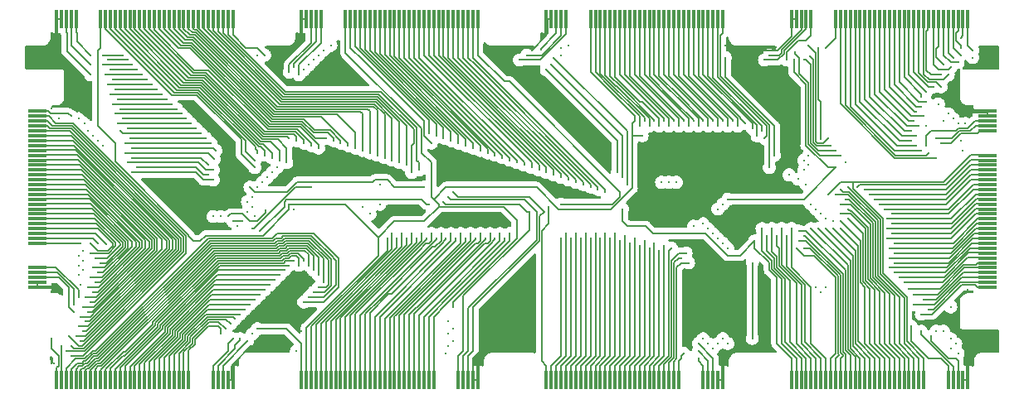
<source format=gbr>
%TF.GenerationSoftware,KiCad,Pcbnew,7.0.5*%
%TF.CreationDate,2023-09-25T02:34:09-05:00*%
%TF.ProjectId,Chimera_Carrier,4368696d-6572-4615-9f43-617272696572,rev?*%
%TF.SameCoordinates,Original*%
%TF.FileFunction,Copper,L4,Bot*%
%TF.FilePolarity,Positive*%
%FSLAX46Y46*%
G04 Gerber Fmt 4.6, Leading zero omitted, Abs format (unit mm)*
G04 Created by KiCad (PCBNEW 7.0.5) date 2023-09-25 02:34:09*
%MOMM*%
%LPD*%
G01*
G04 APERTURE LIST*
%TA.AperFunction,SMDPad,CuDef*%
%ADD10R,0.350000X1.950000*%
%TD*%
%TA.AperFunction,SMDPad,CuDef*%
%ADD11R,1.950000X0.350000*%
%TD*%
%TA.AperFunction,ViaPad*%
%ADD12C,0.330000*%
%TD*%
%TA.AperFunction,Conductor*%
%ADD13C,0.127000*%
%TD*%
G04 APERTURE END LIST*
D10*
%TO.P,B1,2,1*%
%TO.N,GND*%
X66500000Y-118475000D03*
%TO.P,B1,4,1*%
X66000000Y-118475000D03*
%TO.P,B1,6,1*%
%TO.N,BUS0*%
X65500000Y-118475000D03*
%TO.P,B1,8,1*%
%TO.N,BUS2*%
X65000000Y-118475000D03*
%TO.P,B1,10,1*%
%TO.N,BUS4*%
X64500000Y-118475000D03*
%TO.P,B1,20,20*%
%TO.N,BUS6*%
X62000000Y-118475000D03*
%TO.P,B1,22,20*%
%TO.N,Net-(B1-20-Pad22)*%
X61500000Y-118475000D03*
%TO.P,B1,24,20*%
%TO.N,Net-(B1-20-Pad24)*%
X61000000Y-118475000D03*
%TO.P,B1,26,20*%
%TO.N,Net-(B1-20-Pad26)*%
X60500000Y-118475000D03*
%TO.P,B1,28,20*%
%TO.N,Net-(B1-20-Pad28)*%
X60000000Y-118475000D03*
%TO.P,B1,30,20*%
%TO.N,Net-(B1-20-Pad30)*%
X59500000Y-118475000D03*
%TO.P,B1,32,20*%
%TO.N,Net-(B1-20-Pad32)*%
X59000000Y-118475000D03*
%TO.P,B1,34,20*%
%TO.N,Net-(B1-20-Pad34)*%
X58500000Y-118475000D03*
%TO.P,B1,36,20*%
%TO.N,Net-(B1-20-Pad36)*%
X58000000Y-118475000D03*
%TO.P,B1,38,20*%
%TO.N,Net-(B1-20-Pad38)*%
X57500000Y-118475000D03*
%TO.P,B1,40,20*%
%TO.N,Net-(B1-20-Pad40)*%
X57000000Y-118475000D03*
%TO.P,B1,42,20*%
%TO.N,Net-(B1-20-Pad42)*%
X56500000Y-118475000D03*
%TO.P,B1,44,20*%
%TO.N,Net-(B1-20-Pad44)*%
X56000000Y-118475000D03*
%TO.P,B1,46,20*%
%TO.N,Net-(B1-20-Pad46)*%
X55500000Y-118475000D03*
%TO.P,B1,48,20*%
%TO.N,Net-(B1-20-Pad48)*%
X55000000Y-118475000D03*
%TO.P,B1,50,20*%
%TO.N,Net-(B1-20-Pad50)*%
X54500000Y-118475000D03*
%TO.P,B1,52,20*%
%TO.N,Net-(B1-20-Pad52)*%
X54000000Y-118475000D03*
%TO.P,B1,54,20*%
%TO.N,Net-(B1-20-Pad54)*%
X53500000Y-118475000D03*
%TO.P,B1,56,20*%
%TO.N,Net-(B1-20-Pad56)*%
X53000000Y-118475000D03*
%TO.P,B1,58,20*%
%TO.N,Net-(B1-20-Pad58)*%
X52500000Y-118475000D03*
%TO.P,B1,60,20*%
%TO.N,Net-(B1-20-Pad60)*%
X52000000Y-118475000D03*
%TO.P,B1,62,20*%
%TO.N,Net-(B1-20-Pad62)*%
X51500000Y-118475000D03*
%TO.P,B1,64,20*%
%TO.N,Net-(B1-20-Pad64)*%
X51000000Y-118475000D03*
%TO.P,B1,66,1*%
%TO.N,Net-(B1-1-Pad66)*%
X50500000Y-118475000D03*
%TO.P,B1,68,1*%
%TO.N,Net-(B1-1-Pad68)*%
X50000000Y-118475000D03*
%TO.P,B1,70,1*%
%TO.N,Net-(B1-1-Pad70)*%
X49500000Y-118475000D03*
%TO.P,B1,72,1*%
%TO.N,Net-(B1-1-Pad72)*%
X49000000Y-118475000D03*
%TO.P,B1,74,1*%
%TO.N,BUS8*%
X48500000Y-118475000D03*
%TD*%
%TO.P,A2,2,1*%
%TO.N,GND*%
X73500000Y-81525000D03*
%TO.P,A2,4,1*%
X74000000Y-81525000D03*
%TO.P,A2,6,1*%
%TO.N,BUS0*%
X74500000Y-81525000D03*
%TO.P,A2,8,1*%
%TO.N,BUS2*%
X75000000Y-81525000D03*
%TO.P,A2,10,1*%
%TO.N,BUS4*%
X75500000Y-81525000D03*
%TO.P,A2,20,20*%
%TO.N,Net-(B2-1-Pad72)*%
X78000000Y-81525000D03*
%TO.P,A2,22,20*%
%TO.N,Net-(A2-20-Pad22)*%
X78500000Y-81525000D03*
%TO.P,A2,24,20*%
%TO.N,Net-(A2-20-Pad24)*%
X79000000Y-81525000D03*
%TO.P,A2,26,20*%
%TO.N,Net-(A2-20-Pad26)*%
X79500000Y-81525000D03*
%TO.P,A2,28,20*%
%TO.N,Net-(A2-20-Pad28)*%
X80000000Y-81525000D03*
%TO.P,A2,30,20*%
%TO.N,Net-(A2-20-Pad30)*%
X80500000Y-81525000D03*
%TO.P,A2,32,20*%
%TO.N,Net-(A2-20-Pad32)*%
X81000000Y-81525000D03*
%TO.P,A2,34,20*%
%TO.N,Net-(A2-20-Pad34)*%
X81500000Y-81525000D03*
%TO.P,A2,36,20*%
%TO.N,Net-(A2-20-Pad36)*%
X82000000Y-81525000D03*
%TO.P,A2,38,20*%
%TO.N,Net-(A2-20-Pad38)*%
X82500000Y-81525000D03*
%TO.P,A2,40,20*%
%TO.N,Net-(A2-20-Pad40)*%
X83000000Y-81525000D03*
%TO.P,A2,42,20*%
%TO.N,Net-(A2-20-Pad42)*%
X83500000Y-81525000D03*
%TO.P,A2,44,20*%
%TO.N,Net-(A2-20-Pad44)*%
X84000000Y-81525000D03*
%TO.P,A2,46,20*%
%TO.N,Net-(A2-20-Pad46)*%
X84500000Y-81525000D03*
%TO.P,A2,48,20*%
%TO.N,Net-(A2-20-Pad48)*%
X85000000Y-81525000D03*
%TO.P,A2,50,20*%
%TO.N,Net-(A2-20-Pad50)*%
X85500000Y-81525000D03*
%TO.P,A2,52,20*%
%TO.N,Net-(A2-20-Pad52)*%
X86000000Y-81525000D03*
%TO.P,A2,54,20*%
%TO.N,Net-(A2-20-Pad54)*%
X86500000Y-81525000D03*
%TO.P,A2,56,20*%
%TO.N,Net-(A2-20-Pad56)*%
X87000000Y-81525000D03*
%TO.P,A2,58,20*%
%TO.N,Net-(A2-20-Pad58)*%
X87500000Y-81525000D03*
%TO.P,A2,60,20*%
%TO.N,Net-(A2-20-Pad60)*%
X88000000Y-81525000D03*
%TO.P,A2,62,20*%
%TO.N,Net-(A2-20-Pad62)*%
X88500000Y-81525000D03*
%TO.P,A2,64,20*%
%TO.N,Net-(A2-20-Pad64)*%
X89000000Y-81525000D03*
%TO.P,A2,66,1*%
%TO.N,Net-(A2-1-Pad66)*%
X89500000Y-81525000D03*
%TO.P,A2,68,1*%
%TO.N,Net-(A2-1-Pad68)*%
X90000000Y-81525000D03*
%TO.P,A2,70,1*%
%TO.N,Net-(A2-1-Pad70)*%
X90500000Y-81525000D03*
%TO.P,A2,72,1*%
%TO.N,Net-(A2-1-Pad72)*%
X91000000Y-81525000D03*
%TO.P,A2,74,1*%
%TO.N,BUS8*%
X91500000Y-81525000D03*
%TD*%
D11*
%TO.P,IN1,2,1*%
%TO.N,GND*%
X46525000Y-109000000D03*
%TO.P,IN1,4,1*%
X46525000Y-108500000D03*
%TO.P,IN1,6,1*%
%TO.N,BUS0*%
X46525000Y-108000000D03*
%TO.P,IN1,8,1*%
%TO.N,BUS2*%
X46525000Y-107500000D03*
%TO.P,IN1,10,1*%
%TO.N,BUS4*%
X46525000Y-107000000D03*
%TO.P,IN1,20,20*%
%TO.N,Net-(B2-1-Pad72)*%
X46525000Y-104500000D03*
%TO.P,IN1,22,20*%
%TO.N,Net-(B1-20-Pad21)*%
X46525000Y-104000000D03*
%TO.P,IN1,24,20*%
%TO.N,Net-(B1-20-Pad23)*%
X46525000Y-103500000D03*
%TO.P,IN1,26,20*%
%TO.N,Net-(B1-20-Pad25)*%
X46525000Y-103000000D03*
%TO.P,IN1,28,20*%
%TO.N,Net-(B1-20-Pad27)*%
X46525000Y-102500000D03*
%TO.P,IN1,30,20*%
%TO.N,Net-(B1-20-Pad29)*%
X46525000Y-102000000D03*
%TO.P,IN1,32,20*%
%TO.N,Net-(B1-20-Pad31)*%
X46525000Y-101500000D03*
%TO.P,IN1,34,20*%
%TO.N,Net-(B1-20-Pad33)*%
X46525000Y-101000000D03*
%TO.P,IN1,36,20*%
%TO.N,Net-(B1-20-Pad35)*%
X46525000Y-100500000D03*
%TO.P,IN1,38,20*%
%TO.N,Net-(B1-20-Pad37)*%
X46525000Y-100000000D03*
%TO.P,IN1,40,20*%
%TO.N,Net-(B1-20-Pad39)*%
X46525000Y-99500000D03*
%TO.P,IN1,42,20*%
%TO.N,Net-(B1-20-Pad41)*%
X46525000Y-99000000D03*
%TO.P,IN1,44,20*%
%TO.N,Net-(B1-20-Pad43)*%
X46525000Y-98500000D03*
%TO.P,IN1,46,20*%
%TO.N,Net-(B1-20-Pad45)*%
X46525000Y-98000000D03*
%TO.P,IN1,48,20*%
%TO.N,Net-(B1-20-Pad47)*%
X46525000Y-97500000D03*
%TO.P,IN1,50,20*%
%TO.N,Net-(B1-20-Pad49)*%
X46525000Y-97000000D03*
%TO.P,IN1,52,20*%
%TO.N,Net-(B1-20-Pad51)*%
X46525000Y-96500000D03*
%TO.P,IN1,54,20*%
%TO.N,Net-(B1-20-Pad53)*%
X46525000Y-96000000D03*
%TO.P,IN1,56,20*%
%TO.N,Net-(B1-20-Pad55)*%
X46525000Y-95500000D03*
%TO.P,IN1,58,20*%
%TO.N,Net-(B1-20-Pad57)*%
X46525000Y-95000000D03*
%TO.P,IN1,60,20*%
%TO.N,Net-(B1-20-Pad59)*%
X46525000Y-94500000D03*
%TO.P,IN1,62,20*%
%TO.N,Net-(B1-20-Pad61)*%
X46525000Y-94000000D03*
%TO.P,IN1,64,20*%
%TO.N,Net-(B1-20-Pad63)*%
X46525000Y-93500000D03*
%TO.P,IN1,66,1*%
%TO.N,Net-(B1-20-Pad65)*%
X46525000Y-93000000D03*
%TO.P,IN1,68,1*%
%TO.N,Net-(B1-1-Pad67)*%
X46525000Y-92500000D03*
%TO.P,IN1,70,1*%
%TO.N,Net-(B1-1-Pad69)*%
X46525000Y-92000000D03*
%TO.P,IN1,72,1*%
%TO.N,Net-(B1-1-Pad71)*%
X46525000Y-91500000D03*
%TO.P,IN1,74,1*%
%TO.N,BUS8*%
X46525000Y-91000000D03*
%TD*%
%TO.P,OUT1,2,1*%
%TO.N,GND*%
X143475000Y-91000000D03*
%TO.P,OUT1,4,1*%
X143475000Y-91500000D03*
%TO.P,OUT1,6,1*%
%TO.N,BUS0*%
X143475000Y-92000000D03*
%TO.P,OUT1,8,1*%
%TO.N,BUS2*%
X143475000Y-92500000D03*
%TO.P,OUT1,10,1*%
%TO.N,BUS4*%
X143475000Y-93000000D03*
%TO.P,OUT1,20,20*%
%TO.N,Net-(B2-1-Pad72)*%
X143475000Y-95500000D03*
%TO.P,OUT1,22,20*%
%TO.N,Net-(B4-20-Pad22)*%
X143475000Y-96000000D03*
%TO.P,OUT1,24,20*%
%TO.N,Net-(B4-20-Pad24)*%
X143475000Y-96500000D03*
%TO.P,OUT1,26,20*%
%TO.N,Net-(B4-20-Pad26)*%
X143475000Y-97000000D03*
%TO.P,OUT1,28,20*%
%TO.N,Net-(B4-20-Pad28)*%
X143475000Y-97500000D03*
%TO.P,OUT1,30,20*%
%TO.N,Net-(B4-20-Pad30)*%
X143475000Y-98000000D03*
%TO.P,OUT1,32,20*%
%TO.N,Net-(B4-20-Pad32)*%
X143475000Y-98500000D03*
%TO.P,OUT1,34,20*%
%TO.N,Net-(B4-20-Pad34)*%
X143475000Y-99000000D03*
%TO.P,OUT1,36,20*%
%TO.N,Net-(B4-20-Pad36)*%
X143475000Y-99500000D03*
%TO.P,OUT1,38,20*%
%TO.N,Net-(B4-20-Pad38)*%
X143475000Y-100000000D03*
%TO.P,OUT1,40,20*%
%TO.N,Net-(B4-20-Pad40)*%
X143475000Y-100500000D03*
%TO.P,OUT1,42,20*%
%TO.N,Net-(B4-20-Pad42)*%
X143475000Y-101000000D03*
%TO.P,OUT1,44,20*%
%TO.N,Net-(B4-20-Pad44)*%
X143475000Y-101500000D03*
%TO.P,OUT1,46,20*%
%TO.N,Net-(B4-20-Pad46)*%
X143475000Y-102000000D03*
%TO.P,OUT1,48,20*%
%TO.N,Net-(B4-20-Pad48)*%
X143475000Y-102500000D03*
%TO.P,OUT1,50,20*%
%TO.N,Net-(B4-20-Pad50)*%
X143475000Y-103000000D03*
%TO.P,OUT1,52,20*%
%TO.N,Net-(B4-20-Pad52)*%
X143475000Y-103500000D03*
%TO.P,OUT1,54,20*%
%TO.N,Net-(B4-20-Pad54)*%
X143475000Y-104000000D03*
%TO.P,OUT1,56,20*%
%TO.N,Net-(B4-20-Pad56)*%
X143475000Y-104500000D03*
%TO.P,OUT1,58,20*%
%TO.N,Net-(B4-20-Pad58)*%
X143475000Y-105000000D03*
%TO.P,OUT1,60,20*%
%TO.N,Net-(B4-20-Pad60)*%
X143475000Y-105500000D03*
%TO.P,OUT1,62,20*%
%TO.N,Net-(B4-20-Pad62)*%
X143475000Y-106000000D03*
%TO.P,OUT1,64,20*%
%TO.N,Net-(B4-20-Pad64)*%
X143475000Y-106500000D03*
%TO.P,OUT1,66,1*%
%TO.N,Net-(B4-1-Pad66)*%
X143475000Y-107000000D03*
%TO.P,OUT1,68,1*%
%TO.N,Net-(B4-1-Pad68)*%
X143475000Y-107500000D03*
%TO.P,OUT1,70,1*%
%TO.N,Net-(B4-1-Pad70)*%
X143475000Y-108000000D03*
%TO.P,OUT1,72,1*%
%TO.N,Net-(B4-1-Pad72)*%
X143475000Y-108500000D03*
%TO.P,OUT1,74,1*%
%TO.N,BUS8*%
X143475000Y-109000000D03*
%TD*%
D10*
%TO.P,A3,2,1*%
%TO.N,GND*%
X98500000Y-81525000D03*
%TO.P,A3,4,1*%
X99000000Y-81525000D03*
%TO.P,A3,6,1*%
%TO.N,BUS0*%
X99500000Y-81525000D03*
%TO.P,A3,8,1*%
%TO.N,BUS2*%
X100000000Y-81525000D03*
%TO.P,A3,10,1*%
%TO.N,BUS4*%
X100500000Y-81525000D03*
%TO.P,A3,20,20*%
%TO.N,Net-(B2-1-Pad72)*%
X103000000Y-81525000D03*
%TO.P,A3,22,20*%
%TO.N,Net-(A3-20-Pad22)*%
X103500000Y-81525000D03*
%TO.P,A3,24,20*%
%TO.N,Net-(A3-20-Pad24)*%
X104000000Y-81525000D03*
%TO.P,A3,26,20*%
%TO.N,Net-(A3-20-Pad26)*%
X104500000Y-81525000D03*
%TO.P,A3,28,20*%
%TO.N,Net-(A3-20-Pad28)*%
X105000000Y-81525000D03*
%TO.P,A3,30,20*%
%TO.N,Net-(A3-20-Pad30)*%
X105500000Y-81525000D03*
%TO.P,A3,32,20*%
%TO.N,Net-(A3-20-Pad32)*%
X106000000Y-81525000D03*
%TO.P,A3,34,20*%
%TO.N,Net-(A3-20-Pad34)*%
X106500000Y-81525000D03*
%TO.P,A3,36,20*%
%TO.N,Net-(A3-20-Pad36)*%
X107000000Y-81525000D03*
%TO.P,A3,38,20*%
%TO.N,Net-(A3-20-Pad38)*%
X107500000Y-81525000D03*
%TO.P,A3,40,20*%
%TO.N,Net-(A3-20-Pad40)*%
X108000000Y-81525000D03*
%TO.P,A3,42,20*%
%TO.N,Net-(A3-20-Pad42)*%
X108500000Y-81525000D03*
%TO.P,A3,44,20*%
%TO.N,Net-(A3-20-Pad44)*%
X109000000Y-81525000D03*
%TO.P,A3,46,20*%
%TO.N,Net-(A3-20-Pad46)*%
X109500000Y-81525000D03*
%TO.P,A3,48,20*%
%TO.N,Net-(A3-20-Pad48)*%
X110000000Y-81525000D03*
%TO.P,A3,50,20*%
%TO.N,Net-(A3-20-Pad50)*%
X110500000Y-81525000D03*
%TO.P,A3,52,20*%
%TO.N,Net-(A3-20-Pad52)*%
X111000000Y-81525000D03*
%TO.P,A3,54,20*%
%TO.N,Net-(A3-20-Pad54)*%
X111500000Y-81525000D03*
%TO.P,A3,56,20*%
%TO.N,Net-(A3-20-Pad56)*%
X112000000Y-81525000D03*
%TO.P,A3,58,20*%
%TO.N,Net-(A3-20-Pad58)*%
X112500000Y-81525000D03*
%TO.P,A3,60,20*%
%TO.N,Net-(A3-20-Pad60)*%
X113000000Y-81525000D03*
%TO.P,A3,62,20*%
%TO.N,Net-(A3-20-Pad62)*%
X113500000Y-81525000D03*
%TO.P,A3,64,20*%
%TO.N,Net-(A3-20-Pad64)*%
X114000000Y-81525000D03*
%TO.P,A3,66,1*%
%TO.N,Net-(A3-1-Pad66)*%
X114500000Y-81525000D03*
%TO.P,A3,68,1*%
%TO.N,Net-(A3-1-Pad68)*%
X115000000Y-81525000D03*
%TO.P,A3,70,1*%
%TO.N,Net-(A3-1-Pad70)*%
X115500000Y-81525000D03*
%TO.P,A3,72,1*%
%TO.N,Net-(A3-1-Pad72)*%
X116000000Y-81525000D03*
%TO.P,A3,74,1*%
%TO.N,BUS8*%
X116500000Y-81525000D03*
%TD*%
%TO.P,B3,2,1*%
%TO.N,GND*%
X116500000Y-118475000D03*
%TO.P,B3,4,1*%
X116000000Y-118475000D03*
%TO.P,B3,6,1*%
%TO.N,BUS0*%
X115500000Y-118475000D03*
%TO.P,B3,8,1*%
%TO.N,BUS2*%
X115000000Y-118475000D03*
%TO.P,B3,10,1*%
%TO.N,BUS4*%
X114500000Y-118475000D03*
%TO.P,B3,20,20*%
%TO.N,BUS6*%
X112000000Y-118475000D03*
%TO.P,B3,22,20*%
%TO.N,Net-(B3-20-Pad22)*%
X111500000Y-118475000D03*
%TO.P,B3,24,20*%
%TO.N,Net-(B3-20-Pad24)*%
X111000000Y-118475000D03*
%TO.P,B3,26,20*%
%TO.N,Net-(B3-20-Pad26)*%
X110500000Y-118475000D03*
%TO.P,B3,28,20*%
%TO.N,Net-(B3-20-Pad28)*%
X110000000Y-118475000D03*
%TO.P,B3,30,20*%
%TO.N,Net-(B3-20-Pad30)*%
X109500000Y-118475000D03*
%TO.P,B3,32,20*%
%TO.N,Net-(B3-20-Pad32)*%
X109000000Y-118475000D03*
%TO.P,B3,34,20*%
%TO.N,Net-(B3-20-Pad34)*%
X108500000Y-118475000D03*
%TO.P,B3,36,20*%
%TO.N,Net-(B3-20-Pad36)*%
X108000000Y-118475000D03*
%TO.P,B3,38,20*%
%TO.N,Net-(B3-20-Pad38)*%
X107500000Y-118475000D03*
%TO.P,B3,40,20*%
%TO.N,Net-(B3-20-Pad40)*%
X107000000Y-118475000D03*
%TO.P,B3,42,20*%
%TO.N,Net-(B3-20-Pad42)*%
X106500000Y-118475000D03*
%TO.P,B3,44,20*%
%TO.N,Net-(B3-20-Pad44)*%
X106000000Y-118475000D03*
%TO.P,B3,46,20*%
%TO.N,Net-(B3-20-Pad46)*%
X105500000Y-118475000D03*
%TO.P,B3,48,20*%
%TO.N,Net-(B3-20-Pad48)*%
X105000000Y-118475000D03*
%TO.P,B3,50,20*%
%TO.N,Net-(B3-20-Pad50)*%
X104500000Y-118475000D03*
%TO.P,B3,52,20*%
%TO.N,Net-(B3-20-Pad52)*%
X104000000Y-118475000D03*
%TO.P,B3,54,20*%
%TO.N,Net-(B3-20-Pad54)*%
X103500000Y-118475000D03*
%TO.P,B3,56,20*%
%TO.N,Net-(B3-20-Pad56)*%
X103000000Y-118475000D03*
%TO.P,B3,58,20*%
%TO.N,Net-(B3-20-Pad58)*%
X102500000Y-118475000D03*
%TO.P,B3,60,20*%
%TO.N,Net-(B3-20-Pad60)*%
X102000000Y-118475000D03*
%TO.P,B3,62,20*%
%TO.N,Net-(B3-20-Pad62)*%
X101500000Y-118475000D03*
%TO.P,B3,64,20*%
%TO.N,Net-(B3-20-Pad64)*%
X101000000Y-118475000D03*
%TO.P,B3,66,1*%
%TO.N,Net-(B3-1-Pad66)*%
X100500000Y-118475000D03*
%TO.P,B3,68,1*%
%TO.N,Net-(B3-1-Pad68)*%
X100000000Y-118475000D03*
%TO.P,B3,70,1*%
%TO.N,Net-(B3-1-Pad70)*%
X99500000Y-118475000D03*
%TO.P,B3,72,1*%
%TO.N,Net-(B3-1-Pad72)*%
X99000000Y-118475000D03*
%TO.P,B3,74,1*%
%TO.N,BUS8*%
X98500000Y-118475000D03*
%TD*%
%TO.P,B2,2,1*%
%TO.N,GND*%
X91500000Y-118475000D03*
%TO.P,B2,4,1*%
X91000000Y-118475000D03*
%TO.P,B2,6,1*%
%TO.N,BUS0*%
X90500000Y-118475000D03*
%TO.P,B2,8,1*%
%TO.N,BUS2*%
X90000000Y-118475000D03*
%TO.P,B2,10,1*%
%TO.N,BUS4*%
X89500000Y-118475000D03*
%TO.P,B2,20,20*%
%TO.N,BUS6*%
X87000000Y-118475000D03*
%TO.P,B2,22,20*%
%TO.N,Net-(B2-20-Pad22)*%
X86500000Y-118475000D03*
%TO.P,B2,24,20*%
%TO.N,Net-(B2-20-Pad24)*%
X86000000Y-118475000D03*
%TO.P,B2,26,20*%
%TO.N,Net-(B2-20-Pad26)*%
X85500000Y-118475000D03*
%TO.P,B2,28,20*%
%TO.N,Net-(B2-20-Pad28)*%
X85000000Y-118475000D03*
%TO.P,B2,30,20*%
%TO.N,Net-(B2-20-Pad30)*%
X84500000Y-118475000D03*
%TO.P,B2,32,20*%
%TO.N,Net-(B2-20-Pad32)*%
X84000000Y-118475000D03*
%TO.P,B2,34,20*%
%TO.N,Net-(B2-20-Pad34)*%
X83500000Y-118475000D03*
%TO.P,B2,36,20*%
%TO.N,Net-(B2-20-Pad36)*%
X83000000Y-118475000D03*
%TO.P,B2,38,20*%
%TO.N,Net-(B2-20-Pad38)*%
X82500000Y-118475000D03*
%TO.P,B2,40,20*%
%TO.N,Net-(B2-20-Pad40)*%
X82000000Y-118475000D03*
%TO.P,B2,42,20*%
%TO.N,Net-(B2-20-Pad42)*%
X81500000Y-118475000D03*
%TO.P,B2,44,20*%
%TO.N,Net-(B2-20-Pad44)*%
X81000000Y-118475000D03*
%TO.P,B2,46,20*%
%TO.N,Net-(B2-20-Pad46)*%
X80500000Y-118475000D03*
%TO.P,B2,48,20*%
%TO.N,Net-(B2-20-Pad48)*%
X80000000Y-118475000D03*
%TO.P,B2,50,20*%
%TO.N,Net-(B2-20-Pad50)*%
X79500000Y-118475000D03*
%TO.P,B2,52,20*%
%TO.N,Net-(B2-20-Pad52)*%
X79000000Y-118475000D03*
%TO.P,B2,54,20*%
%TO.N,Net-(B2-20-Pad54)*%
X78500000Y-118475000D03*
%TO.P,B2,56,20*%
%TO.N,Net-(B2-20-Pad56)*%
X78000000Y-118475000D03*
%TO.P,B2,58,20*%
%TO.N,Net-(B2-20-Pad58)*%
X77500000Y-118475000D03*
%TO.P,B2,60,20*%
%TO.N,Net-(B2-20-Pad60)*%
X77000000Y-118475000D03*
%TO.P,B2,62,20*%
%TO.N,Net-(B2-20-Pad62)*%
X76500000Y-118475000D03*
%TO.P,B2,64,20*%
%TO.N,Net-(B2-20-Pad64)*%
X76000000Y-118475000D03*
%TO.P,B2,66,1*%
%TO.N,Net-(B2-1-Pad66)*%
X75500000Y-118475000D03*
%TO.P,B2,68,1*%
%TO.N,Net-(B2-1-Pad68)*%
X75000000Y-118475000D03*
%TO.P,B2,70,1*%
%TO.N,Net-(B2-1-Pad70)*%
X74500000Y-118475000D03*
%TO.P,B2,72,1*%
%TO.N,Net-(B2-1-Pad72)*%
X74000000Y-118475000D03*
%TO.P,B2,74,1*%
%TO.N,BUS8*%
X73500000Y-118475000D03*
%TD*%
%TO.P,B4,2,1*%
%TO.N,GND*%
X141500000Y-118475000D03*
%TO.P,B4,4,1*%
X141000000Y-118475000D03*
%TO.P,B4,6,1*%
%TO.N,BUS0*%
X140500000Y-118475000D03*
%TO.P,B4,8,1*%
%TO.N,BUS2*%
X140000000Y-118475000D03*
%TO.P,B4,10,1*%
%TO.N,BUS4*%
X139500000Y-118475000D03*
%TO.P,B4,20,20*%
%TO.N,Net-(B2-1-Pad72)*%
X137000000Y-118475000D03*
%TO.P,B4,22,20*%
%TO.N,Net-(B4-20-Pad22)*%
X136500000Y-118475000D03*
%TO.P,B4,24,20*%
%TO.N,Net-(B4-20-Pad24)*%
X136000000Y-118475000D03*
%TO.P,B4,26,20*%
%TO.N,Net-(B4-20-Pad26)*%
X135500000Y-118475000D03*
%TO.P,B4,28,20*%
%TO.N,Net-(B4-20-Pad28)*%
X135000000Y-118475000D03*
%TO.P,B4,30,20*%
%TO.N,Net-(B4-20-Pad30)*%
X134500000Y-118475000D03*
%TO.P,B4,32,20*%
%TO.N,Net-(B4-20-Pad32)*%
X134000000Y-118475000D03*
%TO.P,B4,34,20*%
%TO.N,Net-(B4-20-Pad34)*%
X133500000Y-118475000D03*
%TO.P,B4,36,20*%
%TO.N,Net-(B4-20-Pad36)*%
X133000000Y-118475000D03*
%TO.P,B4,38,20*%
%TO.N,Net-(B4-20-Pad38)*%
X132500000Y-118475000D03*
%TO.P,B4,40,20*%
%TO.N,Net-(B4-20-Pad40)*%
X132000000Y-118475000D03*
%TO.P,B4,42,20*%
%TO.N,Net-(B4-20-Pad42)*%
X131500000Y-118475000D03*
%TO.P,B4,44,20*%
%TO.N,Net-(B4-20-Pad44)*%
X131000000Y-118475000D03*
%TO.P,B4,46,20*%
%TO.N,Net-(B4-20-Pad46)*%
X130500000Y-118475000D03*
%TO.P,B4,48,20*%
%TO.N,Net-(B4-20-Pad48)*%
X130000000Y-118475000D03*
%TO.P,B4,50,20*%
%TO.N,Net-(B4-20-Pad50)*%
X129500000Y-118475000D03*
%TO.P,B4,52,20*%
%TO.N,Net-(B4-20-Pad52)*%
X129000000Y-118475000D03*
%TO.P,B4,54,20*%
%TO.N,Net-(B4-20-Pad54)*%
X128500000Y-118475000D03*
%TO.P,B4,56,20*%
%TO.N,Net-(B4-20-Pad56)*%
X128000000Y-118475000D03*
%TO.P,B4,58,20*%
%TO.N,Net-(B4-20-Pad58)*%
X127500000Y-118475000D03*
%TO.P,B4,60,20*%
%TO.N,Net-(B4-20-Pad60)*%
X127000000Y-118475000D03*
%TO.P,B4,62,20*%
%TO.N,Net-(B4-20-Pad62)*%
X126500000Y-118475000D03*
%TO.P,B4,64,20*%
%TO.N,Net-(B4-20-Pad64)*%
X126000000Y-118475000D03*
%TO.P,B4,66,1*%
%TO.N,Net-(B4-1-Pad66)*%
X125500000Y-118475000D03*
%TO.P,B4,68,1*%
%TO.N,Net-(B4-1-Pad68)*%
X125000000Y-118475000D03*
%TO.P,B4,70,1*%
%TO.N,Net-(B4-1-Pad70)*%
X124500000Y-118475000D03*
%TO.P,B4,72,1*%
%TO.N,Net-(B4-1-Pad72)*%
X124000000Y-118475000D03*
%TO.P,B4,74,1*%
%TO.N,BUS8*%
X123500000Y-118475000D03*
%TD*%
%TO.P,A1,2,1*%
%TO.N,GND*%
X48500000Y-81525000D03*
%TO.P,A1,4,1*%
X49000000Y-81525000D03*
%TO.P,A1,6,1*%
%TO.N,BUS0*%
X49500000Y-81525000D03*
%TO.P,A1,8,1*%
%TO.N,BUS2*%
X50000000Y-81525000D03*
%TO.P,A1,10,1*%
%TO.N,BUS4*%
X50500000Y-81525000D03*
%TO.P,A1,20,20*%
%TO.N,Net-(B2-1-Pad72)*%
X53000000Y-81525000D03*
%TO.P,A1,22,20*%
%TO.N,Net-(A1-20-Pad22)*%
X53500000Y-81525000D03*
%TO.P,A1,24,20*%
%TO.N,Net-(A1-20-Pad24)*%
X54000000Y-81525000D03*
%TO.P,A1,26,20*%
%TO.N,Net-(A1-20-Pad26)*%
X54500000Y-81525000D03*
%TO.P,A1,28,20*%
%TO.N,Net-(A1-20-Pad28)*%
X55000000Y-81525000D03*
%TO.P,A1,30,20*%
%TO.N,Net-(A1-20-Pad30)*%
X55500000Y-81525000D03*
%TO.P,A1,32,20*%
%TO.N,Net-(A1-20-Pad32)*%
X56000000Y-81525000D03*
%TO.P,A1,34,20*%
%TO.N,Net-(A1-20-Pad34)*%
X56500000Y-81525000D03*
%TO.P,A1,36,20*%
%TO.N,Net-(A1-20-Pad36)*%
X57000000Y-81525000D03*
%TO.P,A1,38,20*%
%TO.N,Net-(A1-20-Pad38)*%
X57500000Y-81525000D03*
%TO.P,A1,40,20*%
%TO.N,Net-(A1-20-Pad40)*%
X58000000Y-81525000D03*
%TO.P,A1,42,20*%
%TO.N,Net-(A1-20-Pad42)*%
X58500000Y-81525000D03*
%TO.P,A1,44,20*%
%TO.N,Net-(A1-20-Pad44)*%
X59000000Y-81525000D03*
%TO.P,A1,46,20*%
%TO.N,Net-(A1-20-Pad46)*%
X59500000Y-81525000D03*
%TO.P,A1,48,20*%
%TO.N,Net-(A1-20-Pad48)*%
X60000000Y-81525000D03*
%TO.P,A1,50,20*%
%TO.N,Net-(A1-20-Pad50)*%
X60500000Y-81525000D03*
%TO.P,A1,52,20*%
%TO.N,Net-(A1-20-Pad52)*%
X61000000Y-81525000D03*
%TO.P,A1,54,20*%
%TO.N,Net-(A1-20-Pad54)*%
X61500000Y-81525000D03*
%TO.P,A1,56,20*%
%TO.N,Net-(A1-20-Pad56)*%
X62000000Y-81525000D03*
%TO.P,A1,58,20*%
%TO.N,Net-(A1-20-Pad58)*%
X62500000Y-81525000D03*
%TO.P,A1,60,20*%
%TO.N,Net-(A1-20-Pad60)*%
X63000000Y-81525000D03*
%TO.P,A1,62,20*%
%TO.N,Net-(A1-20-Pad62)*%
X63500000Y-81525000D03*
%TO.P,A1,64,20*%
%TO.N,Net-(A1-20-Pad64)*%
X64000000Y-81525000D03*
%TO.P,A1,66,1*%
%TO.N,Net-(A1-1-Pad66)*%
X64500000Y-81525000D03*
%TO.P,A1,68,1*%
%TO.N,Net-(A1-1-Pad68)*%
X65000000Y-81525000D03*
%TO.P,A1,70,1*%
%TO.N,Net-(A1-1-Pad70)*%
X65500000Y-81525000D03*
%TO.P,A1,72,1*%
%TO.N,Net-(A1-1-Pad72)*%
X66000000Y-81525000D03*
%TO.P,A1,74,1*%
%TO.N,BUS8*%
X66500000Y-81525000D03*
%TD*%
%TO.P,A4,2,1*%
%TO.N,GND*%
X123500000Y-81525000D03*
%TO.P,A4,4,1*%
X124000000Y-81525000D03*
%TO.P,A4,6,1*%
%TO.N,BUS0*%
X124500000Y-81525000D03*
%TO.P,A4,8,1*%
%TO.N,BUS2*%
X125000000Y-81525000D03*
%TO.P,A4,10,1*%
%TO.N,BUS4*%
X125500000Y-81525000D03*
%TO.P,A4,20,20*%
%TO.N,Net-(B2-1-Pad72)*%
X128000000Y-81525000D03*
%TO.P,A4,22,20*%
%TO.N,Net-(A4-20-Pad22)*%
X128500000Y-81525000D03*
%TO.P,A4,24,20*%
%TO.N,Net-(A4-20-Pad24)*%
X129000000Y-81525000D03*
%TO.P,A4,26,20*%
%TO.N,Net-(A4-20-Pad26)*%
X129500000Y-81525000D03*
%TO.P,A4,28,20*%
%TO.N,Net-(A4-20-Pad28)*%
X130000000Y-81525000D03*
%TO.P,A4,30,20*%
%TO.N,Net-(A4-20-Pad30)*%
X130500000Y-81525000D03*
%TO.P,A4,32,20*%
%TO.N,Net-(A4-20-Pad32)*%
X131000000Y-81525000D03*
%TO.P,A4,34,20*%
%TO.N,Net-(A4-20-Pad34)*%
X131500000Y-81525000D03*
%TO.P,A4,36,20*%
%TO.N,Net-(A4-20-Pad36)*%
X132000000Y-81525000D03*
%TO.P,A4,38,20*%
%TO.N,Net-(A4-20-Pad38)*%
X132500000Y-81525000D03*
%TO.P,A4,40,20*%
%TO.N,Net-(A4-20-Pad40)*%
X133000000Y-81525000D03*
%TO.P,A4,42,20*%
%TO.N,Net-(A4-20-Pad42)*%
X133500000Y-81525000D03*
%TO.P,A4,44,20*%
%TO.N,Net-(A4-20-Pad44)*%
X134000000Y-81525000D03*
%TO.P,A4,46,20*%
%TO.N,Net-(A4-20-Pad46)*%
X134500000Y-81525000D03*
%TO.P,A4,48,20*%
%TO.N,Net-(A4-20-Pad48)*%
X135000000Y-81525000D03*
%TO.P,A4,50,20*%
%TO.N,Net-(A4-20-Pad50)*%
X135500000Y-81525000D03*
%TO.P,A4,52,20*%
%TO.N,Net-(A4-20-Pad52)*%
X136000000Y-81525000D03*
%TO.P,A4,54,20*%
%TO.N,Net-(A4-20-Pad54)*%
X136500000Y-81525000D03*
%TO.P,A4,56,20*%
%TO.N,Net-(A4-20-Pad56)*%
X137000000Y-81525000D03*
%TO.P,A4,58,20*%
%TO.N,Net-(A4-20-Pad58)*%
X137500000Y-81525000D03*
%TO.P,A4,60,20*%
%TO.N,Net-(A4-20-Pad60)*%
X138000000Y-81525000D03*
%TO.P,A4,62,20*%
%TO.N,Net-(A4-20-Pad62)*%
X138500000Y-81525000D03*
%TO.P,A4,64,20*%
%TO.N,Net-(A4-20-Pad64)*%
X139000000Y-81525000D03*
%TO.P,A4,66,1*%
%TO.N,Net-(A4-1-Pad66)*%
X139500000Y-81525000D03*
%TO.P,A4,68,1*%
%TO.N,Net-(A4-1-Pad68)*%
X140000000Y-81525000D03*
%TO.P,A4,70,1*%
%TO.N,Net-(A4-1-Pad70)*%
X140500000Y-81525000D03*
%TO.P,A4,72,1*%
%TO.N,Net-(A4-1-Pad72)*%
X141000000Y-81525000D03*
%TO.P,A4,74,1*%
%TO.N,BUS8*%
X141500000Y-81525000D03*
%TD*%
D12*
%TO.N,Net-(A1-20-Pad22)*%
X68750000Y-96750000D03*
%TO.N,Net-(A1-20-Pad23)*%
X55250000Y-85250000D03*
X53250000Y-85250000D03*
%TO.N,Net-(A1-20-Pad24)*%
X68750000Y-96000000D03*
%TO.N,Net-(A1-20-Pad25)*%
X53750000Y-85750000D03*
X55750000Y-85750000D03*
%TO.N,Net-(A1-20-Pad26)*%
X69000000Y-95250000D03*
%TO.N,Net-(A1-20-Pad27)*%
X53250000Y-86250000D03*
X56250000Y-86250000D03*
%TO.N,Net-(A1-20-Pad28)*%
X69750000Y-95500000D03*
%TO.N,Net-(A1-20-Pad29)*%
X54000000Y-86750000D03*
X56750000Y-86750000D03*
%TO.N,Net-(A1-20-Pad30)*%
X70500000Y-95750000D03*
%TO.N,Net-(A1-20-Pad31)*%
X53500000Y-87250000D03*
X57250000Y-87250000D03*
%TO.N,Net-(A1-20-Pad32)*%
X71250000Y-96000000D03*
%TO.N,Net-(A1-20-Pad33)*%
X54250000Y-87750000D03*
X57750000Y-87750000D03*
%TO.N,Net-(A1-20-Pad34)*%
X72000000Y-96250000D03*
%TO.N,Net-(A1-20-Pad35)*%
X58250000Y-88250000D03*
X53750000Y-88250000D03*
%TO.N,Net-(A1-20-Pad36)*%
X72250000Y-93750000D03*
%TO.N,Net-(A1-20-Pad37)*%
X54500000Y-88750000D03*
X58750000Y-88750000D03*
%TO.N,Net-(A1-20-Pad38)*%
X73000000Y-94000000D03*
%TO.N,Net-(A1-20-Pad39)*%
X59250000Y-89250000D03*
X54000000Y-89250000D03*
%TO.N,Net-(A1-20-Pad40)*%
X73750000Y-94250000D03*
%TO.N,Net-(A1-20-Pad41)*%
X54750000Y-89750000D03*
X59750000Y-89750000D03*
%TO.N,Net-(A1-20-Pad42)*%
X74500000Y-94500000D03*
%TO.N,Net-(A1-20-Pad43)*%
X60250000Y-90250000D03*
X54250000Y-90250000D03*
%TO.N,Net-(A1-20-Pad44)*%
X75250000Y-94750000D03*
%TO.N,Net-(A1-20-Pad45)*%
X60750000Y-90750000D03*
X55000000Y-90750000D03*
%TO.N,Net-(A1-20-Pad46)*%
X76000000Y-93750000D03*
%TO.N,Net-(A1-20-Pad47)*%
X61250000Y-91250000D03*
X54500000Y-91250000D03*
%TO.N,Net-(A1-20-Pad48)*%
X76750000Y-94000000D03*
%TO.N,Net-(A1-20-Pad49)*%
X61750000Y-91750000D03*
X55250000Y-91750000D03*
%TO.N,Net-(A1-20-Pad50)*%
X77500000Y-94250000D03*
%TO.N,Net-(A1-20-Pad51)*%
X54750000Y-92250000D03*
X62250000Y-92250000D03*
%TO.N,Net-(A1-20-Pad52)*%
X78250000Y-94500000D03*
%TO.N,Net-(A1-20-Pad53)*%
X62750000Y-92750000D03*
X55750000Y-92750000D03*
%TO.N,Net-(A1-20-Pad54)*%
X79000000Y-94750000D03*
%TO.N,Net-(A1-20-Pad55)*%
X55000000Y-93000000D03*
X63250000Y-93250000D03*
%TO.N,Net-(A1-20-Pad56)*%
X79750000Y-95000000D03*
%TO.N,Net-(A1-20-Pad57)*%
X56000000Y-93750000D03*
X63750000Y-93750000D03*
%TO.N,Net-(A1-20-Pad58)*%
X80500000Y-95250000D03*
%TO.N,Net-(A1-20-Pad59)*%
X64250000Y-94250000D03*
X55500000Y-94250000D03*
%TO.N,Net-(A1-20-Pad60)*%
X81250000Y-95500000D03*
%TO.N,Net-(A1-20-Pad61)*%
X64750000Y-95000000D03*
X56250000Y-94750000D03*
%TO.N,Net-(A1-20-Pad62)*%
X82000000Y-95750000D03*
%TO.N,Net-(A1-20-Pad63)*%
X55500000Y-95250000D03*
X64625000Y-95875000D03*
%TO.N,Net-(A1-20-Pad64)*%
X82750000Y-96000000D03*
%TO.N,Net-(A1-20-Pad65)*%
X56250000Y-95750000D03*
X64000000Y-96500000D03*
%TO.N,Net-(A1-1-Pad66)*%
X83500000Y-96250000D03*
%TO.N,Net-(A1-1-Pad67)*%
X64500000Y-97000000D03*
X55750000Y-96250000D03*
%TO.N,Net-(A1-1-Pad68)*%
X84250000Y-96500000D03*
%TO.N,Net-(A1-1-Pad69)*%
X56750000Y-96750000D03*
X64000000Y-97500000D03*
%TO.N,Net-(A1-1-Pad70)*%
X84750000Y-97250000D03*
%TO.N,Net-(A1-1-Pad71)*%
X64500000Y-98000000D03*
X56250000Y-97250000D03*
%TO.N,Net-(A1-1-Pad72)*%
X85500000Y-97000000D03*
%TO.N,Net-(A2-20-Pad22)*%
X86750000Y-94250000D03*
%TO.N,Net-(A2-20-Pad24)*%
X86500000Y-93250000D03*
%TO.N,Net-(A2-20-Pad26)*%
X87250000Y-93500000D03*
%TO.N,Net-(A2-20-Pad28)*%
X88000000Y-93750000D03*
%TO.N,Net-(A2-20-Pad30)*%
X88750000Y-94000000D03*
%TO.N,Net-(A2-20-Pad32)*%
X89500000Y-94250000D03*
%TO.N,Net-(A2-20-Pad34)*%
X90250000Y-94500000D03*
%TO.N,Net-(A2-20-Pad36)*%
X91000000Y-94750000D03*
%TO.N,Net-(A2-20-Pad38)*%
X91750000Y-95000000D03*
%TO.N,Net-(A2-20-Pad40)*%
X92500000Y-95250000D03*
%TO.N,Net-(A2-20-Pad42)*%
X93250000Y-95500000D03*
%TO.N,Net-(A2-20-Pad44)*%
X94000000Y-95750000D03*
%TO.N,Net-(A2-20-Pad46)*%
X94750000Y-96000000D03*
%TO.N,Net-(A2-20-Pad48)*%
X95500000Y-96250000D03*
%TO.N,Net-(A2-20-Pad50)*%
X96250000Y-96500000D03*
%TO.N,Net-(A2-20-Pad52)*%
X97000000Y-96750000D03*
%TO.N,Net-(A2-20-Pad54)*%
X97750000Y-97000000D03*
%TO.N,Net-(A2-20-Pad56)*%
X98500000Y-97250000D03*
%TO.N,Net-(A2-20-Pad58)*%
X99250000Y-97500000D03*
%TO.N,Net-(A2-20-Pad60)*%
X100000000Y-97750000D03*
%TO.N,Net-(A2-20-Pad62)*%
X100750000Y-98000000D03*
%TO.N,Net-(A2-20-Pad64)*%
X101500000Y-98250000D03*
%TO.N,Net-(A2-1-Pad66)*%
X102250000Y-98500000D03*
%TO.N,Net-(A2-1-Pad68)*%
X103000000Y-98750000D03*
%TO.N,Net-(A2-1-Pad70)*%
X103750000Y-99000000D03*
%TO.N,Net-(A2-1-Pad72)*%
X104500000Y-99250000D03*
%TO.N,Net-(A3-20-Pad22)*%
X108000000Y-92500000D03*
%TO.N,Net-(A3-20-Pad24)*%
X108500000Y-92000000D03*
%TO.N,Net-(A3-20-Pad26)*%
X109000000Y-92500000D03*
%TO.N,Net-(A3-20-Pad28)*%
X109500000Y-92000000D03*
%TO.N,Net-(A3-20-Pad30)*%
X110000000Y-92500000D03*
%TO.N,Net-(A3-20-Pad32)*%
X110500000Y-92000000D03*
%TO.N,Net-(A3-20-Pad34)*%
X111000000Y-92500000D03*
%TO.N,Net-(A3-20-Pad36)*%
X111500000Y-92000000D03*
%TO.N,Net-(A3-20-Pad38)*%
X112000000Y-92500000D03*
%TO.N,Net-(A3-20-Pad40)*%
X112500000Y-92000000D03*
%TO.N,Net-(A3-20-Pad42)*%
X113000000Y-92500000D03*
%TO.N,Net-(A3-20-Pad44)*%
X113500000Y-92000000D03*
%TO.N,Net-(A3-20-Pad46)*%
X114000000Y-92500000D03*
%TO.N,Net-(A3-20-Pad48)*%
X114500000Y-92000000D03*
%TO.N,Net-(A3-20-Pad50)*%
X115000000Y-92500000D03*
%TO.N,Net-(A3-20-Pad52)*%
X115500000Y-92000000D03*
%TO.N,Net-(A3-20-Pad54)*%
X116000000Y-92500000D03*
%TO.N,Net-(A3-20-Pad56)*%
X116500000Y-92000000D03*
%TO.N,Net-(A3-20-Pad58)*%
X117000000Y-92500000D03*
%TO.N,Net-(A3-20-Pad60)*%
X117500000Y-92000000D03*
%TO.N,Net-(A3-20-Pad62)*%
X118000000Y-92500000D03*
%TO.N,Net-(A3-20-Pad64)*%
X118750000Y-92250000D03*
%TO.N,Net-(A3-1-Pad66)*%
X119500000Y-92750000D03*
%TO.N,Net-(A3-1-Pad68)*%
X120000000Y-93500000D03*
%TO.N,Net-(A3-1-Pad70)*%
X120500000Y-93000000D03*
%TO.N,Net-(A3-1-Pad72)*%
X120750000Y-93750000D03*
%TO.N,Net-(A4-20-Pad22)*%
X138250000Y-95750000D03*
%TO.N,Net-(A4-20-Pad24)*%
X137500000Y-95250000D03*
%TO.N,Net-(A4-20-Pad26)*%
X136750000Y-95000000D03*
%TO.N,Net-(A4-20-Pad28)*%
X136250000Y-94500000D03*
%TO.N,Net-(A4-20-Pad30)*%
X135750000Y-94000000D03*
%TO.N,Net-(A4-20-Pad32)*%
X136250000Y-93500000D03*
%TO.N,Net-(A4-20-Pad34)*%
X135750000Y-93000000D03*
%TO.N,Net-(A4-20-Pad36)*%
X136500000Y-92500000D03*
%TO.N,Net-(A4-20-Pad38)*%
X136000000Y-92000000D03*
%TO.N,Net-(A4-20-Pad40)*%
X137000000Y-91500000D03*
%TO.N,Net-(A4-20-Pad42)*%
X136250000Y-91015493D03*
%TO.N,Net-(A4-20-Pad44)*%
X136750000Y-90500000D03*
%TO.N,Net-(A4-20-Pad46)*%
X137250000Y-90000000D03*
%TO.N,Net-(A4-20-Pad48)*%
X136750000Y-89500000D03*
%TO.N,Net-(A4-20-Pad50)*%
X137250000Y-89000000D03*
%TO.N,Net-(A4-20-Pad52)*%
X138000000Y-88500000D03*
%TO.N,Net-(A4-20-Pad54)*%
X138750000Y-88500000D03*
%TO.N,Net-(A4-20-Pad56)*%
X139500000Y-87250000D03*
%TO.N,Net-(A4-20-Pad58)*%
X138750000Y-87250000D03*
%TO.N,Net-(A4-20-Pad60)*%
X139750000Y-86500000D03*
%TO.N,Net-(A4-20-Pad62)*%
X139000000Y-86250000D03*
%TO.N,Net-(A4-20-Pad64)*%
X140500000Y-86000000D03*
%TO.N,Net-(A4-1-Pad66)*%
X140000000Y-85500000D03*
%TO.N,Net-(A4-1-Pad68)*%
X140750000Y-85250000D03*
%TO.N,Net-(A4-1-Pad70)*%
X140750000Y-84500000D03*
%TO.N,Net-(A4-1-Pad72)*%
X140750000Y-83500000D03*
%TO.N,Net-(B1-20-Pad21)*%
X52750000Y-104500000D03*
%TO.N,+VDD*%
X117000000Y-114750000D03*
X117000000Y-105000000D03*
X117000000Y-100000000D03*
X50750000Y-107750000D03*
X105750000Y-97250000D03*
X139000000Y-92000000D03*
X128000000Y-96750000D03*
X73750000Y-86750000D03*
X88500000Y-112500000D03*
X71000000Y-96750000D03*
X140500000Y-115750000D03*
X68750000Y-101750000D03*
X50750000Y-91750000D03*
X98500000Y-86750000D03*
X123750000Y-85750000D03*
%TO.N,GND*%
X70250000Y-84750000D03*
X68750000Y-97750000D03*
X116750000Y-96000000D03*
X70750000Y-115000000D03*
X117750000Y-115250000D03*
X120250000Y-84750000D03*
X141500000Y-109250000D03*
X47800000Y-84400000D03*
X141500000Y-115250000D03*
X93500000Y-85000000D03*
X96250000Y-87500000D03*
X97000000Y-84750000D03*
X119000000Y-104000000D03*
X118750000Y-85000000D03*
X48000000Y-90725000D03*
X72000000Y-85500000D03*
X73500000Y-113500000D03*
X112678945Y-94654590D03*
X78250000Y-96500000D03*
X91750000Y-113750000D03*
X141750000Y-90500000D03*
X91250000Y-101750000D03*
X72500000Y-109750000D03*
X69500000Y-115000000D03*
X48250000Y-116750000D03*
X49000000Y-109500000D03*
X64000000Y-98750000D03*
X116750000Y-84250000D03*
X143250000Y-85250000D03*
X96750000Y-114500000D03*
X108750000Y-97500000D03*
X72000000Y-115250000D03*
X121000000Y-115250000D03*
X90837161Y-96822264D03*
X84000000Y-101000000D03*
X140250000Y-112750000D03*
%TO.N,+VDD2*%
X125500000Y-100500000D03*
X51250000Y-107250000D03*
X139504000Y-91250000D03*
X128500000Y-95500000D03*
X99000000Y-86250000D03*
X89000000Y-113250000D03*
X68000000Y-101250000D03*
X123820395Y-84929605D03*
X139750000Y-115250000D03*
X116500000Y-114250000D03*
X116500000Y-100500000D03*
X106250000Y-97750000D03*
X124750000Y-97000000D03*
X116500000Y-104500000D03*
X74250000Y-86250000D03*
X70500000Y-97250000D03*
X51359210Y-92250000D03*
%TO.N,+VDD3*%
X106750000Y-98500000D03*
X99250000Y-85500000D03*
X74750000Y-85750000D03*
X116000000Y-104000000D03*
X51750000Y-93000000D03*
X128000000Y-95000000D03*
X88500000Y-113750000D03*
X116000000Y-101000000D03*
X140250000Y-114750000D03*
X126000000Y-101000000D03*
X50750000Y-106750000D03*
X140000000Y-91750000D03*
X124750000Y-85750000D03*
X68500000Y-100750000D03*
X125250000Y-96500000D03*
X70000000Y-97750000D03*
X116000000Y-114750000D03*
%TO.N,BUS0*%
X50250000Y-111500000D03*
X114000000Y-114750000D03*
X72250000Y-87000000D03*
X89000000Y-99250000D03*
X98250000Y-101250000D03*
X97929605Y-84679605D03*
X68000000Y-114500000D03*
X137250000Y-94500000D03*
X123250000Y-97500000D03*
X69848386Y-101098386D03*
X52000000Y-87250000D03*
X137750000Y-114000000D03*
X66000000Y-101750000D03*
X121250000Y-85250000D03*
%TO.N,BUS1*%
X69500000Y-98250000D03*
X89000000Y-114500000D03*
X115500000Y-115250000D03*
X68000000Y-100250000D03*
X79750000Y-100750000D03*
X140500000Y-92250000D03*
X139750000Y-114250000D03*
X100000000Y-85250000D03*
X115500000Y-103500000D03*
X75250000Y-85250000D03*
X124750000Y-96000000D03*
X125375000Y-85375000D03*
X127500000Y-94500000D03*
X110250000Y-98250000D03*
X52250000Y-93500000D03*
X51250000Y-106250000D03*
X126500000Y-101500000D03*
%TO.N,BUS2*%
X52000000Y-86250000D03*
X96500000Y-85250000D03*
X97500000Y-101250000D03*
X67500000Y-102250000D03*
X114000000Y-115500000D03*
X50250000Y-110750000D03*
X136750000Y-113500000D03*
X72750000Y-86500000D03*
X66500000Y-102250000D03*
X138250000Y-93750000D03*
X67250000Y-114250000D03*
X88500000Y-99750000D03*
X120750000Y-85750000D03*
X124179605Y-97929605D03*
%TO.N,BUS3*%
X125250000Y-95500000D03*
X68500000Y-99750000D03*
X100000000Y-84500000D03*
X115000000Y-103000000D03*
X69000000Y-98750000D03*
X88500000Y-115000000D03*
X125250000Y-84250000D03*
X127000000Y-102000000D03*
X127250000Y-93750000D03*
X52750000Y-94000000D03*
X50750000Y-105750000D03*
X139000000Y-113500000D03*
X111000000Y-98250000D03*
X141250000Y-92250000D03*
X113500000Y-102750000D03*
X75750000Y-84750000D03*
X115000000Y-114750000D03*
%TO.N,BUS4*%
X96750000Y-101250000D03*
X88000000Y-100250000D03*
X125000000Y-98500000D03*
X50750000Y-110000000D03*
X52000000Y-85250000D03*
X73250000Y-87250000D03*
X95750000Y-85750000D03*
X123000000Y-85750000D03*
X135750000Y-113000000D03*
X67000000Y-102750000D03*
X66500000Y-114250000D03*
X114000000Y-116250000D03*
X138750000Y-94250000D03*
%TO.N,BUS5*%
X53250000Y-94500000D03*
X126500000Y-93804605D03*
X127750000Y-102250000D03*
X114500000Y-114250000D03*
X114500000Y-102500000D03*
X76500000Y-84250000D03*
X138250000Y-113500000D03*
X100750000Y-84250000D03*
X111750000Y-98250000D03*
X68250000Y-98750000D03*
X51250000Y-105250000D03*
X140750000Y-94000000D03*
X126246000Y-84496000D03*
X88250000Y-115750000D03*
X86000000Y-98750000D03*
%TO.N,BUS6*%
X112500000Y-115750000D03*
X94750000Y-103500000D03*
X65250000Y-113750000D03*
X80500000Y-101500000D03*
%TO.N,BUS7*%
X138500000Y-90250000D03*
X121750000Y-95500000D03*
X119500000Y-106500000D03*
X69000000Y-85250000D03*
X119500000Y-114250000D03*
X48750000Y-91750000D03*
X142000000Y-85500000D03*
X116750000Y-85500000D03*
X81500000Y-98500000D03*
X51000000Y-108750000D03*
X74500000Y-98750000D03*
X68500000Y-103000000D03*
X65250000Y-101750000D03*
X72750000Y-101000000D03*
X81500000Y-100500000D03*
X139750000Y-111000000D03*
X141000000Y-95000000D03*
X73000000Y-115500000D03*
%TO.N,BUS8*%
X106250000Y-101000000D03*
X69000000Y-113250000D03*
X69250000Y-103250000D03*
X119750000Y-104250000D03*
X142000000Y-84750000D03*
X100004000Y-100504000D03*
X137250000Y-92500000D03*
X69750000Y-85250000D03*
X121250000Y-96750000D03*
X64500000Y-101750000D03*
X48000000Y-114250000D03*
X86500000Y-100500000D03*
X136750000Y-111750000D03*
X129000000Y-96250000D03*
X50000000Y-91500000D03*
X98750000Y-100750000D03*
%TO.N,Net-(B1-20-Pad22)*%
X65750000Y-113250000D03*
%TO.N,Net-(B1-20-Pad23)*%
X53625000Y-104625000D03*
%TO.N,Net-(B1-20-Pad24)*%
X66250000Y-112750000D03*
%TO.N,Net-(B1-20-Pad25)*%
X52000000Y-104500000D03*
%TO.N,Net-(B1-20-Pad26)*%
X66750000Y-112250000D03*
%TO.N,Net-(B1-20-Pad27)*%
X52000000Y-105500000D03*
%TO.N,Net-(B1-20-Pad28)*%
X67250000Y-111750000D03*
%TO.N,Net-(B1-20-Pad29)*%
X52500000Y-106000000D03*
%TO.N,Net-(B1-20-Pad30)*%
X67750000Y-111250000D03*
%TO.N,Net-(B1-20-Pad31)*%
X53000000Y-106500000D03*
%TO.N,Net-(B1-20-Pad32)*%
X68250000Y-110750000D03*
%TO.N,Net-(B1-20-Pad33)*%
X52250000Y-107000000D03*
%TO.N,Net-(B1-20-Pad34)*%
X68750000Y-110250000D03*
%TO.N,Net-(B1-20-Pad35)*%
X52750000Y-107500000D03*
%TO.N,Net-(B1-20-Pad36)*%
X69250000Y-109750000D03*
%TO.N,Net-(B1-20-Pad37)*%
X52000000Y-108000000D03*
%TO.N,Net-(B1-20-Pad38)*%
X69750000Y-109250000D03*
%TO.N,Net-(B1-20-Pad39)*%
X52500000Y-108500000D03*
%TO.N,Net-(B1-20-Pad40)*%
X70250000Y-108750000D03*
%TO.N,Net-(B1-20-Pad41)*%
X51750000Y-109000000D03*
%TO.N,Net-(B1-20-Pad42)*%
X70750000Y-108250000D03*
%TO.N,Net-(B1-20-Pad43)*%
X52250000Y-109500000D03*
%TO.N,Net-(B1-20-Pad44)*%
X71250000Y-107750000D03*
%TO.N,Net-(B1-20-Pad45)*%
X51500000Y-110000000D03*
%TO.N,Net-(B1-20-Pad46)*%
X71750000Y-107250000D03*
%TO.N,Net-(B1-20-Pad47)*%
X52000000Y-110500000D03*
%TO.N,Net-(B1-20-Pad48)*%
X72250000Y-106750000D03*
%TO.N,Net-(B1-20-Pad49)*%
X51250000Y-111000000D03*
%TO.N,Net-(B1-20-Pad50)*%
X72750000Y-106250000D03*
%TO.N,Net-(B1-20-Pad51)*%
X51750000Y-111500000D03*
%TO.N,Net-(B1-20-Pad52)*%
X73250000Y-106750000D03*
%TO.N,Net-(B1-20-Pad53)*%
X51000000Y-112000000D03*
%TO.N,Net-(B1-20-Pad54)*%
X73750000Y-106250000D03*
%TO.N,Net-(B1-20-Pad55)*%
X51500000Y-112500000D03*
%TO.N,Net-(B1-20-Pad56)*%
X74250000Y-106750000D03*
%TO.N,Net-(B1-20-Pad57)*%
X50750000Y-113000000D03*
%TO.N,Net-(B1-20-Pad58)*%
X74750000Y-107250000D03*
%TO.N,Net-(B1-20-Pad59)*%
X51250000Y-113500000D03*
%TO.N,Net-(B1-20-Pad60)*%
X75250000Y-107750000D03*
%TO.N,Net-(B1-20-Pad61)*%
X50500000Y-114000000D03*
%TO.N,Net-(B1-20-Pad62)*%
X75750000Y-108500000D03*
%TO.N,Net-(B1-20-Pad63)*%
X51000000Y-114500000D03*
%TO.N,Net-(B1-20-Pad64)*%
X75250000Y-109000000D03*
%TO.N,Net-(B1-20-Pad65)*%
X49750000Y-114000000D03*
%TO.N,Net-(B1-1-Pad66)*%
X74750000Y-109500000D03*
%TO.N,Net-(B1-1-Pad67)*%
X50000000Y-115000000D03*
%TO.N,Net-(B1-1-Pad68)*%
X74250000Y-110000000D03*
%TO.N,Net-(B1-1-Pad69)*%
X49500000Y-115500000D03*
%TO.N,Net-(B1-1-Pad70)*%
X73750000Y-110500000D03*
%TO.N,Net-(B1-1-Pad71)*%
X50000000Y-116000000D03*
%TO.N,Net-(B1-1-Pad72)*%
X68500000Y-113750000D03*
X49000000Y-115000000D03*
%TO.N,Net-(B2-20-Pad22)*%
X94250000Y-104000000D03*
%TO.N,Net-(B2-20-Pad24)*%
X93750000Y-103500000D03*
%TO.N,Net-(B2-20-Pad26)*%
X93250000Y-104000000D03*
%TO.N,Net-(B2-20-Pad28)*%
X92750000Y-103500000D03*
%TO.N,Net-(B2-20-Pad30)*%
X92250000Y-104000000D03*
%TO.N,Net-(B2-20-Pad32)*%
X91750000Y-103500000D03*
%TO.N,Net-(B2-20-Pad34)*%
X91250000Y-104000000D03*
%TO.N,Net-(B2-20-Pad36)*%
X90750000Y-103500000D03*
%TO.N,Net-(B2-20-Pad38)*%
X90250000Y-104000000D03*
%TO.N,Net-(B2-20-Pad40)*%
X89750000Y-103500000D03*
%TO.N,Net-(B2-20-Pad42)*%
X89250000Y-104000000D03*
%TO.N,Net-(B2-20-Pad44)*%
X88750000Y-103500000D03*
%TO.N,Net-(B2-20-Pad46)*%
X88250000Y-104000000D03*
%TO.N,Net-(B2-20-Pad48)*%
X87750000Y-103500000D03*
%TO.N,Net-(B2-20-Pad50)*%
X87250000Y-104000000D03*
%TO.N,Net-(B2-20-Pad52)*%
X86750000Y-103500000D03*
%TO.N,Net-(B2-20-Pad54)*%
X86250000Y-104000000D03*
%TO.N,Net-(B2-20-Pad56)*%
X85750000Y-103500000D03*
%TO.N,Net-(B2-20-Pad58)*%
X85250000Y-104000000D03*
%TO.N,Net-(B2-20-Pad60)*%
X84750000Y-103500000D03*
%TO.N,Net-(B2-20-Pad62)*%
X84250000Y-104000000D03*
%TO.N,Net-(B2-20-Pad64)*%
X83750000Y-103500000D03*
%TO.N,Net-(B2-1-Pad66)*%
X83250000Y-104000000D03*
%TO.N,Net-(B2-1-Pad68)*%
X82750000Y-103500000D03*
%TO.N,Net-(B2-1-Pad70)*%
X82250000Y-104000000D03*
%TO.N,Net-(B2-1-Pad72)*%
X51000000Y-104500000D03*
X107500000Y-92000000D03*
X108250000Y-93500000D03*
X127000000Y-84500000D03*
X72250000Y-100500000D03*
X127250000Y-99500000D03*
X89000000Y-111000000D03*
%TO.N,Net-(B3-20-Pad22)*%
X127000000Y-109000000D03*
X113000000Y-106500000D03*
%TO.N,Net-(B3-20-Pad24)*%
X112250000Y-106000000D03*
X126500000Y-109500000D03*
%TO.N,Net-(B3-20-Pad26)*%
X126000000Y-109000000D03*
X112750000Y-105500000D03*
%TO.N,Net-(B3-20-Pad28)*%
X111250000Y-105000000D03*
%TO.N,Net-(B3-20-Pad30)*%
X110500000Y-104750000D03*
%TO.N,Net-(B3-20-Pad32)*%
X110000000Y-105250000D03*
%TO.N,Net-(B3-20-Pad34)*%
X109500000Y-104500000D03*
%TO.N,Net-(B3-20-Pad36)*%
X109000000Y-105000000D03*
%TO.N,Net-(B3-20-Pad38)*%
X108500000Y-104250000D03*
%TO.N,Net-(B3-20-Pad40)*%
X108000000Y-104750000D03*
%TO.N,Net-(B3-20-Pad42)*%
X107500000Y-104000000D03*
%TO.N,Net-(B3-20-Pad44)*%
X107000000Y-104500000D03*
%TO.N,Net-(B3-20-Pad46)*%
X106500000Y-103750000D03*
%TO.N,Net-(B3-20-Pad48)*%
X106000000Y-104250000D03*
%TO.N,Net-(B3-20-Pad50)*%
X105500000Y-103500000D03*
%TO.N,Net-(B3-20-Pad52)*%
X105000000Y-104000000D03*
%TO.N,Net-(B3-20-Pad54)*%
X104500000Y-103500000D03*
%TO.N,Net-(B3-20-Pad56)*%
X104000000Y-104000000D03*
%TO.N,Net-(B3-20-Pad58)*%
X103500000Y-103500000D03*
%TO.N,Net-(B3-20-Pad60)*%
X103000000Y-104000000D03*
%TO.N,Net-(B3-20-Pad62)*%
X102500000Y-103500000D03*
%TO.N,Net-(B3-20-Pad64)*%
X102000000Y-104000000D03*
%TO.N,Net-(B3-1-Pad66)*%
X101500000Y-103500000D03*
%TO.N,Net-(B3-1-Pad68)*%
X101000000Y-104000000D03*
%TO.N,Net-(B3-1-Pad70)*%
X100500000Y-103500000D03*
%TO.N,Net-(B3-1-Pad72)*%
X100000000Y-104000000D03*
%TO.N,Net-(B4-20-Pad22)*%
X130250000Y-98750000D03*
X129250000Y-98750000D03*
%TO.N,Net-(B4-20-Pad24)*%
X131000000Y-99000000D03*
X128500000Y-99000000D03*
%TO.N,Net-(B4-20-Pad26)*%
X131500000Y-99500000D03*
X128000000Y-99500000D03*
%TO.N,Net-(B4-20-Pad28)*%
X129000000Y-100000000D03*
X132000000Y-100000000D03*
%TO.N,Net-(B4-20-Pad30)*%
X132500000Y-100500000D03*
X128500000Y-100500000D03*
%TO.N,Net-(B4-20-Pad32)*%
X129250000Y-101000000D03*
X133000000Y-101000000D03*
%TO.N,Net-(B4-20-Pad34)*%
X133750000Y-101500000D03*
X128500000Y-101500000D03*
%TO.N,Net-(B4-20-Pad36)*%
X129250000Y-102000000D03*
X133250000Y-102000000D03*
%TO.N,Net-(B4-20-Pad38)*%
X128500000Y-102250000D03*
X133750000Y-102500000D03*
%TO.N,Net-(B4-20-Pad40)*%
X128500000Y-103000000D03*
X133250000Y-103000000D03*
%TO.N,Net-(B4-20-Pad42)*%
X133750000Y-103500000D03*
X127750000Y-103000000D03*
%TO.N,Net-(B4-20-Pad44)*%
X127000000Y-103000000D03*
X133250000Y-104000000D03*
%TO.N,Net-(B4-20-Pad46)*%
X126250000Y-103000000D03*
X134000000Y-104500000D03*
%TO.N,Net-(B4-20-Pad48)*%
X133500000Y-105000000D03*
X125500000Y-103000000D03*
%TO.N,Net-(B4-20-Pad50)*%
X124250000Y-103250000D03*
X134000000Y-105500000D03*
%TO.N,Net-(B4-20-Pad52)*%
X133500000Y-106000000D03*
X124750000Y-103750000D03*
%TO.N,Net-(B4-20-Pad54)*%
X134000000Y-106500000D03*
X124250000Y-104250000D03*
%TO.N,Net-(B4-20-Pad56)*%
X124750000Y-105000000D03*
X133500000Y-107000000D03*
%TO.N,Net-(B4-20-Pad58)*%
X124000000Y-105000000D03*
X134000000Y-107500000D03*
%TO.N,Net-(B4-20-Pad60)*%
X134500000Y-108000000D03*
X123500000Y-103000000D03*
%TO.N,Net-(B4-20-Pad62)*%
X135000000Y-108500000D03*
X123000000Y-103750000D03*
%TO.N,Net-(B4-20-Pad64)*%
X135500000Y-109125000D03*
X122500000Y-103000000D03*
%TO.N,Net-(B4-1-Pad66)*%
X136000000Y-109750000D03*
X122000000Y-103750000D03*
%TO.N,Net-(B4-1-Pad68)*%
X121500000Y-103000000D03*
X137000000Y-110250000D03*
%TO.N,Net-(B4-1-Pad70)*%
X136000000Y-110750000D03*
X121000000Y-103750000D03*
%TO.N,Net-(B4-1-Pad72)*%
X120500000Y-103000000D03*
X137500000Y-111250000D03*
%TD*%
D13*
%TO.N,Net-(A1-20-Pad22)*%
X62814000Y-89314000D02*
X60258000Y-89314000D01*
X68750000Y-96750000D02*
X67350000Y-95350000D01*
X67350000Y-93850000D02*
X62814000Y-89314000D01*
X53500000Y-82556000D02*
X53500000Y-81525000D01*
X60258000Y-89314000D02*
X53500000Y-82556000D01*
X67350000Y-95350000D02*
X67350000Y-93850000D01*
%TO.N,Net-(A1-20-Pad23)*%
X53250000Y-85250000D02*
X55250000Y-85250000D01*
%TO.N,Net-(A1-20-Pad24)*%
X54000000Y-82556000D02*
X54000000Y-81525000D01*
X67846000Y-93986790D02*
X62919210Y-89060000D01*
X60504000Y-89060000D02*
X54000000Y-82556000D01*
X68750000Y-96000000D02*
X67846000Y-95096000D01*
X62919210Y-89060000D02*
X60504000Y-89060000D01*
X67846000Y-95096000D02*
X67846000Y-93986790D01*
%TO.N,Net-(A1-20-Pad25)*%
X53750000Y-85750000D02*
X55750000Y-85750000D01*
%TO.N,Net-(A1-20-Pad26)*%
X68842000Y-94623580D02*
X63024420Y-88806000D01*
X63024420Y-88806000D02*
X60750000Y-88806000D01*
X54500000Y-82556000D02*
X54500000Y-81525000D01*
X69000000Y-95250000D02*
X69000000Y-95000000D01*
X69000000Y-95000000D02*
X68842000Y-94842000D01*
X68842000Y-94842000D02*
X68842000Y-94623580D01*
X60750000Y-88806000D02*
X54500000Y-82556000D01*
%TO.N,Net-(A1-20-Pad27)*%
X53250000Y-86250000D02*
X56250000Y-86250000D01*
%TO.N,Net-(A1-20-Pad28)*%
X60996000Y-88552000D02*
X55000000Y-82556000D01*
X55000000Y-82556000D02*
X55000000Y-81525000D01*
X63129630Y-88552000D02*
X60996000Y-88552000D01*
X69750000Y-95500000D02*
X69750000Y-95000000D01*
X69157630Y-94580000D02*
X63129630Y-88552000D01*
X69750000Y-95000000D02*
X69330000Y-94580000D01*
X69330000Y-94580000D02*
X69157630Y-94580000D01*
%TO.N,Net-(A1-20-Pad29)*%
X54000000Y-86750000D02*
X56750000Y-86750000D01*
%TO.N,Net-(A1-20-Pad30)*%
X69262840Y-94326000D02*
X63234840Y-88298000D01*
X69584000Y-94334000D02*
X69443210Y-94334000D01*
X63234840Y-88298000D02*
X61242000Y-88298000D01*
X69443210Y-94334000D02*
X69435210Y-94326000D01*
X61242000Y-88298000D02*
X55500000Y-82556000D01*
X70500000Y-95250000D02*
X69584000Y-94334000D01*
X55500000Y-82556000D02*
X55500000Y-81525000D01*
X70500000Y-95750000D02*
X70500000Y-95250000D01*
X69435210Y-94326000D02*
X69262840Y-94326000D01*
%TO.N,Net-(A1-20-Pad31)*%
X53500000Y-87250000D02*
X57250000Y-87250000D01*
%TO.N,Net-(A1-20-Pad32)*%
X61488000Y-88044000D02*
X56000000Y-82556000D01*
X69368050Y-94072000D02*
X63340050Y-88044000D01*
X63340050Y-88044000D02*
X61488000Y-88044000D01*
X69540420Y-94072000D02*
X69368050Y-94072000D01*
X71250000Y-95000000D02*
X70330000Y-94080000D01*
X71250000Y-96000000D02*
X71250000Y-95000000D01*
X70330000Y-94080000D02*
X69548420Y-94080000D01*
X56000000Y-82556000D02*
X56000000Y-81525000D01*
X69548420Y-94080000D02*
X69540420Y-94072000D01*
%TO.N,Net-(A1-20-Pad33)*%
X54250000Y-87750000D02*
X57750000Y-87750000D01*
%TO.N,Net-(A1-20-Pad34)*%
X61734000Y-87790000D02*
X56500000Y-82556000D01*
X72000000Y-94750000D02*
X71076000Y-93826000D01*
X63445260Y-87790000D02*
X61734000Y-87790000D01*
X69653630Y-93826000D02*
X69645630Y-93818000D01*
X72000000Y-96250000D02*
X72000000Y-94750000D01*
X69645630Y-93818000D02*
X69473260Y-93818000D01*
X69473260Y-93818000D02*
X63445260Y-87790000D01*
X71076000Y-93826000D02*
X69653630Y-93826000D01*
X56500000Y-82556000D02*
X56500000Y-81525000D01*
%TO.N,Net-(A1-20-Pad35)*%
X53750000Y-88250000D02*
X58250000Y-88250000D01*
%TO.N,Net-(A1-20-Pad36)*%
X61980000Y-87536000D02*
X57000000Y-82556000D01*
X69578470Y-93564000D02*
X63550470Y-87536000D01*
X69750840Y-93564000D02*
X69578470Y-93564000D01*
X57000000Y-82556000D02*
X57000000Y-81525000D01*
X69758840Y-93572000D02*
X69750840Y-93564000D01*
X72072000Y-93572000D02*
X69758840Y-93572000D01*
X72250000Y-93750000D02*
X72072000Y-93572000D01*
X63550470Y-87536000D02*
X61980000Y-87536000D01*
%TO.N,Net-(A1-20-Pad37)*%
X54500000Y-88750000D02*
X58750000Y-88750000D01*
%TO.N,Net-(A1-20-Pad38)*%
X69683680Y-93310000D02*
X63655680Y-87282000D01*
X69856050Y-93310000D02*
X69683680Y-93310000D01*
X73000000Y-94000000D02*
X73000000Y-93625000D01*
X57500000Y-82556000D02*
X57500000Y-81525000D01*
X63655680Y-87282000D02*
X62226000Y-87282000D01*
X62226000Y-87282000D02*
X57500000Y-82556000D01*
X73000000Y-93625000D02*
X72693000Y-93318000D01*
X72693000Y-93318000D02*
X69864050Y-93318000D01*
X69864050Y-93318000D02*
X69856050Y-93310000D01*
%TO.N,Net-(A1-20-Pad39)*%
X54000000Y-89250000D02*
X59250000Y-89250000D01*
%TO.N,Net-(A1-20-Pad40)*%
X73750000Y-94250000D02*
X73750000Y-93950000D01*
X63760890Y-87028000D02*
X62472000Y-87028000D01*
X69788890Y-93056000D02*
X63760890Y-87028000D01*
X62472000Y-87028000D02*
X58000000Y-82556000D01*
X69961260Y-93056000D02*
X69788890Y-93056000D01*
X58000000Y-82556000D02*
X58000000Y-81525000D01*
X73750000Y-93950000D02*
X72864000Y-93064000D01*
X72864000Y-93064000D02*
X69969260Y-93064000D01*
X69969260Y-93064000D02*
X69961260Y-93056000D01*
%TO.N,Net-(A1-20-Pad41)*%
X54750000Y-89750000D02*
X59750000Y-89750000D01*
%TO.N,Net-(A1-20-Pad42)*%
X73060000Y-92810000D02*
X74250000Y-94000000D01*
X58500000Y-81525000D02*
X58500000Y-82696790D01*
X70077110Y-92810000D02*
X71000000Y-92810000D01*
X64041110Y-86774000D02*
X70077110Y-92810000D01*
X62577210Y-86774000D02*
X64041110Y-86774000D01*
X74500000Y-94250000D02*
X74500000Y-94500000D01*
X71000000Y-92810000D02*
X73060000Y-92810000D01*
X58500000Y-82696790D02*
X62577210Y-86774000D01*
X74250000Y-94000000D02*
X74500000Y-94250000D01*
%TO.N,Net-(A1-20-Pad43)*%
X54250000Y-90250000D02*
X60250000Y-90250000D01*
%TO.N,Net-(A1-20-Pad44)*%
X73356000Y-92556000D02*
X70182320Y-92556000D01*
X60952000Y-84508000D02*
X59000000Y-82556000D01*
X62134320Y-84508000D02*
X60952000Y-84508000D01*
X59000000Y-82556000D02*
X59000000Y-81525000D01*
X70182320Y-92556000D02*
X62134320Y-84508000D01*
X75250000Y-94750000D02*
X75250000Y-94450000D01*
X75250000Y-94450000D02*
X73356000Y-92556000D01*
%TO.N,Net-(A1-20-Pad45)*%
X55000000Y-90750000D02*
X60750000Y-90750000D01*
%TO.N,Net-(A1-20-Pad46)*%
X62239530Y-84254000D02*
X61198000Y-84254000D01*
X74950000Y-93750000D02*
X73502000Y-92302000D01*
X70287530Y-92302000D02*
X62239530Y-84254000D01*
X59500000Y-82556000D02*
X59500000Y-81525000D01*
X61198000Y-84254000D02*
X59500000Y-82556000D01*
X73502000Y-92302000D02*
X70287530Y-92302000D01*
X76000000Y-93750000D02*
X74950000Y-93750000D01*
%TO.N,Net-(A1-20-Pad47)*%
X54500000Y-91250000D02*
X61250000Y-91250000D01*
%TO.N,Net-(A1-20-Pad48)*%
X61444000Y-84000000D02*
X62344740Y-84000000D01*
X60000000Y-82556000D02*
X61444000Y-84000000D01*
X76750000Y-93750000D02*
X76750000Y-94000000D01*
X74759210Y-93200000D02*
X76200000Y-93200000D01*
X70392740Y-92048000D02*
X73607210Y-92048000D01*
X60000000Y-81525000D02*
X60000000Y-82556000D01*
X73607210Y-92048000D02*
X74759210Y-93200000D01*
X76200000Y-93200000D02*
X76750000Y-93750000D01*
X62344740Y-84000000D02*
X70392740Y-92048000D01*
%TO.N,Net-(A1-20-Pad49)*%
X55250000Y-91750000D02*
X61750000Y-91750000D01*
%TO.N,Net-(A1-20-Pad50)*%
X70497950Y-91794000D02*
X62410450Y-83706500D01*
X62410450Y-83706500D02*
X61650500Y-83706500D01*
X60500000Y-82556000D02*
X60500000Y-81525000D01*
X76446000Y-92946000D02*
X74864420Y-92946000D01*
X74864420Y-92946000D02*
X73712420Y-91794000D01*
X77500000Y-94250000D02*
X77500000Y-94000000D01*
X61650500Y-83706500D02*
X60500000Y-82556000D01*
X73712420Y-91794000D02*
X70497950Y-91794000D01*
X77500000Y-94000000D02*
X76446000Y-92946000D01*
%TO.N,Net-(A1-20-Pad51)*%
X54750000Y-92250000D02*
X62250000Y-92250000D01*
%TO.N,Net-(A1-20-Pad52)*%
X61896500Y-83452500D02*
X62515660Y-83452500D01*
X75540000Y-91540000D02*
X78250000Y-94250000D01*
X61000000Y-81525000D02*
X61000000Y-82556000D01*
X70603160Y-91540000D02*
X75540000Y-91540000D01*
X62515660Y-83452500D02*
X70603160Y-91540000D01*
X61000000Y-82556000D02*
X61896500Y-83452500D01*
X78250000Y-94250000D02*
X78250000Y-94500000D01*
%TO.N,Net-(A1-20-Pad53)*%
X55750000Y-92750000D02*
X62750000Y-92750000D01*
%TO.N,Net-(A1-20-Pad54)*%
X61500000Y-82556000D02*
X61500000Y-81525000D01*
X62142500Y-83198500D02*
X61500000Y-82556000D01*
X77086000Y-91286000D02*
X70708370Y-91286000D01*
X70708370Y-91286000D02*
X62620870Y-83198500D01*
X79000000Y-93200000D02*
X77086000Y-91286000D01*
X79000000Y-94750000D02*
X79000000Y-93200000D01*
X62620870Y-83198500D02*
X62142500Y-83198500D01*
%TO.N,Net-(A1-20-Pad55)*%
X55000000Y-93000000D02*
X55250000Y-93250000D01*
X55250000Y-93250000D02*
X63250000Y-93250000D01*
%TO.N,Net-(A1-20-Pad56)*%
X62388500Y-82944500D02*
X62000000Y-82556000D01*
X62726080Y-82944500D02*
X62388500Y-82944500D01*
X70813580Y-91032000D02*
X62726080Y-82944500D01*
X79750000Y-91250000D02*
X79532000Y-91032000D01*
X79750000Y-95000000D02*
X79750000Y-91250000D01*
X79532000Y-91032000D02*
X70813580Y-91032000D01*
X62000000Y-82556000D02*
X62000000Y-81525000D01*
%TO.N,Net-(A1-20-Pad57)*%
X56000000Y-93750000D02*
X63750000Y-93750000D01*
%TO.N,Net-(A1-20-Pad58)*%
X62500000Y-81525000D02*
X62500000Y-82556000D01*
X62500000Y-82556000D02*
X62634500Y-82690500D01*
X80500000Y-91000000D02*
X80500000Y-95250000D01*
X70918790Y-90778000D02*
X80278000Y-90778000D01*
X62634500Y-82690500D02*
X62831290Y-82690500D01*
X62831290Y-82690500D02*
X70918790Y-90778000D01*
X80278000Y-90778000D02*
X80500000Y-91000000D01*
%TO.N,Net-(A1-20-Pad59)*%
X55500000Y-94250000D02*
X64250000Y-94250000D01*
%TO.N,Net-(A1-20-Pad60)*%
X81250000Y-90905260D02*
X81250000Y-95500000D01*
X63000000Y-82500000D02*
X71024000Y-90524000D01*
X80868740Y-90524000D02*
X81250000Y-90905260D01*
X71024000Y-90524000D02*
X80868740Y-90524000D01*
X63000000Y-81525000D02*
X63000000Y-82500000D01*
%TO.N,Net-(A1-20-Pad61)*%
X64500000Y-94750000D02*
X64750000Y-95000000D01*
X56250000Y-94750000D02*
X64500000Y-94750000D01*
%TO.N,Net-(A1-20-Pad62)*%
X80973950Y-90270000D02*
X71270000Y-90270000D01*
X63500000Y-82500000D02*
X63500000Y-81525000D01*
X82000000Y-95750000D02*
X82000000Y-91296050D01*
X82000000Y-91296050D02*
X80973950Y-90270000D01*
X71270000Y-90270000D02*
X63500000Y-82500000D01*
%TO.N,Net-(A1-20-Pad63)*%
X64625000Y-95875000D02*
X64000000Y-95250000D01*
X64000000Y-95250000D02*
X55500000Y-95250000D01*
%TO.N,Net-(A1-20-Pad64)*%
X71438370Y-90016000D02*
X64000000Y-82577630D01*
X64000000Y-82577630D02*
X64000000Y-81525000D01*
X82750000Y-96000000D02*
X82750000Y-91686840D01*
X81079160Y-90016000D02*
X71438370Y-90016000D01*
X82750000Y-91686840D02*
X81079160Y-90016000D01*
%TO.N,Net-(A1-20-Pad65)*%
X63250000Y-95750000D02*
X56250000Y-95750000D01*
X64000000Y-96500000D02*
X63250000Y-95750000D01*
%TO.N,Net-(A1-1-Pad66)*%
X83500000Y-96250000D02*
X83500000Y-92077630D01*
X64500000Y-82718420D02*
X64500000Y-81525000D01*
X71543580Y-89762000D02*
X64500000Y-82718420D01*
X81184370Y-89762000D02*
X71543580Y-89762000D01*
X83500000Y-92077630D02*
X81184370Y-89762000D01*
%TO.N,Net-(A1-1-Pad67)*%
X63000000Y-96250000D02*
X55750000Y-96250000D01*
X63000000Y-96250000D02*
X63750000Y-97000000D01*
X63750000Y-97000000D02*
X64500000Y-97000000D01*
%TO.N,Net-(A1-1-Pad68)*%
X65000000Y-82859210D02*
X65000000Y-81525000D01*
X84250000Y-96500000D02*
X84250000Y-92468420D01*
X71648790Y-89508000D02*
X65000000Y-82859210D01*
X84250000Y-92468420D02*
X81289580Y-89508000D01*
X81289580Y-89508000D02*
X71648790Y-89508000D01*
%TO.N,Net-(A1-1-Pad69)*%
X56750000Y-96750000D02*
X62750000Y-96750000D01*
X62750000Y-96750000D02*
X63500000Y-97500000D01*
X63500000Y-97500000D02*
X64000000Y-97500000D01*
%TO.N,Net-(A1-1-Pad70)*%
X84750000Y-94500000D02*
X85000000Y-94250000D01*
X84750000Y-97250000D02*
X84750000Y-94500000D01*
X71750000Y-89250000D02*
X65500000Y-83000000D01*
X81390790Y-89250000D02*
X71750000Y-89250000D01*
X85000000Y-92859210D02*
X81390790Y-89250000D01*
X65500000Y-83000000D02*
X65500000Y-81525000D01*
X85000000Y-94250000D02*
X85000000Y-92859210D01*
%TO.N,Net-(A1-1-Pad71)*%
X63500000Y-98000000D02*
X64500000Y-98000000D01*
X62750000Y-97250000D02*
X63500000Y-98000000D01*
X56250000Y-97250000D02*
X62750000Y-97250000D01*
%TO.N,Net-(A1-1-Pad72)*%
X71855210Y-88996000D02*
X81636790Y-88996000D01*
X85254000Y-96004000D02*
X85500000Y-96250000D01*
X85254000Y-92613210D02*
X85254000Y-96004000D01*
X85500000Y-96250000D02*
X85500000Y-97000000D01*
X81636790Y-88996000D02*
X85254000Y-92613210D01*
X66000000Y-83140790D02*
X71855210Y-88996000D01*
X66000000Y-81525000D02*
X66000000Y-83140790D01*
%TO.N,Net-(A2-20-Pad22)*%
X78500000Y-81525000D02*
X78500000Y-84500000D01*
X79750000Y-85750000D02*
X86004000Y-92004000D01*
X86004000Y-92004000D02*
X86004000Y-93500000D01*
X86004000Y-93500000D02*
X86004000Y-93504000D01*
X86004000Y-93504000D02*
X86750000Y-94250000D01*
X78500000Y-84500000D02*
X79750000Y-85750000D01*
%TO.N,Net-(A2-20-Pad24)*%
X79000000Y-84390790D02*
X79000000Y-81500000D01*
X86500000Y-93250000D02*
X86500000Y-91890790D01*
X86500000Y-91890790D02*
X79000000Y-84390790D01*
%TO.N,Net-(A2-20-Pad26)*%
X87250000Y-93500000D02*
X87250000Y-92281580D01*
X79500000Y-84531580D02*
X79500000Y-81500000D01*
X87250000Y-92281580D02*
X79500000Y-84531580D01*
%TO.N,Net-(A2-20-Pad28)*%
X88000000Y-93750000D02*
X88000000Y-92672370D01*
X88000000Y-92672370D02*
X80000000Y-84672370D01*
X80000000Y-84672370D02*
X80000000Y-81500000D01*
%TO.N,Net-(A2-20-Pad30)*%
X88750000Y-94000000D02*
X88750000Y-93063160D01*
X88750000Y-93063160D02*
X80500000Y-84813160D01*
X80500000Y-84813160D02*
X80500000Y-81500000D01*
%TO.N,Net-(A2-20-Pad32)*%
X89500000Y-94250000D02*
X89500000Y-93453950D01*
X81000000Y-84953950D02*
X81000000Y-81500000D01*
X89500000Y-93453950D02*
X81000000Y-84953950D01*
%TO.N,Net-(A2-20-Pad34)*%
X81500000Y-85094740D02*
X81500000Y-81500000D01*
X90250000Y-94500000D02*
X90250000Y-93844740D01*
X90250000Y-93844740D02*
X81500000Y-85094740D01*
%TO.N,Net-(A2-20-Pad36)*%
X91000000Y-94235530D02*
X82000000Y-85235530D01*
X82000000Y-85235530D02*
X82000000Y-81500000D01*
X91000000Y-94750000D02*
X91000000Y-94235530D01*
%TO.N,Net-(A2-20-Pad38)*%
X91750000Y-95000000D02*
X91750000Y-94500000D01*
X82500000Y-85250000D02*
X82500000Y-81500000D01*
X91750000Y-94500000D02*
X82500000Y-85250000D01*
%TO.N,Net-(A2-20-Pad40)*%
X92500000Y-95250000D02*
X92500000Y-94890790D01*
X83000000Y-85390790D02*
X83000000Y-81500000D01*
X92500000Y-94890790D02*
X83000000Y-85390790D01*
%TO.N,Net-(A2-20-Pad42)*%
X93250000Y-95500000D02*
X93250000Y-95250000D01*
X83500000Y-85500000D02*
X83500000Y-81500000D01*
X93250000Y-95250000D02*
X83500000Y-85500000D01*
%TO.N,Net-(A2-20-Pad44)*%
X84000000Y-85500000D02*
X84000000Y-81500000D01*
X94000000Y-95750000D02*
X94000000Y-95500000D01*
X94000000Y-95500000D02*
X84000000Y-85500000D01*
%TO.N,Net-(A2-20-Pad46)*%
X84500000Y-85500000D02*
X84500000Y-81500000D01*
X94750000Y-95750000D02*
X84500000Y-85500000D01*
X94750000Y-96000000D02*
X94750000Y-95750000D01*
%TO.N,Net-(A2-20-Pad48)*%
X85000000Y-85500000D02*
X85000000Y-81500000D01*
X95500000Y-96250000D02*
X95500000Y-96000000D01*
X95500000Y-96000000D02*
X85000000Y-85500000D01*
%TO.N,Net-(A2-20-Pad50)*%
X96250000Y-96250000D02*
X85500000Y-85500000D01*
X96250000Y-96500000D02*
X96250000Y-96250000D01*
X85500000Y-85500000D02*
X85500000Y-81500000D01*
%TO.N,Net-(A2-20-Pad52)*%
X97000000Y-96250000D02*
X86000000Y-85250000D01*
X97000000Y-96750000D02*
X97000000Y-96250000D01*
X86000000Y-85250000D02*
X86000000Y-81500000D01*
%TO.N,Net-(A2-20-Pad54)*%
X86500000Y-85250000D02*
X86500000Y-81500000D01*
X97750000Y-97000000D02*
X97750000Y-96500000D01*
X97750000Y-96500000D02*
X86500000Y-85250000D01*
%TO.N,Net-(A2-20-Pad56)*%
X87000000Y-85250000D02*
X87000000Y-81500000D01*
X98500000Y-97250000D02*
X98500000Y-96750000D01*
X98500000Y-96750000D02*
X87000000Y-85250000D01*
%TO.N,Net-(A2-20-Pad58)*%
X87500000Y-85250000D02*
X87500000Y-81500000D01*
X99250000Y-97500000D02*
X99250000Y-97000000D01*
X99250000Y-97000000D02*
X87500000Y-85250000D01*
%TO.N,Net-(A2-20-Pad60)*%
X88000000Y-85390790D02*
X88000000Y-81500000D01*
X100000000Y-97390790D02*
X88000000Y-85390790D01*
X100000000Y-97750000D02*
X100000000Y-97390790D01*
%TO.N,Net-(A2-20-Pad62)*%
X100750000Y-98000000D02*
X100750000Y-97750000D01*
X88500000Y-85500000D02*
X88500000Y-81500000D01*
X100750000Y-97750000D02*
X88500000Y-85500000D01*
%TO.N,Net-(A2-20-Pad64)*%
X101500000Y-98250000D02*
X101500000Y-98000000D01*
X89000000Y-85500000D02*
X89000000Y-81500000D01*
X101500000Y-98000000D02*
X89000000Y-85500000D01*
%TO.N,Net-(A2-1-Pad66)*%
X102250000Y-98500000D02*
X102250000Y-98250000D01*
X102250000Y-98250000D02*
X89500000Y-85500000D01*
X89500000Y-85500000D02*
X89500000Y-81500000D01*
%TO.N,Net-(A2-1-Pad68)*%
X90000000Y-85500000D02*
X90000000Y-81500000D01*
X103000000Y-98500000D02*
X90000000Y-85500000D01*
X103000000Y-98750000D02*
X103000000Y-98500000D01*
%TO.N,Net-(A2-1-Pad70)*%
X91250000Y-86250000D02*
X103750000Y-98750000D01*
X103750000Y-98750000D02*
X103750000Y-99000000D01*
X90500000Y-81525000D02*
X90500000Y-85500000D01*
X90500000Y-85500000D02*
X91250000Y-86250000D01*
%TO.N,Net-(A2-1-Pad72)*%
X104500000Y-99000000D02*
X91000000Y-85500000D01*
X91000000Y-85500000D02*
X91000000Y-81525000D01*
X104500000Y-99250000D02*
X104500000Y-99000000D01*
%TO.N,Net-(A3-20-Pad22)*%
X103500000Y-87000000D02*
X105000000Y-88500000D01*
X103500000Y-81500000D02*
X103500000Y-87000000D01*
X108000000Y-91500000D02*
X108000000Y-92500000D01*
X105000000Y-88500000D02*
X108000000Y-91500000D01*
%TO.N,Net-(A3-20-Pad24)*%
X108500000Y-91640790D02*
X108500000Y-92000000D01*
X104000000Y-81500000D02*
X104000000Y-87140790D01*
X104000000Y-87140790D02*
X108500000Y-91640790D01*
%TO.N,Net-(A3-20-Pad26)*%
X109000000Y-91750000D02*
X109000000Y-92500000D01*
X105609210Y-88390790D02*
X105640790Y-88390790D01*
X105640790Y-88390790D02*
X109000000Y-91750000D01*
X104500000Y-81500000D02*
X104500000Y-87281580D01*
X104500000Y-87281580D02*
X105609210Y-88390790D01*
%TO.N,Net-(A3-20-Pad28)*%
X109500000Y-91890790D02*
X109500000Y-92000000D01*
X105000000Y-81500000D02*
X105000000Y-87390790D01*
X105000000Y-87390790D02*
X106054605Y-88445395D01*
X106054605Y-88445395D02*
X109500000Y-91890790D01*
%TO.N,Net-(A3-20-Pad30)*%
X108000000Y-90000000D02*
X108250000Y-90000000D01*
X108250000Y-90000000D02*
X110000000Y-91750000D01*
X105500000Y-87500000D02*
X108000000Y-90000000D01*
X105500000Y-81500000D02*
X105500000Y-87500000D01*
X110000000Y-91750000D02*
X110000000Y-92500000D01*
%TO.N,Net-(A3-20-Pad32)*%
X106000000Y-81500000D02*
X106000000Y-87250000D01*
X106000000Y-87250000D02*
X109750000Y-91000000D01*
X109750000Y-91000000D02*
X110500000Y-91750000D01*
X110500000Y-91750000D02*
X110500000Y-92000000D01*
%TO.N,Net-(A3-20-Pad34)*%
X106500000Y-87250000D02*
X107500000Y-88250000D01*
X111000000Y-91750000D02*
X111000000Y-92500000D01*
X106500000Y-81500000D02*
X106500000Y-87250000D01*
X107500000Y-88250000D02*
X111000000Y-91750000D01*
%TO.N,Net-(A3-20-Pad36)*%
X107000000Y-87390790D02*
X111500000Y-91890790D01*
X111500000Y-91890790D02*
X111500000Y-92000000D01*
X107000000Y-81500000D02*
X107000000Y-87390790D01*
%TO.N,Net-(A3-20-Pad38)*%
X107500000Y-87250000D02*
X112000000Y-91750000D01*
X107500000Y-81500000D02*
X107500000Y-87250000D01*
X112000000Y-91750000D02*
X112000000Y-92500000D01*
%TO.N,Net-(A3-20-Pad40)*%
X108000000Y-87390790D02*
X112500000Y-91890790D01*
X108000000Y-81500000D02*
X108000000Y-87390790D01*
X112500000Y-91890790D02*
X112500000Y-92000000D01*
%TO.N,Net-(A3-20-Pad42)*%
X113000000Y-91750000D02*
X113000000Y-92500000D01*
X112250000Y-91000000D02*
X113000000Y-91750000D01*
X108500000Y-81500000D02*
X108500000Y-87250000D01*
X108500000Y-87250000D02*
X112250000Y-91000000D01*
%TO.N,Net-(A3-20-Pad44)*%
X109000000Y-81500000D02*
X109000000Y-87390790D01*
X113500000Y-91890790D02*
X113500000Y-92000000D01*
X109000000Y-87390790D02*
X111429605Y-89820395D01*
X111429605Y-89820395D02*
X113500000Y-91890790D01*
%TO.N,Net-(A3-20-Pad46)*%
X114000000Y-91750000D02*
X114000000Y-92500000D01*
X109500000Y-87250000D02*
X113500000Y-91250000D01*
X113500000Y-91250000D02*
X114000000Y-91750000D01*
X109500000Y-81500000D02*
X109500000Y-87250000D01*
%TO.N,Net-(A3-20-Pad48)*%
X110000000Y-81500000D02*
X110000000Y-87390790D01*
X112054605Y-89445395D02*
X114500000Y-91890790D01*
X110000000Y-87390790D02*
X112054605Y-89445395D01*
X114500000Y-91890790D02*
X114500000Y-92000000D01*
%TO.N,Net-(A3-20-Pad50)*%
X115000000Y-91750000D02*
X115000000Y-92500000D01*
X110500000Y-87250000D02*
X115000000Y-91750000D01*
X110500000Y-81500000D02*
X110500000Y-87250000D01*
%TO.N,Net-(A3-20-Pad52)*%
X115500000Y-91890790D02*
X115500000Y-92000000D01*
X111000000Y-87390790D02*
X115500000Y-91890790D01*
X111000000Y-81500000D02*
X111000000Y-87390790D01*
%TO.N,Net-(A3-20-Pad54)*%
X116000000Y-91750000D02*
X116000000Y-92500000D01*
X111500000Y-87250000D02*
X115500000Y-91250000D01*
X111500000Y-81500000D02*
X111500000Y-87250000D01*
X115500000Y-91250000D02*
X116000000Y-91750000D01*
%TO.N,Net-(A3-20-Pad56)*%
X116500000Y-91890790D02*
X116500000Y-92000000D01*
X112000000Y-87390790D02*
X116500000Y-91890790D01*
X112000000Y-81500000D02*
X112000000Y-87390790D01*
%TO.N,Net-(A3-20-Pad58)*%
X117000000Y-91750000D02*
X117000000Y-92500000D01*
X116750000Y-91500000D02*
X117000000Y-91750000D01*
X112500000Y-87250000D02*
X116750000Y-91500000D01*
X112500000Y-81500000D02*
X112500000Y-87250000D01*
%TO.N,Net-(A3-20-Pad60)*%
X113000000Y-87390790D02*
X117500000Y-91890790D01*
X113000000Y-81500000D02*
X113000000Y-87390790D01*
X117500000Y-91890790D02*
X117500000Y-92000000D01*
%TO.N,Net-(A3-20-Pad62)*%
X113500000Y-87250000D02*
X117750000Y-91500000D01*
X113500000Y-81500000D02*
X113500000Y-87250000D01*
X118000000Y-91750000D02*
X118000000Y-92500000D01*
X117750000Y-91500000D02*
X118000000Y-91750000D01*
%TO.N,Net-(A3-20-Pad64)*%
X114000000Y-87390790D02*
X118254000Y-91644790D01*
X118254000Y-91644790D02*
X118254000Y-91754000D01*
X118254000Y-91754000D02*
X118750000Y-92250000D01*
X114000000Y-81500000D02*
X114000000Y-87390790D01*
%TO.N,Net-(A3-1-Pad66)*%
X114500000Y-81500000D02*
X114500000Y-87250000D01*
X114500000Y-87250000D02*
X119250000Y-92000000D01*
X119250000Y-92000000D02*
X119500000Y-92250000D01*
X119500000Y-92250000D02*
X119500000Y-92750000D01*
%TO.N,Net-(A3-1-Pad68)*%
X120000000Y-93500000D02*
X120000000Y-92390790D01*
X115000000Y-87390790D02*
X115000000Y-81500000D01*
X120000000Y-92390790D02*
X115000000Y-87390790D01*
%TO.N,Net-(A3-1-Pad70)*%
X120105210Y-92136790D02*
X115500000Y-87531580D01*
X120500000Y-92500000D02*
X120136790Y-92136790D01*
X115500000Y-87531580D02*
X115500000Y-81525000D01*
X120136790Y-92136790D02*
X120105210Y-92136790D01*
X120500000Y-93000000D02*
X120500000Y-92500000D01*
%TO.N,Net-(A3-1-Pad72)*%
X116000000Y-83140790D02*
X116000000Y-81525000D01*
X120996000Y-93504000D02*
X120996000Y-92480210D01*
X120750000Y-93750000D02*
X120996000Y-93504000D01*
X115996000Y-83144790D02*
X116000000Y-83140790D01*
X115996000Y-87480210D02*
X115996000Y-83144790D01*
X120996000Y-92480210D02*
X115996000Y-87480210D01*
%TO.N,Net-(A4-20-Pad22)*%
X128500000Y-81525000D02*
X128500000Y-90218420D01*
X128500000Y-90218420D02*
X134035580Y-95754000D01*
X134035580Y-95754000D02*
X138246000Y-95754000D01*
X138246000Y-95754000D02*
X138250000Y-95750000D01*
%TO.N,Net-(A4-20-Pad24)*%
X137250000Y-95500000D02*
X137500000Y-95250000D01*
X129000000Y-81525000D02*
X129000000Y-90359210D01*
X129000000Y-90359210D02*
X134140790Y-95500000D01*
X134140790Y-95500000D02*
X137250000Y-95500000D01*
%TO.N,Net-(A4-20-Pad26)*%
X134000000Y-95000000D02*
X136750000Y-95000000D01*
X129500000Y-90500000D02*
X134000000Y-95000000D01*
X129500000Y-81525000D02*
X129500000Y-90500000D01*
%TO.N,Net-(A4-20-Pad28)*%
X130000000Y-90250000D02*
X130000000Y-81525000D01*
X134250000Y-94500000D02*
X130000000Y-90250000D01*
X136250000Y-94500000D02*
X134250000Y-94500000D01*
%TO.N,Net-(A4-20-Pad30)*%
X135750000Y-94000000D02*
X134500000Y-94000000D01*
X130500000Y-90000000D02*
X130500000Y-81525000D01*
X134500000Y-94000000D02*
X130500000Y-90000000D01*
%TO.N,Net-(A4-20-Pad32)*%
X131000000Y-89750000D02*
X131000000Y-81525000D01*
X136250000Y-93500000D02*
X134750000Y-93500000D01*
X134750000Y-93500000D02*
X131000000Y-89750000D01*
%TO.N,Net-(A4-20-Pad34)*%
X131500000Y-89500000D02*
X131500000Y-81525000D01*
X135000000Y-93000000D02*
X131500000Y-89500000D01*
X135750000Y-93000000D02*
X135000000Y-93000000D01*
%TO.N,Net-(A4-20-Pad36)*%
X132000000Y-89250000D02*
X132000000Y-81525000D01*
X136500000Y-92500000D02*
X135250000Y-92500000D01*
X135250000Y-92500000D02*
X132000000Y-89250000D01*
%TO.N,Net-(A4-20-Pad38)*%
X136000000Y-92000000D02*
X135500000Y-92000000D01*
X132500000Y-89000000D02*
X132500000Y-81525000D01*
X135500000Y-92000000D02*
X132500000Y-89000000D01*
%TO.N,Net-(A4-20-Pad40)*%
X135750000Y-91500000D02*
X133000000Y-88750000D01*
X137000000Y-91500000D02*
X135750000Y-91500000D01*
X133000000Y-88750000D02*
X133000000Y-81525000D01*
%TO.N,Net-(A4-20-Pad42)*%
X136015493Y-91015493D02*
X133500000Y-88500000D01*
X133500000Y-88500000D02*
X133500000Y-81525000D01*
X136250000Y-91015493D02*
X136015493Y-91015493D01*
%TO.N,Net-(A4-20-Pad44)*%
X136750000Y-90500000D02*
X136250000Y-90500000D01*
X134000000Y-88250000D02*
X134000000Y-81525000D01*
X136250000Y-90500000D02*
X134000000Y-88250000D01*
%TO.N,Net-(A4-20-Pad46)*%
X136500000Y-90000000D02*
X134500000Y-88000000D01*
X137250000Y-90000000D02*
X136500000Y-90000000D01*
X134500000Y-88000000D02*
X134500000Y-81525000D01*
%TO.N,Net-(A4-20-Pad48)*%
X136750000Y-89250000D02*
X135000000Y-87500000D01*
X135000000Y-87500000D02*
X135000000Y-81525000D01*
X136750000Y-89500000D02*
X136750000Y-89250000D01*
%TO.N,Net-(A4-20-Pad50)*%
X135500000Y-87250000D02*
X137250000Y-89000000D01*
X135500000Y-81525000D02*
X135500000Y-87250000D01*
%TO.N,Net-(A4-20-Pad52)*%
X137500000Y-88500000D02*
X136000000Y-87000000D01*
X136000000Y-87000000D02*
X136000000Y-81525000D01*
X138000000Y-88500000D02*
X137500000Y-88500000D01*
%TO.N,Net-(A4-20-Pad54)*%
X136500000Y-81525000D02*
X136500000Y-87054605D01*
X137445395Y-88000000D02*
X138250000Y-88000000D01*
X138250000Y-88000000D02*
X138750000Y-88500000D01*
X136500000Y-87054605D02*
X137445395Y-88000000D01*
%TO.N,Net-(A4-20-Pad56)*%
X137000000Y-81525000D02*
X137000000Y-87195395D01*
X137550605Y-87746000D02*
X139004000Y-87746000D01*
X137000000Y-87195395D02*
X137550605Y-87746000D01*
X139004000Y-87746000D02*
X139500000Y-87250000D01*
%TO.N,Net-(A4-20-Pad58)*%
X137254000Y-82802000D02*
X137365500Y-82690500D01*
X138750000Y-87250000D02*
X137714802Y-87250000D01*
X137365500Y-82690500D02*
X137365500Y-81659500D01*
X137714802Y-87250000D02*
X137254000Y-86789198D01*
X137254000Y-86789198D02*
X137254000Y-82802000D01*
X137365500Y-81659500D02*
X137500000Y-81525000D01*
%TO.N,Net-(A4-20-Pad60)*%
X137992000Y-81533000D02*
X138000000Y-81525000D01*
X137992000Y-86242000D02*
X137992000Y-81533000D01*
X138500000Y-86750000D02*
X137992000Y-86242000D01*
X139750000Y-86500000D02*
X139500000Y-86750000D01*
X139500000Y-86750000D02*
X138500000Y-86750000D01*
%TO.N,Net-(A4-20-Pad62)*%
X139000000Y-86250000D02*
X138246000Y-85496000D01*
X138246000Y-84644790D02*
X138500000Y-84390790D01*
X138500000Y-84390790D02*
X138500000Y-81525000D01*
X138246000Y-85496000D02*
X138246000Y-84644790D01*
%TO.N,Net-(A4-20-Pad64)*%
X139750000Y-86000000D02*
X139000000Y-85250000D01*
X139000000Y-85250000D02*
X139000000Y-81525000D01*
X140500000Y-86000000D02*
X139750000Y-86000000D01*
%TO.N,Net-(A4-1-Pad66)*%
X140000000Y-85500000D02*
X139500000Y-85000000D01*
X139500000Y-85000000D02*
X139500000Y-81525000D01*
%TO.N,Net-(A4-1-Pad68)*%
X140000000Y-84500000D02*
X140000000Y-83859210D01*
X140750000Y-85250000D02*
X140000000Y-84500000D01*
X140000000Y-83859210D02*
X139996000Y-83855210D01*
X139996000Y-81529000D02*
X140000000Y-81525000D01*
X139996000Y-83855210D02*
X139996000Y-81529000D01*
%TO.N,Net-(A4-1-Pad70)*%
X140250000Y-83750000D02*
X140250000Y-83000000D01*
X140750000Y-84250000D02*
X140250000Y-83750000D01*
X140750000Y-84500000D02*
X140750000Y-84250000D01*
X140250000Y-83000000D02*
X140500000Y-82750000D01*
X140500000Y-82750000D02*
X140500000Y-81525000D01*
%TO.N,Net-(A4-1-Pad72)*%
X140750000Y-83500000D02*
X141000000Y-83250000D01*
X141000000Y-83250000D02*
X141000000Y-81525000D01*
%TO.N,Net-(B1-20-Pad21)*%
X52225000Y-103975000D02*
X46525000Y-103975000D01*
X52750000Y-104500000D02*
X52225000Y-103975000D01*
%TO.N,+VDD*%
X124976000Y-94476000D02*
X127250000Y-96750000D01*
X105750000Y-94000000D02*
X105750000Y-97250000D01*
X124976000Y-88226000D02*
X124976000Y-94476000D01*
X123750000Y-87000000D02*
X124976000Y-88226000D01*
X123750000Y-85750000D02*
X123750000Y-87000000D01*
X127250000Y-96750000D02*
X128000000Y-96750000D01*
X124750000Y-100000000D02*
X128000000Y-96750000D01*
X98500000Y-86750000D02*
X105750000Y-94000000D01*
X117000000Y-100000000D02*
X124750000Y-100000000D01*
%TO.N,GND*%
X68341202Y-115000000D02*
X69500000Y-115000000D01*
X123500000Y-81525000D02*
X124000000Y-81525000D01*
X98500000Y-81525000D02*
X98500000Y-83250000D01*
X48000000Y-84400000D02*
X48500000Y-83900000D01*
X73500000Y-84000000D02*
X73500000Y-81525000D01*
X49000000Y-81525000D02*
X48500000Y-81525000D01*
X141500000Y-118475000D02*
X141000000Y-118475000D01*
X98500000Y-81525000D02*
X99000000Y-81525000D01*
X91000000Y-118475000D02*
X91500000Y-118475000D01*
X66000000Y-118475000D02*
X66500000Y-118475000D01*
X48158798Y-108975000D02*
X46525000Y-108975000D01*
X49000000Y-109500000D02*
X48683798Y-109500000D01*
X46525000Y-108975000D02*
X46525000Y-108475000D01*
X66500000Y-118475000D02*
X66500000Y-116841202D01*
X48683798Y-109500000D02*
X48158798Y-108975000D01*
X117500000Y-115250000D02*
X116500000Y-116250000D01*
X116500000Y-116250000D02*
X116500000Y-118475000D01*
X143475000Y-91475000D02*
X143475000Y-90975000D01*
X141500000Y-115250000D02*
X141500000Y-118475000D01*
X98500000Y-83250000D02*
X97000000Y-84750000D01*
X66500000Y-116841202D02*
X68341202Y-115000000D01*
X47800000Y-84400000D02*
X48000000Y-84400000D01*
X122086185Y-84750000D02*
X123500000Y-83336185D01*
X72000000Y-85500000D02*
X73500000Y-84000000D01*
X91750000Y-113750000D02*
X91750000Y-115500000D01*
X141750000Y-90500000D02*
X142225000Y-90975000D01*
X48500000Y-83900000D02*
X48500000Y-81525000D01*
X116000000Y-118475000D02*
X116500000Y-118475000D01*
X142225000Y-90975000D02*
X143475000Y-90975000D01*
X91750000Y-115500000D02*
X91000000Y-116250000D01*
X117750000Y-115250000D02*
X117500000Y-115250000D01*
X73500000Y-81525000D02*
X74000000Y-81525000D01*
X123500000Y-83336185D02*
X123500000Y-81525000D01*
X120250000Y-84750000D02*
X122086185Y-84750000D01*
X91000000Y-116250000D02*
X91000000Y-118475000D01*
%TO.N,+VDD2*%
X125230000Y-94370790D02*
X126359210Y-95500000D01*
X124250000Y-87140790D02*
X125230000Y-88120790D01*
X99000000Y-86250000D02*
X106250000Y-93500000D01*
X125230000Y-88120790D02*
X125230000Y-94370790D01*
X123820395Y-85125000D02*
X124250000Y-85554605D01*
X124250000Y-85554605D02*
X124250000Y-87140790D01*
X123820395Y-84929605D02*
X123820395Y-85125000D01*
X106250000Y-93500000D02*
X106250000Y-97750000D01*
X126359210Y-95500000D02*
X128500000Y-95500000D01*
%TO.N,+VDD3*%
X124750000Y-85750000D02*
X125000000Y-85750000D01*
X125000000Y-85750000D02*
X125484000Y-86234000D01*
X99250000Y-85500000D02*
X106750000Y-93000000D01*
X106750000Y-93000000D02*
X106750000Y-98500000D01*
X126218420Y-95000000D02*
X128000000Y-95000000D01*
X125484000Y-86234000D02*
X125484000Y-94265580D01*
X125484000Y-94265580D02*
X126218420Y-95000000D01*
%TO.N,BUS0*%
X122250000Y-85250000D02*
X122500000Y-85000000D01*
X137250000Y-93500000D02*
X137750000Y-93000000D01*
X114000000Y-114750000D02*
X115500000Y-116250000D01*
X69848386Y-101401614D02*
X69000000Y-102250000D01*
X115500000Y-116250000D02*
X115500000Y-118475000D01*
X97929605Y-84679605D02*
X97929605Y-84601975D01*
X91000000Y-111000000D02*
X91000000Y-115500000D01*
X68000000Y-114500000D02*
X65500000Y-117000000D01*
X140281580Y-93000000D02*
X140539580Y-92742000D01*
X90500000Y-116000000D02*
X90500000Y-118475000D01*
X68250000Y-102250000D02*
X67500000Y-101500000D01*
X137750000Y-114000000D02*
X137750000Y-114500000D01*
X69848386Y-101098386D02*
X69848386Y-101401614D01*
X142247697Y-91975000D02*
X143475000Y-91975000D01*
X140539580Y-92742000D02*
X141480697Y-92742000D01*
X121250000Y-85250000D02*
X122250000Y-85250000D01*
X49500000Y-82900000D02*
X49500000Y-81525000D01*
X97746000Y-104254000D02*
X91000000Y-111000000D01*
X137750000Y-93000000D02*
X140281580Y-93000000D01*
X124500000Y-82695395D02*
X124500000Y-81525000D01*
X52000000Y-87250000D02*
X49600000Y-84850000D01*
X98250000Y-101250000D02*
X97746000Y-101754000D01*
X97929605Y-84601975D02*
X99500000Y-83031580D01*
X48725000Y-107975000D02*
X49750000Y-109000000D01*
X137250000Y-94500000D02*
X137250000Y-93500000D01*
X122500000Y-85000000D02*
X122500000Y-84695395D01*
X97746000Y-101754000D02*
X97746000Y-104254000D01*
X74500000Y-84000000D02*
X74500000Y-81525000D01*
X69000000Y-102250000D02*
X68250000Y-102250000D01*
X98250000Y-101250000D02*
X96746000Y-99746000D01*
X49750000Y-111000000D02*
X50250000Y-111500000D01*
X141480697Y-92742000D02*
X142247697Y-91975000D01*
X66250000Y-101500000D02*
X66000000Y-101750000D01*
X140250000Y-116250000D02*
X140500000Y-116500000D01*
X49750000Y-109000000D02*
X49750000Y-111000000D01*
X137750000Y-114500000D02*
X139500000Y-116250000D01*
X140500000Y-116500000D02*
X140500000Y-118475000D01*
X122500000Y-84695395D02*
X124500000Y-82695395D01*
X139500000Y-116250000D02*
X140250000Y-116250000D01*
X72250000Y-87000000D02*
X72250000Y-86250000D01*
X49600000Y-84850000D02*
X49600000Y-83000000D01*
X89496000Y-99746000D02*
X89000000Y-99250000D01*
X67500000Y-101500000D02*
X66250000Y-101500000D01*
X46525000Y-107975000D02*
X48725000Y-107975000D01*
X99500000Y-83031580D02*
X99500000Y-81525000D01*
X91000000Y-115500000D02*
X90500000Y-116000000D01*
X96746000Y-99746000D02*
X89496000Y-99746000D01*
X49600000Y-83000000D02*
X49500000Y-82900000D01*
X65500000Y-117000000D02*
X65500000Y-118475000D01*
X72250000Y-86250000D02*
X74500000Y-84000000D01*
%TO.N,BUS1*%
X125738000Y-94160370D02*
X126077630Y-94500000D01*
X125375000Y-85375000D02*
X125738000Y-85738000D01*
X125738000Y-85738000D02*
X125738000Y-94160370D01*
X126077630Y-94500000D02*
X127500000Y-94500000D01*
%TO.N,BUS2*%
X65000000Y-118475000D02*
X65000000Y-117000000D01*
X90000000Y-116000000D02*
X90000000Y-118475000D01*
X90500000Y-111140790D02*
X90500000Y-115500000D01*
X140644790Y-92996000D02*
X141754000Y-92996000D01*
X122754000Y-85105210D02*
X122754000Y-84800605D01*
X90500000Y-115500000D02*
X90000000Y-116000000D01*
X142275000Y-92475000D02*
X143475000Y-92475000D01*
X48584210Y-107475000D02*
X46525000Y-107475000D01*
X125000000Y-82554605D02*
X125000000Y-81525000D01*
X140000000Y-117109210D02*
X140000000Y-118475000D01*
X122754000Y-84800605D02*
X125000000Y-82554605D01*
X72750000Y-86500000D02*
X72750000Y-86109210D01*
X66746000Y-115254000D02*
X65000000Y-117000000D01*
X75000000Y-83859210D02*
X75000000Y-81525000D01*
X138250000Y-93750000D02*
X139890790Y-93750000D01*
X98000000Y-85250000D02*
X100000000Y-83250000D01*
X100000000Y-83250000D02*
X100000000Y-81525000D01*
X50000000Y-84250000D02*
X50000000Y-81525000D01*
X50250000Y-109140790D02*
X48584210Y-107475000D01*
X67250000Y-114250000D02*
X67250000Y-114390790D01*
X139890790Y-93750000D02*
X140644790Y-92996000D01*
X50250000Y-110750000D02*
X50250000Y-109140790D01*
X52000000Y-86250000D02*
X50000000Y-84250000D01*
X96500000Y-85250000D02*
X98000000Y-85250000D01*
X97492000Y-104148790D02*
X90500000Y-111140790D01*
X122109210Y-85750000D02*
X122754000Y-85105210D01*
X67250000Y-114390790D02*
X66746000Y-114894790D01*
X115000000Y-116500000D02*
X115000000Y-118475000D01*
X97500000Y-101250000D02*
X96250000Y-100000000D01*
X141754000Y-92996000D02*
X142275000Y-92475000D01*
X66500000Y-102250000D02*
X67500000Y-102250000D01*
X136750000Y-113500000D02*
X136750000Y-113859210D01*
X114000000Y-115500000D02*
X115000000Y-116500000D01*
X136750000Y-113859210D02*
X140000000Y-117109210D01*
X120750000Y-85750000D02*
X122109210Y-85750000D01*
X66746000Y-114894790D02*
X66746000Y-115254000D01*
X97500000Y-101250000D02*
X97492000Y-101258000D01*
X88750000Y-100000000D02*
X88500000Y-99750000D01*
X96250000Y-100000000D02*
X88750000Y-100000000D01*
X97492000Y-101258000D02*
X97492000Y-104148790D01*
X72750000Y-86109210D02*
X75000000Y-83859210D01*
%TO.N,BUS3*%
X126182840Y-94246000D02*
X126754000Y-94246000D01*
X125250000Y-84250000D02*
X125992000Y-84992000D01*
X125992000Y-94055160D02*
X126182840Y-94246000D01*
X126754000Y-94246000D02*
X127250000Y-93750000D01*
X125992000Y-84992000D02*
X125992000Y-94055160D01*
%TO.N,BUS4*%
X137500000Y-116234067D02*
X138734067Y-116234067D01*
X73250000Y-86250000D02*
X75500000Y-84000000D01*
X96750000Y-101250000D02*
X96750000Y-103109210D01*
X96750000Y-103109210D02*
X90000000Y-109859210D01*
X114500000Y-117000000D02*
X114000000Y-116500000D01*
X89500000Y-116000000D02*
X89500000Y-118475000D01*
X123000000Y-85218420D02*
X123008000Y-85210420D01*
X125500000Y-83250000D02*
X125500000Y-81525000D01*
X123000000Y-85750000D02*
X123000000Y-85218420D01*
X138734067Y-116234067D02*
X139500000Y-117000000D01*
X124163815Y-83750000D02*
X125000000Y-83750000D01*
X114000000Y-116500000D02*
X114000000Y-116250000D01*
X140750000Y-93250000D02*
X142500000Y-93250000D01*
X52000000Y-85250000D02*
X50600000Y-83850000D01*
X96500000Y-101250000D02*
X95750000Y-100500000D01*
X64500000Y-118475000D02*
X64500000Y-117000000D01*
X123008000Y-84905815D02*
X124163815Y-83750000D01*
X135750000Y-114484067D02*
X137500000Y-116234067D01*
X123008000Y-85210420D02*
X123008000Y-84905815D01*
X139750000Y-94250000D02*
X140750000Y-93250000D01*
X138750000Y-94250000D02*
X139750000Y-94250000D01*
X66000000Y-114750000D02*
X66000000Y-115500000D01*
X66000000Y-115500000D02*
X64500000Y-117000000D01*
X66500000Y-114250000D02*
X66000000Y-114750000D01*
X142775000Y-92975000D02*
X143475000Y-92975000D01*
X50750000Y-109281580D02*
X48443420Y-106975000D01*
X139500000Y-117000000D02*
X139500000Y-118475000D01*
X125000000Y-83750000D02*
X125500000Y-83250000D01*
X100500000Y-83109210D02*
X100500000Y-81525000D01*
X48443420Y-106975000D02*
X46525000Y-106975000D01*
X88250000Y-100500000D02*
X88000000Y-100250000D01*
X135750000Y-113000000D02*
X135750000Y-114484067D01*
X95750000Y-100500000D02*
X88250000Y-100500000D01*
X96750000Y-101250000D02*
X96500000Y-101250000D01*
X50600000Y-83850000D02*
X50600000Y-83000000D01*
X114500000Y-117000000D02*
X114500000Y-118475000D01*
X95750000Y-85750000D02*
X97859210Y-85750000D01*
X75500000Y-84000000D02*
X75500000Y-81525000D01*
X90000000Y-115500000D02*
X89500000Y-116000000D01*
X90000000Y-109859210D02*
X90000000Y-115500000D01*
X142500000Y-93250000D02*
X142775000Y-92975000D01*
X73250000Y-87250000D02*
X73250000Y-86250000D01*
X50750000Y-110000000D02*
X50750000Y-109281580D01*
X50500000Y-82900000D02*
X50500000Y-81525000D01*
X97859210Y-85750000D02*
X100500000Y-83109210D01*
X50600000Y-83000000D02*
X50500000Y-82900000D01*
%TO.N,BUS5*%
X126500000Y-90000000D02*
X126246000Y-89746000D01*
X68250000Y-98750000D02*
X68750000Y-99250000D01*
X82250000Y-98000000D02*
X83000000Y-98750000D01*
X126246000Y-89746000D02*
X126246000Y-84496000D01*
X83000000Y-98750000D02*
X86000000Y-98750000D01*
X81000000Y-98000000D02*
X82250000Y-98000000D01*
X126500000Y-93804605D02*
X126500000Y-90000000D01*
X80750000Y-98250000D02*
X81000000Y-98000000D01*
X73031580Y-98250000D02*
X80750000Y-98250000D01*
X68750000Y-99250000D02*
X72031580Y-99250000D01*
X72031580Y-99250000D02*
X73031580Y-98250000D01*
%TO.N,BUS6*%
X62641655Y-114826765D02*
X62000000Y-115468420D01*
X65250000Y-113250000D02*
X65000000Y-113000000D01*
X94750000Y-104250000D02*
X94750000Y-103500000D01*
X87000000Y-118450000D02*
X87000000Y-112000000D01*
X62641655Y-114324125D02*
X62641655Y-114826765D01*
X112000000Y-116500000D02*
X112000000Y-118475000D01*
X63965780Y-113000000D02*
X62641655Y-114324125D01*
X112250000Y-116000000D02*
X112250000Y-116250000D01*
X112500000Y-115750000D02*
X112250000Y-116000000D01*
X65250000Y-113750000D02*
X65250000Y-113250000D01*
X112250000Y-116250000D02*
X112000000Y-116500000D01*
X88250000Y-110750000D02*
X94750000Y-104250000D01*
X87000000Y-112000000D02*
X88250000Y-110750000D01*
X62000000Y-115468420D02*
X62000000Y-118450000D01*
X65000000Y-113000000D02*
X63965780Y-113000000D01*
%TO.N,BUS7*%
X68640790Y-103000000D02*
X72890790Y-98750000D01*
X72890790Y-98750000D02*
X74500000Y-98750000D01*
X121750000Y-92515790D02*
X121750000Y-95500000D01*
X116750000Y-85500000D02*
X116750000Y-87515790D01*
X116750000Y-87515790D02*
X121750000Y-92515790D01*
X119500000Y-114250000D02*
X119500000Y-106500000D01*
X68500000Y-103000000D02*
X68640790Y-103000000D01*
%TO.N,BUS8*%
X98750000Y-100750000D02*
X98750000Y-102500000D01*
X142000000Y-84750000D02*
X141500000Y-84250000D01*
X109355210Y-103496000D02*
X108605210Y-102746000D01*
X122000000Y-114750000D02*
X123500000Y-116250000D01*
X72000000Y-100000000D02*
X85750000Y-100000000D01*
X73500000Y-114750000D02*
X73500000Y-118475000D01*
X85750000Y-100000000D02*
X86250000Y-100500000D01*
X117000000Y-105750000D02*
X114746000Y-103496000D01*
X48000000Y-115250000D02*
X48000000Y-114250000D01*
X116250000Y-87375000D02*
X121250000Y-92375000D01*
X50000000Y-91500000D02*
X49721000Y-91221000D01*
X121242000Y-107242000D02*
X122000000Y-108000000D01*
X86250000Y-100500000D02*
X86500000Y-100500000D01*
X121242000Y-106492000D02*
X121242000Y-107242000D01*
X72000000Y-113250000D02*
X73500000Y-114750000D01*
X69000000Y-113250000D02*
X72000000Y-113250000D01*
X69000000Y-84500000D02*
X69750000Y-85250000D01*
X106750000Y-102746000D02*
X106250000Y-102246000D01*
X48500000Y-117246000D02*
X48746000Y-117000000D01*
X98000000Y-116500000D02*
X98500000Y-117000000D01*
X98750000Y-102500000D02*
X98000000Y-103250000D01*
X119750000Y-104250000D02*
X118250000Y-105750000D01*
X137827630Y-111750000D02*
X140848630Y-108729000D01*
X116250000Y-83250000D02*
X116250000Y-87375000D01*
X121250000Y-92375000D02*
X121250000Y-96750000D01*
X108605210Y-102746000D02*
X106750000Y-102746000D01*
X47627000Y-90975000D02*
X46525000Y-90975000D01*
X71750000Y-100750000D02*
X71750000Y-100250000D01*
X106250000Y-102246000D02*
X106250000Y-101000000D01*
X48500000Y-118475000D02*
X48500000Y-117246000D01*
X94695395Y-87945395D02*
X94195395Y-87945395D01*
X116500000Y-83000000D02*
X116250000Y-83250000D01*
X67841202Y-84500000D02*
X68500000Y-84500000D01*
X98500000Y-117000000D02*
X98500000Y-118475000D01*
X116500000Y-81525000D02*
X116500000Y-83000000D01*
X106000000Y-99746000D02*
X106000000Y-99250000D01*
X49721000Y-91221000D02*
X47873000Y-91221000D01*
X100004000Y-100504000D02*
X100012000Y-100496000D01*
X141500000Y-84250000D02*
X141500000Y-81525000D01*
X142444000Y-108975000D02*
X143475000Y-108975000D01*
X114746000Y-103496000D02*
X109355210Y-103496000D01*
X91500000Y-85250000D02*
X91500000Y-81525000D01*
X71750000Y-100250000D02*
X72000000Y-100000000D01*
X66500000Y-81525000D02*
X66500000Y-83158798D01*
X66500000Y-83158798D02*
X67841202Y-84500000D01*
X100012000Y-100496000D02*
X105250000Y-100496000D01*
X122000000Y-108000000D02*
X122000000Y-114750000D01*
X106000000Y-99250000D02*
X94695395Y-87945395D01*
X140848630Y-108729000D02*
X142198000Y-108729000D01*
X136750000Y-111750000D02*
X137827630Y-111750000D01*
X118250000Y-105750000D02*
X117000000Y-105750000D01*
X119750000Y-104250000D02*
X119750000Y-105000000D01*
X94195395Y-87945395D02*
X91500000Y-85250000D01*
X47873000Y-91221000D02*
X47627000Y-90975000D01*
X48746000Y-115996000D02*
X48000000Y-115250000D01*
X98000000Y-103250000D02*
X98000000Y-116500000D01*
X105250000Y-100496000D02*
X106000000Y-99746000D01*
X119750000Y-105000000D02*
X121242000Y-106492000D01*
X68500000Y-84500000D02*
X69000000Y-84500000D01*
X48746000Y-117000000D02*
X48746000Y-115996000D01*
X123500000Y-116250000D02*
X123500000Y-118475000D01*
X142198000Y-108729000D02*
X142444000Y-108975000D01*
X69250000Y-103250000D02*
X71750000Y-100750000D01*
%TO.N,Net-(B1-20-Pad22)*%
X65750000Y-113250000D02*
X65012000Y-112512000D01*
X62387655Y-114218915D02*
X62387655Y-114721555D01*
X61500000Y-115609210D02*
X61500000Y-118450000D01*
X64094570Y-112512000D02*
X62387655Y-114218915D01*
X65012000Y-112512000D02*
X64094570Y-112512000D01*
X62387655Y-114721555D02*
X61500000Y-115609210D01*
%TO.N,Net-(B1-20-Pad23)*%
X52475000Y-103475000D02*
X46525000Y-103475000D01*
X53625000Y-104625000D02*
X52475000Y-103475000D01*
%TO.N,Net-(B1-20-Pad24)*%
X62133655Y-114616345D02*
X61000000Y-115750000D01*
X66250000Y-112750000D02*
X65758000Y-112258000D01*
X63989360Y-112258000D02*
X62133655Y-114113705D01*
X65758000Y-112258000D02*
X63989360Y-112258000D01*
X62133655Y-114113705D02*
X62133655Y-114616345D01*
X61000000Y-115750000D02*
X61000000Y-118450000D01*
%TO.N,Net-(B1-20-Pad25)*%
X54250000Y-104721060D02*
X54250000Y-104511830D01*
X52000000Y-104500000D02*
X52746000Y-105246000D01*
X54250000Y-104511830D02*
X52713170Y-102975000D01*
X53725060Y-105246000D02*
X54250000Y-104721060D01*
X52746000Y-105246000D02*
X53725060Y-105246000D01*
X52713170Y-102975000D02*
X46525000Y-102975000D01*
%TO.N,Net-(B1-20-Pad26)*%
X60500000Y-115890790D02*
X61879655Y-114511135D01*
X60500000Y-118450000D02*
X60500000Y-115890790D01*
X66504000Y-112004000D02*
X66750000Y-112250000D01*
X61879655Y-114008495D02*
X63884150Y-112004000D01*
X61879655Y-114511135D02*
X61879655Y-114008495D01*
X63884150Y-112004000D02*
X66504000Y-112004000D01*
%TO.N,Net-(B1-20-Pad27)*%
X54540135Y-104442755D02*
X52572380Y-102475000D01*
X53830270Y-105500000D02*
X54540135Y-104790135D01*
X52000000Y-105500000D02*
X53830270Y-105500000D01*
X54540135Y-104790135D02*
X54540135Y-104442755D01*
X52572380Y-102475000D02*
X46525000Y-102475000D01*
%TO.N,Net-(B1-20-Pad28)*%
X61625655Y-114405925D02*
X61625655Y-113903285D01*
X60000000Y-116031580D02*
X61625655Y-114405925D01*
X61625655Y-113903285D02*
X63778940Y-111750000D01*
X60000000Y-118450000D02*
X60000000Y-116031580D01*
X63778940Y-111750000D02*
X67250000Y-111750000D01*
%TO.N,Net-(B1-20-Pad29)*%
X54988000Y-104701480D02*
X54988000Y-104531410D01*
X52500000Y-106000000D02*
X53689480Y-106000000D01*
X54988000Y-104531410D02*
X52431590Y-101975000D01*
X52431590Y-101975000D02*
X46525000Y-101975000D01*
X53689480Y-106000000D02*
X54988000Y-104701480D01*
%TO.N,Net-(B1-20-Pad30)*%
X61371655Y-114300715D02*
X61371655Y-113798075D01*
X59500000Y-116172370D02*
X61371655Y-114300715D01*
X63919730Y-111250000D02*
X67750000Y-111250000D01*
X61371655Y-113798075D02*
X63919730Y-111250000D01*
X59500000Y-118450000D02*
X59500000Y-116172370D01*
%TO.N,Net-(B1-20-Pad31)*%
X55242000Y-104806690D02*
X55242000Y-104426200D01*
X53000000Y-106500000D02*
X53548690Y-106500000D01*
X52290800Y-101475000D02*
X46525000Y-101475000D01*
X53548690Y-106500000D02*
X55242000Y-104806690D01*
X55242000Y-104426200D02*
X52290800Y-101475000D01*
%TO.N,Net-(B1-20-Pad32)*%
X61117655Y-113692865D02*
X64060520Y-110750000D01*
X64060520Y-110750000D02*
X68250000Y-110750000D01*
X59000000Y-116313160D02*
X61117655Y-114195505D01*
X59000000Y-118450000D02*
X59000000Y-116313160D01*
X61117655Y-114195505D02*
X61117655Y-113692865D01*
%TO.N,Net-(B1-20-Pad33)*%
X52250000Y-107000000D02*
X53407900Y-107000000D01*
X52150010Y-100975000D02*
X46525000Y-100975000D01*
X55496000Y-104320990D02*
X52150010Y-100975000D01*
X55496000Y-104911900D02*
X55496000Y-104320990D01*
X53407900Y-107000000D02*
X55496000Y-104911900D01*
%TO.N,Net-(B1-20-Pad34)*%
X60863655Y-113587655D02*
X64201310Y-110250000D01*
X60863655Y-114090295D02*
X60863655Y-113587655D01*
X58500000Y-118450000D02*
X58500000Y-116453950D01*
X64201310Y-110250000D02*
X68750000Y-110250000D01*
X58500000Y-116453950D02*
X60863655Y-114090295D01*
%TO.N,Net-(B1-20-Pad35)*%
X53267110Y-107500000D02*
X55750000Y-105017110D01*
X55750000Y-104215780D02*
X52009220Y-100475000D01*
X52009220Y-100475000D02*
X46525000Y-100475000D01*
X52750000Y-107500000D02*
X53267110Y-107500000D01*
X55750000Y-105017110D02*
X55750000Y-104215780D01*
%TO.N,Net-(B1-20-Pad36)*%
X58000000Y-118450000D02*
X58000000Y-116594740D01*
X60609655Y-113482445D02*
X64342100Y-109750000D01*
X58000000Y-116594740D02*
X60609655Y-113985085D01*
X60609655Y-113985085D02*
X60609655Y-113482445D01*
X64342100Y-109750000D02*
X69250000Y-109750000D01*
%TO.N,Net-(B1-20-Pad37)*%
X53126320Y-108000000D02*
X56250000Y-104876320D01*
X56250000Y-104356570D02*
X51868430Y-99975000D01*
X51868430Y-99975000D02*
X46525000Y-99975000D01*
X52000000Y-108000000D02*
X53126320Y-108000000D01*
X56250000Y-104876320D02*
X56250000Y-104356570D01*
%TO.N,Net-(B1-20-Pad38)*%
X64482890Y-109250000D02*
X69750000Y-109250000D01*
X57500000Y-116735530D02*
X60355655Y-113879875D01*
X57500000Y-118450000D02*
X57500000Y-116735530D01*
X60355655Y-113879875D02*
X60355655Y-113377235D01*
X60355655Y-113377235D02*
X64482890Y-109250000D01*
%TO.N,Net-(B1-20-Pad39)*%
X56617765Y-104867765D02*
X56617765Y-104365125D01*
X52500000Y-108500000D02*
X52985530Y-108500000D01*
X51727640Y-99475000D02*
X46525000Y-99475000D01*
X56617765Y-104365125D02*
X51727640Y-99475000D01*
X52985530Y-108500000D02*
X56617765Y-104867765D01*
%TO.N,Net-(B1-20-Pad40)*%
X70250000Y-108750000D02*
X64623680Y-108750000D01*
X60101655Y-113774665D02*
X57000000Y-116876320D01*
X57000000Y-116876320D02*
X57000000Y-118450000D01*
X60101655Y-113272025D02*
X60101655Y-113774665D01*
X64623680Y-108750000D02*
X60101655Y-113272025D01*
%TO.N,Net-(B1-20-Pad41)*%
X51750000Y-109000000D02*
X52844740Y-109000000D01*
X51586850Y-98975000D02*
X46525000Y-98975000D01*
X56996000Y-104384150D02*
X51586850Y-98975000D01*
X52844740Y-109000000D02*
X56996000Y-104848740D01*
X56996000Y-104848740D02*
X56996000Y-104384150D01*
%TO.N,Net-(B1-20-Pad42)*%
X70750000Y-108250000D02*
X64764470Y-108250000D01*
X59847655Y-113669455D02*
X56500000Y-117017110D01*
X64764470Y-108250000D02*
X59847655Y-113166815D01*
X59847655Y-113166815D02*
X59847655Y-113669455D01*
X56500000Y-117017110D02*
X56500000Y-118450000D01*
%TO.N,Net-(B1-20-Pad43)*%
X52703950Y-109500000D02*
X57250000Y-104953950D01*
X57250000Y-104278940D02*
X51446060Y-98475000D01*
X52250000Y-109500000D02*
X52703950Y-109500000D01*
X51446060Y-98475000D02*
X46525000Y-98475000D01*
X57250000Y-104953950D02*
X57250000Y-104278940D01*
%TO.N,Net-(B1-20-Pad44)*%
X56000000Y-117157900D02*
X59593655Y-113564245D01*
X64905260Y-107750000D02*
X71250000Y-107750000D01*
X59593655Y-113564245D02*
X59593655Y-113061605D01*
X56000000Y-118450000D02*
X56000000Y-117157900D01*
X59593655Y-113061605D02*
X64905260Y-107750000D01*
%TO.N,Net-(B1-20-Pad45)*%
X51500000Y-110000000D02*
X52563160Y-110000000D01*
X52563160Y-110000000D02*
X57531580Y-105031580D01*
X57531580Y-104201310D02*
X51305270Y-97975000D01*
X51305270Y-97975000D02*
X46525000Y-97975000D01*
X57531580Y-105031580D02*
X57531580Y-104201310D01*
%TO.N,Net-(B1-20-Pad46)*%
X55500000Y-117066420D02*
X59339655Y-113226765D01*
X55500000Y-118450000D02*
X55500000Y-117066420D01*
X65046050Y-107250000D02*
X71750000Y-107250000D01*
X59339655Y-113226765D02*
X59339655Y-112956395D01*
X59339655Y-112956395D02*
X65046050Y-107250000D01*
%TO.N,Net-(B1-20-Pad47)*%
X52422370Y-110500000D02*
X57988000Y-104934370D01*
X57988000Y-104298520D02*
X51164480Y-97475000D01*
X57988000Y-104934370D02*
X57988000Y-104298520D01*
X52000000Y-110500000D02*
X52422370Y-110500000D01*
X51164480Y-97475000D02*
X46525000Y-97475000D01*
%TO.N,Net-(B1-20-Pad48)*%
X59085655Y-113121555D02*
X59085655Y-112851185D01*
X65186840Y-106750000D02*
X72250000Y-106750000D01*
X55000000Y-118450000D02*
X55000000Y-117207210D01*
X59085655Y-112851185D02*
X65186840Y-106750000D01*
X55000000Y-117207210D02*
X59085655Y-113121555D01*
%TO.N,Net-(B1-20-Pad49)*%
X58242000Y-104193310D02*
X51023690Y-96975000D01*
X51023690Y-96975000D02*
X46525000Y-96975000D01*
X52281580Y-111000000D02*
X58242000Y-105039580D01*
X58242000Y-105039580D02*
X58242000Y-104193310D01*
X51250000Y-111000000D02*
X52281580Y-111000000D01*
%TO.N,Net-(B1-20-Pad50)*%
X58831655Y-113016345D02*
X58831655Y-112745975D01*
X71913815Y-106250000D02*
X72750000Y-106250000D01*
X54500000Y-118450000D02*
X54500000Y-117348000D01*
X58831655Y-112745975D02*
X65081630Y-106496000D01*
X65081630Y-106496000D02*
X71667815Y-106496000D01*
X54500000Y-117348000D02*
X58831655Y-113016345D01*
X71667815Y-106496000D02*
X71913815Y-106250000D01*
%TO.N,Net-(B1-20-Pad51)*%
X58496000Y-104088100D02*
X50882900Y-96475000D01*
X50882900Y-96475000D02*
X46525000Y-96475000D01*
X52140790Y-111500000D02*
X58496000Y-105144790D01*
X58496000Y-105144790D02*
X58496000Y-104088100D01*
X51750000Y-111500000D02*
X52140790Y-111500000D01*
%TO.N,Net-(B1-20-Pad52)*%
X55250000Y-116000000D02*
X55488790Y-116000000D01*
X71754000Y-105996000D02*
X72254000Y-105996000D01*
X55488790Y-116000000D02*
X58577655Y-112911135D01*
X72500000Y-105750000D02*
X73000000Y-105750000D01*
X54000000Y-118450000D02*
X54000000Y-117250000D01*
X72254000Y-105996000D02*
X72500000Y-105750000D01*
X58577655Y-112640765D02*
X64976420Y-106242000D01*
X58577655Y-112911135D02*
X58577655Y-112640765D01*
X54000000Y-117250000D02*
X55250000Y-116000000D01*
X73000000Y-105750000D02*
X73250000Y-106000000D01*
X71508000Y-106242000D02*
X71754000Y-105996000D01*
X73250000Y-106000000D02*
X73250000Y-106750000D01*
X64976420Y-106242000D02*
X71508000Y-106242000D01*
%TO.N,Net-(B1-20-Pad53)*%
X52258555Y-111758555D02*
X52258555Y-111741445D01*
X52258555Y-111741445D02*
X58750000Y-105250000D01*
X58750000Y-103982890D02*
X50742110Y-95975000D01*
X51000000Y-112000000D02*
X52017110Y-112000000D01*
X58750000Y-105250000D02*
X58750000Y-103982890D01*
X52017110Y-112000000D02*
X52258555Y-111758555D01*
X50742110Y-95975000D02*
X46525000Y-95975000D01*
%TO.N,Net-(B1-20-Pad54)*%
X72394790Y-105496000D02*
X73105210Y-105496000D01*
X55564790Y-115564790D02*
X58323655Y-112805925D01*
X58323655Y-112535555D02*
X64871210Y-105988000D01*
X58323655Y-112805925D02*
X58323655Y-112535555D01*
X73105210Y-105496000D02*
X73750000Y-106140790D01*
X55326000Y-115564790D02*
X55564790Y-115564790D01*
X53500000Y-117390790D02*
X55326000Y-115564790D01*
X53500000Y-118450000D02*
X53500000Y-117390790D01*
X64871210Y-105988000D02*
X71402790Y-105988000D01*
X72148790Y-105742000D02*
X72394790Y-105496000D01*
X71648790Y-105742000D02*
X72148790Y-105742000D01*
X71402790Y-105988000D02*
X71648790Y-105742000D01*
X73750000Y-106140790D02*
X73750000Y-106250000D01*
%TO.N,Net-(B1-20-Pad55)*%
X50601320Y-95475000D02*
X46525000Y-95475000D01*
X59250000Y-104123680D02*
X50601320Y-95475000D01*
X59250000Y-105126320D02*
X59250000Y-104123680D01*
X51500000Y-112500000D02*
X51876320Y-112500000D01*
X51876320Y-112500000D02*
X59250000Y-105126320D01*
%TO.N,Net-(B1-20-Pad56)*%
X74250000Y-105640790D02*
X74250000Y-106750000D01*
X53000000Y-118450000D02*
X53000000Y-117500000D01*
X71512000Y-105488000D02*
X72043580Y-105488000D01*
X72043580Y-105488000D02*
X72289580Y-105242000D01*
X53000000Y-117500000D02*
X64766000Y-105734000D01*
X64766000Y-105734000D02*
X71266000Y-105734000D01*
X71266000Y-105734000D02*
X71512000Y-105488000D01*
X73851210Y-105242000D02*
X74250000Y-105640790D01*
X72289580Y-105242000D02*
X73851210Y-105242000D01*
%TO.N,Net-(B1-20-Pad57)*%
X50750000Y-113000000D02*
X51735530Y-113000000D01*
X59746000Y-104989530D02*
X59746000Y-104260470D01*
X50460530Y-94975000D02*
X46525000Y-94975000D01*
X59746000Y-104260470D02*
X50460530Y-94975000D01*
X51735530Y-113000000D02*
X59746000Y-104989530D01*
%TO.N,Net-(B1-20-Pad58)*%
X52500000Y-118450000D02*
X52500000Y-117348000D01*
X71160790Y-105480000D02*
X71406790Y-105234000D01*
X71938370Y-105234000D02*
X72184370Y-104988000D01*
X74750000Y-105781580D02*
X74750000Y-107250000D01*
X72184370Y-104988000D02*
X73956420Y-104988000D01*
X52500000Y-117348000D02*
X52777605Y-117070395D01*
X73956420Y-104988000D02*
X74750000Y-105781580D01*
X53070395Y-117070395D02*
X64660790Y-105480000D01*
X64660790Y-105480000D02*
X71160790Y-105480000D01*
X71406790Y-105234000D02*
X71938370Y-105234000D01*
X52777605Y-117070395D02*
X53070395Y-117070395D01*
%TO.N,Net-(B1-20-Pad59)*%
X60000000Y-105094740D02*
X60000000Y-104155260D01*
X50319740Y-94475000D02*
X46525000Y-94475000D01*
X60000000Y-104155260D02*
X50319740Y-94475000D01*
X51250000Y-113500000D02*
X51594740Y-113500000D01*
X51594740Y-113500000D02*
X60000000Y-105094740D01*
%TO.N,Net-(B1-20-Pad60)*%
X71301580Y-104980000D02*
X71833160Y-104980000D01*
X52000000Y-118450000D02*
X52000000Y-117488790D01*
X72079160Y-104734000D02*
X74061630Y-104734000D01*
X52965185Y-116816395D02*
X64555580Y-105226000D01*
X74061630Y-104734000D02*
X75250000Y-105922370D01*
X64555580Y-105226000D02*
X71055580Y-105226000D01*
X75250000Y-105922370D02*
X75250000Y-107750000D01*
X52672395Y-116816395D02*
X52965185Y-116816395D01*
X71833160Y-104980000D02*
X72079160Y-104734000D01*
X52000000Y-117488790D02*
X52672395Y-116816395D01*
X71055580Y-105226000D02*
X71301580Y-104980000D01*
%TO.N,Net-(B1-20-Pad61)*%
X60320395Y-104116445D02*
X50178950Y-93975000D01*
X50178950Y-93975000D02*
X46525000Y-93975000D01*
X50500000Y-114000000D02*
X51453950Y-114000000D01*
X51453950Y-114000000D02*
X60320395Y-105133555D01*
X60320395Y-105133555D02*
X60320395Y-104116445D01*
%TO.N,Net-(B1-20-Pad62)*%
X74166840Y-104480000D02*
X75750000Y-106063160D01*
X71727950Y-104726000D02*
X71973950Y-104480000D01*
X52859975Y-116562395D02*
X64450370Y-104972000D01*
X51634500Y-117309500D02*
X51820080Y-117309500D01*
X51500000Y-117444000D02*
X51634500Y-117309500D01*
X70950370Y-104972000D02*
X71196370Y-104726000D01*
X71973950Y-104480000D02*
X74166840Y-104480000D01*
X64450370Y-104972000D02*
X70950370Y-104972000D01*
X51500000Y-118450000D02*
X51500000Y-117444000D01*
X75750000Y-106063160D02*
X75750000Y-108500000D01*
X52567185Y-116562395D02*
X52859975Y-116562395D01*
X71196370Y-104726000D02*
X71727950Y-104726000D01*
X51820080Y-117309500D02*
X52567185Y-116562395D01*
%TO.N,Net-(B1-20-Pad63)*%
X50038160Y-93475000D02*
X46525000Y-93475000D01*
X51313160Y-114500000D02*
X60734000Y-105079160D01*
X51000000Y-114500000D02*
X51313160Y-114500000D01*
X60734000Y-105079160D02*
X60734000Y-104170840D01*
X60734000Y-104170840D02*
X50038160Y-93475000D01*
%TO.N,Net-(B1-20-Pad64)*%
X51275290Y-117309500D02*
X51134500Y-117309500D01*
X51134500Y-117309500D02*
X51000000Y-117444000D01*
X52754765Y-116308395D02*
X52461975Y-116308395D01*
X76250000Y-106203950D02*
X74272050Y-104226000D01*
X74272050Y-104226000D02*
X71868740Y-104226000D01*
X52461975Y-116308395D02*
X51714870Y-117055500D01*
X71091160Y-104472000D02*
X70845160Y-104718000D01*
X75250000Y-109000000D02*
X76000000Y-109000000D01*
X76000000Y-109000000D02*
X76250000Y-108750000D01*
X71868740Y-104226000D02*
X71622740Y-104472000D01*
X51714870Y-117055500D02*
X51529290Y-117055500D01*
X51529290Y-117055500D02*
X51275290Y-117309500D01*
X51000000Y-117444000D02*
X51000000Y-118450000D01*
X70845160Y-104718000D02*
X64345160Y-104718000D01*
X64345160Y-104718000D02*
X52754765Y-116308395D01*
X71622740Y-104472000D02*
X71091160Y-104472000D01*
X76250000Y-108750000D02*
X76250000Y-106203950D01*
%TO.N,Net-(B1-20-Pad65)*%
X50750000Y-115000000D02*
X51172370Y-115000000D01*
X49897370Y-92975000D02*
X46525000Y-92975000D01*
X51172370Y-115000000D02*
X60988000Y-105184370D01*
X60988000Y-104065630D02*
X49897370Y-92975000D01*
X60988000Y-105184370D02*
X60988000Y-104065630D01*
X49750000Y-114000000D02*
X50750000Y-115000000D01*
%TO.N,Net-(B1-1-Pad66)*%
X50500000Y-117348000D02*
X50500000Y-118450000D01*
X70739950Y-104464000D02*
X64239950Y-104464000D01*
X51170080Y-117055500D02*
X50792500Y-117055500D01*
X75859210Y-109500000D02*
X76504000Y-108855210D01*
X74750000Y-109500000D02*
X75859210Y-109500000D01*
X76504000Y-106098740D02*
X74377260Y-103972000D01*
X70985950Y-104218000D02*
X70739950Y-104464000D01*
X50792500Y-117055500D02*
X50500000Y-117348000D01*
X71763530Y-103972000D02*
X71517530Y-104218000D01*
X51424080Y-116801500D02*
X51170080Y-117055500D01*
X64239950Y-104464000D02*
X52649555Y-116054395D01*
X74377260Y-103972000D02*
X71763530Y-103972000D01*
X71517530Y-104218000D02*
X70985950Y-104218000D01*
X52356765Y-116054395D02*
X51609660Y-116801500D01*
X76504000Y-108855210D02*
X76504000Y-106098740D01*
X52649555Y-116054395D02*
X52356765Y-116054395D01*
X51609660Y-116801500D02*
X51424080Y-116801500D01*
%TO.N,Net-(B1-1-Pad67)*%
X47556000Y-92475000D02*
X46525000Y-92475000D01*
X47802000Y-92721000D02*
X47556000Y-92475000D01*
X51277580Y-115254000D02*
X61242000Y-105289580D01*
X50254000Y-115254000D02*
X51277580Y-115254000D01*
X50000000Y-115000000D02*
X50254000Y-115254000D01*
X50002580Y-92721000D02*
X47802000Y-92721000D01*
X61242000Y-105289580D02*
X61242000Y-103960420D01*
X61242000Y-103960420D02*
X50002580Y-92721000D01*
%TO.N,Net-(B1-1-Pad68)*%
X51116370Y-116750000D02*
X51318870Y-116547500D01*
X77000000Y-108750000D02*
X75750000Y-110000000D01*
X76750000Y-105985530D02*
X76750000Y-106000000D01*
X71658320Y-103718000D02*
X74482470Y-103718000D01*
X70880740Y-103964000D02*
X71412320Y-103964000D01*
X52544345Y-115800395D02*
X64134740Y-104210000D01*
X71412320Y-103964000D02*
X71658320Y-103718000D01*
X74482470Y-103718000D02*
X76750000Y-105985530D01*
X50000000Y-117373000D02*
X50623000Y-116750000D01*
X75750000Y-110000000D02*
X74250000Y-110000000D01*
X76750000Y-106000000D02*
X77000000Y-106250000D01*
X51504450Y-116547500D02*
X52251555Y-115800395D01*
X70634740Y-104210000D02*
X70880740Y-103964000D01*
X64134740Y-104210000D02*
X70634740Y-104210000D01*
X52251555Y-115800395D02*
X52544345Y-115800395D01*
X50000000Y-118475000D02*
X50000000Y-117373000D01*
X51318870Y-116547500D02*
X51504450Y-116547500D01*
X77000000Y-106250000D02*
X77000000Y-108750000D01*
X50623000Y-116750000D02*
X51116370Y-116750000D01*
%TO.N,Net-(B1-1-Pad69)*%
X49508000Y-115508000D02*
X51382790Y-115508000D01*
X50107790Y-92467000D02*
X48048000Y-92467000D01*
X47556000Y-91975000D02*
X46525000Y-91975000D01*
X48048000Y-92467000D02*
X47556000Y-91975000D01*
X51382790Y-115508000D02*
X61496000Y-105394790D01*
X61496000Y-103855210D02*
X50107790Y-92467000D01*
X61496000Y-105394790D02*
X61496000Y-103855210D01*
X49500000Y-115500000D02*
X49508000Y-115508000D01*
%TO.N,Net-(B1-1-Pad70)*%
X74714000Y-103464000D02*
X77254000Y-106004000D01*
X70529530Y-103956000D02*
X71021530Y-103464000D01*
X75750000Y-110500000D02*
X73750000Y-110500000D01*
X51399240Y-116293500D02*
X52199975Y-115492765D01*
X77254000Y-108996000D02*
X75750000Y-110500000D01*
X49500000Y-117250000D02*
X50456500Y-116293500D01*
X49500000Y-118475000D02*
X49500000Y-117250000D01*
X71021530Y-103464000D02*
X74714000Y-103464000D01*
X52492765Y-115492765D02*
X64029530Y-103956000D01*
X50456500Y-116293500D02*
X51399240Y-116293500D01*
X64029530Y-103956000D02*
X70529530Y-103956000D01*
X52199975Y-115492765D02*
X52492765Y-115492765D01*
X77254000Y-106004000D02*
X77254000Y-108996000D01*
%TO.N,Net-(B1-1-Pad71)*%
X50000000Y-116000000D02*
X51250000Y-116000000D01*
X61750000Y-105500000D02*
X61750000Y-103750000D01*
X61750000Y-103750000D02*
X50213000Y-92213000D01*
X51250000Y-116000000D02*
X61750000Y-105500000D01*
X48463000Y-92213000D02*
X47725000Y-91475000D01*
X47725000Y-91475000D02*
X46525000Y-91475000D01*
X50213000Y-92213000D02*
X48463000Y-92213000D01*
%TO.N,Net-(B1-1-Pad72)*%
X49000000Y-118475000D02*
X49000000Y-115000000D01*
%TO.N,Net-(B2-20-Pad22)*%
X94250000Y-104250000D02*
X94250000Y-104000000D01*
X86500000Y-118450000D02*
X86500000Y-112000000D01*
X88750000Y-109750000D02*
X94250000Y-104250000D01*
X86500000Y-112000000D02*
X88750000Y-109750000D01*
%TO.N,Net-(B2-20-Pad24)*%
X86000000Y-118450000D02*
X86000000Y-112000000D01*
X86000000Y-112000000D02*
X87000000Y-111000000D01*
X93750000Y-104250000D02*
X93750000Y-103500000D01*
X87000000Y-111000000D02*
X93750000Y-104250000D01*
%TO.N,Net-(B2-20-Pad26)*%
X85500000Y-118450000D02*
X85500000Y-111859210D01*
X92804605Y-104554605D02*
X93250000Y-104109210D01*
X85500000Y-111859210D02*
X92804605Y-104554605D01*
X93250000Y-104109210D02*
X93250000Y-104000000D01*
%TO.N,Net-(B2-20-Pad28)*%
X92750000Y-104250000D02*
X92750000Y-103500000D01*
X85000000Y-118450000D02*
X85000000Y-111718420D01*
X92500000Y-104500000D02*
X92750000Y-104250000D01*
X85000000Y-111718420D02*
X86109210Y-110609210D01*
X92218420Y-104500000D02*
X92500000Y-104500000D01*
X86109210Y-110609210D02*
X92218420Y-104500000D01*
%TO.N,Net-(B2-20-Pad30)*%
X84500000Y-111750000D02*
X85250000Y-111000000D01*
X84500000Y-118450000D02*
X84500000Y-111750000D01*
X85359210Y-111000000D02*
X92250000Y-104109210D01*
X92250000Y-104109210D02*
X92250000Y-104000000D01*
X85250000Y-111000000D02*
X85359210Y-111000000D01*
%TO.N,Net-(B2-20-Pad32)*%
X84000000Y-111750000D02*
X86250000Y-109500000D01*
X84000000Y-118450000D02*
X84000000Y-111750000D01*
X91750000Y-104250000D02*
X91750000Y-103500000D01*
X91250000Y-104500000D02*
X91500000Y-104500000D01*
X91500000Y-104500000D02*
X91750000Y-104250000D01*
X86250000Y-109500000D02*
X91250000Y-104500000D01*
%TO.N,Net-(B2-20-Pad34)*%
X83500000Y-111859210D02*
X91250000Y-104109210D01*
X83500000Y-118450000D02*
X83500000Y-111859210D01*
X91250000Y-104109210D02*
X91250000Y-104000000D01*
%TO.N,Net-(B2-20-Pad36)*%
X83000000Y-111968420D02*
X83109210Y-111859210D01*
X90750000Y-104250000D02*
X90750000Y-103500000D01*
X83000000Y-118450000D02*
X83000000Y-111968420D01*
X83140790Y-111859210D02*
X90750000Y-104250000D01*
X83109210Y-111859210D02*
X83140790Y-111859210D01*
%TO.N,Net-(B2-20-Pad38)*%
X82500000Y-112109210D02*
X90004000Y-104605210D01*
X90004000Y-104605210D02*
X90250000Y-104359210D01*
X90250000Y-104359210D02*
X90250000Y-104000000D01*
X82500000Y-118450000D02*
X82500000Y-112109210D01*
%TO.N,Net-(B2-20-Pad40)*%
X89750000Y-104500000D02*
X89750000Y-103500000D01*
X82000000Y-112250000D02*
X89500000Y-104750000D01*
X82000000Y-118450000D02*
X82000000Y-112250000D01*
X89500000Y-104750000D02*
X89750000Y-104500000D01*
%TO.N,Net-(B2-20-Pad42)*%
X89250000Y-104250000D02*
X89250000Y-104000000D01*
X81500000Y-118450000D02*
X81500000Y-112000000D01*
X81500000Y-112000000D02*
X89250000Y-104250000D01*
%TO.N,Net-(B2-20-Pad44)*%
X88750000Y-104250000D02*
X88750000Y-103500000D01*
X81000000Y-112000000D02*
X88750000Y-104250000D01*
X81000000Y-118450000D02*
X81000000Y-112000000D01*
%TO.N,Net-(B2-20-Pad46)*%
X82413815Y-109663815D02*
X82695395Y-109663815D01*
X80500000Y-118450000D02*
X80500000Y-111577630D01*
X88250000Y-104109210D02*
X88250000Y-104000000D01*
X80500000Y-111577630D02*
X82413815Y-109663815D01*
X87804605Y-104554605D02*
X88250000Y-104109210D01*
X82695395Y-109663815D02*
X87804605Y-104554605D01*
%TO.N,Net-(B2-20-Pad48)*%
X87140790Y-104859210D02*
X87750000Y-104250000D01*
X80000000Y-111718420D02*
X81484210Y-110234210D01*
X80000000Y-118450000D02*
X80000000Y-111718420D01*
X81484210Y-110234210D02*
X86859210Y-104859210D01*
X86859210Y-104859210D02*
X87140790Y-104859210D01*
X87750000Y-104250000D02*
X87750000Y-103500000D01*
%TO.N,Net-(B2-20-Pad50)*%
X86754000Y-104605210D02*
X87250000Y-104109210D01*
X79500000Y-118450000D02*
X79500000Y-111859210D01*
X79500000Y-111859210D02*
X86754000Y-104605210D01*
X87250000Y-104109210D02*
X87250000Y-104000000D01*
%TO.N,Net-(B2-20-Pad52)*%
X79000000Y-118450000D02*
X79000000Y-111718420D01*
X86750000Y-104250000D02*
X86750000Y-103500000D01*
X86218420Y-104500000D02*
X86500000Y-104500000D01*
X79000000Y-111718420D02*
X85484210Y-105234210D01*
X85484210Y-105234210D02*
X86218420Y-104500000D01*
X86500000Y-104500000D02*
X86750000Y-104250000D01*
%TO.N,Net-(B2-20-Pad54)*%
X78500000Y-111859210D02*
X86250000Y-104109210D01*
X78500000Y-118450000D02*
X78500000Y-111859210D01*
X86250000Y-104109210D02*
X86250000Y-104000000D01*
%TO.N,Net-(B2-20-Pad56)*%
X78000000Y-112000000D02*
X85750000Y-104250000D01*
X78000000Y-118450000D02*
X78000000Y-112000000D01*
X85750000Y-104250000D02*
X85750000Y-103500000D01*
%TO.N,Net-(B2-20-Pad58)*%
X77500000Y-118450000D02*
X77500000Y-112140790D01*
X85250000Y-104390790D02*
X85250000Y-104000000D01*
X77500000Y-112140790D02*
X85250000Y-104390790D01*
%TO.N,Net-(B2-20-Pad60)*%
X77000000Y-118450000D02*
X77000000Y-112281580D01*
X77000000Y-112281580D02*
X84750000Y-104531580D01*
X84750000Y-104531580D02*
X84750000Y-103500000D01*
%TO.N,Net-(B2-20-Pad62)*%
X76500000Y-118450000D02*
X76500000Y-112422370D01*
X76500000Y-112422370D02*
X84250000Y-104672370D01*
X84250000Y-104672370D02*
X84250000Y-104000000D01*
%TO.N,Net-(B2-20-Pad64)*%
X83750000Y-104813160D02*
X83750000Y-103500000D01*
X76000000Y-112563160D02*
X83750000Y-104813160D01*
X76000000Y-118450000D02*
X76000000Y-112563160D01*
%TO.N,Net-(B2-1-Pad66)*%
X83250000Y-104953950D02*
X83250000Y-104000000D01*
X75500000Y-118450000D02*
X75500000Y-112703950D01*
X75500000Y-112703950D02*
X83250000Y-104953950D01*
%TO.N,Net-(B2-1-Pad68)*%
X75000000Y-112844740D02*
X82750000Y-105094740D01*
X75000000Y-118450000D02*
X75000000Y-112844740D01*
X82750000Y-105094740D02*
X82750000Y-103500000D01*
%TO.N,Net-(B2-1-Pad70)*%
X74500000Y-118450000D02*
X74500000Y-112985530D01*
X82250000Y-105235530D02*
X82250000Y-104000000D01*
X74500000Y-112985530D02*
X82250000Y-105235530D01*
%TO.N,Net-(B2-1-Pad72)*%
X78000000Y-85000000D02*
X78000000Y-81525000D01*
X105355210Y-100750000D02*
X105105210Y-101000000D01*
X137000000Y-116250000D02*
X137000000Y-118475000D01*
X129750000Y-98250000D02*
X129750000Y-98922370D01*
X54500000Y-94250000D02*
X52750000Y-92500000D01*
X106254000Y-99851210D02*
X107250000Y-98855210D01*
X128500000Y-98250000D02*
X129750000Y-98250000D01*
X106254000Y-99851210D02*
X105355210Y-100750000D01*
X63735500Y-103702000D02*
X63187500Y-104250000D01*
X105105210Y-101000000D02*
X99750000Y-101000000D01*
X63187500Y-104250000D02*
X62500000Y-104250000D01*
X62004000Y-103644790D02*
X54500000Y-96140790D01*
X87504000Y-100754000D02*
X87500000Y-100750000D01*
X72250000Y-100500000D02*
X78000000Y-100500000D01*
X107250000Y-93500000D02*
X107250000Y-97500000D01*
X107500000Y-92000000D02*
X107250000Y-92250000D01*
X99750000Y-101000000D02*
X97500000Y-98750000D01*
X86000000Y-102250000D02*
X87500000Y-100750000D01*
X129750000Y-98250000D02*
X129746000Y-98246000D01*
X81375000Y-103875000D02*
X83000000Y-102250000D01*
X128000000Y-83500000D02*
X128000000Y-81525000D01*
X108250000Y-93500000D02*
X107250000Y-93500000D01*
X103000000Y-87000000D02*
X107500000Y-91500000D01*
X86750000Y-99750000D02*
X86750000Y-96250000D01*
X129750000Y-98922370D02*
X132794000Y-101966370D01*
X135254000Y-110004000D02*
X135254000Y-114504000D01*
X62004000Y-103754000D02*
X62004000Y-103644790D01*
X89000000Y-110500000D02*
X89000000Y-111000000D01*
X132794000Y-107544000D02*
X135254000Y-110004000D01*
X86750000Y-96250000D02*
X85750000Y-95250000D01*
X54500000Y-96140790D02*
X54500000Y-94250000D01*
X135254000Y-114504000D02*
X137000000Y-116250000D01*
X85750000Y-92750000D02*
X78000000Y-85000000D01*
X107250000Y-98855210D02*
X107250000Y-97500000D01*
X97500000Y-98750000D02*
X88250000Y-98750000D01*
X129746000Y-98246000D02*
X139004000Y-98246000D01*
X52750000Y-92500000D02*
X52750000Y-84750000D01*
X81375000Y-105751320D02*
X74000000Y-113126320D01*
X127000000Y-84500000D02*
X128000000Y-83500000D01*
X72250000Y-100500000D02*
X72250000Y-101000000D01*
X88250000Y-98750000D02*
X87000000Y-100000000D01*
X87500000Y-100500000D02*
X86750000Y-99750000D01*
X107250000Y-92250000D02*
X107250000Y-93500000D01*
X74000000Y-113126320D02*
X74000000Y-118475000D01*
X139004000Y-98246000D02*
X141775000Y-95475000D01*
X85750000Y-95250000D02*
X85750000Y-92750000D01*
X81375000Y-103875000D02*
X81375000Y-105751320D01*
X141775000Y-95475000D02*
X143475000Y-95475000D01*
X78000000Y-100500000D02*
X81375000Y-103875000D01*
X83000000Y-102250000D02*
X86000000Y-102250000D01*
X94144790Y-100754000D02*
X87504000Y-100754000D01*
X62500000Y-104250000D02*
X62004000Y-103754000D01*
X72250000Y-101000000D02*
X69548000Y-103702000D01*
X69548000Y-103702000D02*
X63735500Y-103702000D01*
X95500000Y-102109210D02*
X94144790Y-100754000D01*
X50975000Y-104475000D02*
X51000000Y-104500000D01*
X127250000Y-99500000D02*
X128500000Y-98250000D01*
X52750000Y-84750000D02*
X53000000Y-84500000D01*
X87500000Y-100750000D02*
X87500000Y-100500000D01*
X107500000Y-91500000D02*
X107500000Y-92000000D01*
X95500000Y-104000000D02*
X95500000Y-102109210D01*
X103000000Y-81500000D02*
X103000000Y-87000000D01*
X46525000Y-104475000D02*
X50975000Y-104475000D01*
X95500000Y-104000000D02*
X89000000Y-110500000D01*
X53000000Y-84500000D02*
X53000000Y-81525000D01*
X132794000Y-101966370D02*
X132794000Y-107544000D01*
%TO.N,Net-(B3-20-Pad22)*%
X111500000Y-118475000D02*
X111500000Y-116577630D01*
X111762000Y-115762000D02*
X111762000Y-115371210D01*
X111762000Y-115371210D02*
X111762000Y-107000000D01*
X111762000Y-116315630D02*
X111762000Y-115762000D01*
X112250000Y-106500000D02*
X111762000Y-106988000D01*
X111762000Y-106988000D02*
X111762000Y-107000000D01*
X113000000Y-106500000D02*
X112250000Y-106500000D01*
X111500000Y-116577630D02*
X111762000Y-116315630D01*
%TO.N,Net-(B3-20-Pad24)*%
X111508000Y-106492000D02*
X112000000Y-106000000D01*
X111000000Y-118475000D02*
X111000000Y-116718420D01*
X111508000Y-116210420D02*
X111508000Y-106492000D01*
X112000000Y-106000000D02*
X112250000Y-106000000D01*
X111000000Y-116718420D02*
X111508000Y-116210420D01*
%TO.N,Net-(B3-20-Pad26)*%
X112000000Y-105500000D02*
X111254000Y-106246000D01*
X111254000Y-116105210D02*
X110500000Y-116859210D01*
X110500000Y-116859210D02*
X110500000Y-118475000D01*
X112750000Y-105500000D02*
X112000000Y-105500000D01*
X111254000Y-106246000D02*
X111254000Y-116105210D01*
%TO.N,Net-(B3-20-Pad28)*%
X111000000Y-105250000D02*
X111250000Y-105000000D01*
X111000000Y-116000000D02*
X111000000Y-105250000D01*
X110000000Y-117000000D02*
X111000000Y-116000000D01*
X110000000Y-117000000D02*
X110000000Y-118475000D01*
%TO.N,Net-(B3-20-Pad30)*%
X110500000Y-116000000D02*
X110500000Y-104750000D01*
X109500000Y-117000000D02*
X109500000Y-118475000D01*
X109500000Y-117000000D02*
X110500000Y-116000000D01*
%TO.N,Net-(B3-20-Pad32)*%
X109000000Y-117000000D02*
X109000000Y-118475000D01*
X109000000Y-117000000D02*
X110000000Y-116000000D01*
X110000000Y-116000000D02*
X110000000Y-105250000D01*
%TO.N,Net-(B3-20-Pad34)*%
X109500000Y-116000000D02*
X109500000Y-104500000D01*
X108500000Y-117000000D02*
X108500000Y-118475000D01*
X108500000Y-117000000D02*
X109500000Y-116000000D01*
%TO.N,Net-(B3-20-Pad36)*%
X108000000Y-117000000D02*
X108000000Y-118475000D01*
X109000000Y-116000000D02*
X109000000Y-105000000D01*
X108000000Y-117000000D02*
X109000000Y-116000000D01*
%TO.N,Net-(B3-20-Pad38)*%
X108500000Y-116000000D02*
X108500000Y-104250000D01*
X107500000Y-117000000D02*
X107500000Y-118475000D01*
X107500000Y-117000000D02*
X108500000Y-116000000D01*
%TO.N,Net-(B3-20-Pad40)*%
X108000000Y-116000000D02*
X108000000Y-104750000D01*
X107000000Y-117000000D02*
X108000000Y-116000000D01*
X107000000Y-117000000D02*
X107000000Y-118475000D01*
%TO.N,Net-(B3-20-Pad42)*%
X106500000Y-117000000D02*
X107500000Y-116000000D01*
X107500000Y-116000000D02*
X107500000Y-104000000D01*
X106500000Y-117000000D02*
X106500000Y-118475000D01*
%TO.N,Net-(B3-20-Pad44)*%
X106000000Y-117000000D02*
X107000000Y-116000000D01*
X106000000Y-117000000D02*
X106000000Y-118475000D01*
X107000000Y-116000000D02*
X107000000Y-104500000D01*
%TO.N,Net-(B3-20-Pad46)*%
X105500000Y-117000000D02*
X106500000Y-116000000D01*
X105500000Y-117000000D02*
X105500000Y-118475000D01*
X106500000Y-116000000D02*
X106500000Y-103750000D01*
%TO.N,Net-(B3-20-Pad48)*%
X106000000Y-116000000D02*
X106000000Y-104250000D01*
X105000000Y-117000000D02*
X106000000Y-116000000D01*
X105000000Y-117000000D02*
X105000000Y-118475000D01*
%TO.N,Net-(B3-20-Pad50)*%
X105500000Y-116000000D02*
X105500000Y-103500000D01*
X104500000Y-117000000D02*
X105500000Y-116000000D01*
X104500000Y-117000000D02*
X104500000Y-118475000D01*
%TO.N,Net-(B3-20-Pad52)*%
X104000000Y-117000000D02*
X104000000Y-118475000D01*
X104000000Y-117000000D02*
X105000000Y-116000000D01*
X105000000Y-116000000D02*
X105000000Y-104000000D01*
%TO.N,Net-(B3-20-Pad54)*%
X103500000Y-117000000D02*
X103500000Y-118475000D01*
X104500000Y-116000000D02*
X104500000Y-103500000D01*
X103500000Y-117000000D02*
X104500000Y-116000000D01*
%TO.N,Net-(B3-20-Pad56)*%
X103000000Y-117000000D02*
X104000000Y-116000000D01*
X103000000Y-117000000D02*
X103000000Y-118475000D01*
X104000000Y-116000000D02*
X104000000Y-104000000D01*
%TO.N,Net-(B3-20-Pad58)*%
X102500000Y-117000000D02*
X102500000Y-118475000D01*
X102500000Y-117000000D02*
X103500000Y-116000000D01*
X103500000Y-116000000D02*
X103500000Y-103500000D01*
%TO.N,Net-(B3-20-Pad60)*%
X102000000Y-117000000D02*
X103000000Y-116000000D01*
X103000000Y-116000000D02*
X103000000Y-104000000D01*
X102000000Y-117000000D02*
X102000000Y-118475000D01*
%TO.N,Net-(B3-20-Pad62)*%
X101500000Y-117000000D02*
X101500000Y-118475000D01*
X102500000Y-116000000D02*
X102500000Y-103500000D01*
X101500000Y-117000000D02*
X102500000Y-116000000D01*
%TO.N,Net-(B3-20-Pad64)*%
X101000000Y-117000000D02*
X102000000Y-116000000D01*
X101000000Y-117000000D02*
X101000000Y-118475000D01*
X102000000Y-116000000D02*
X102000000Y-104000000D01*
%TO.N,Net-(B3-1-Pad66)*%
X100500000Y-117000000D02*
X100500000Y-118475000D01*
X100500000Y-117000000D02*
X101500000Y-116000000D01*
X101500000Y-116000000D02*
X101500000Y-103500000D01*
%TO.N,Net-(B3-1-Pad68)*%
X100000000Y-117000000D02*
X101000000Y-116000000D01*
X100000000Y-117000000D02*
X100000000Y-118475000D01*
X101000000Y-116000000D02*
X101000000Y-104000000D01*
%TO.N,Net-(B3-1-Pad70)*%
X99500000Y-117000000D02*
X99500000Y-118475000D01*
X100500000Y-116000000D02*
X100500000Y-103500000D01*
X99500000Y-117000000D02*
X100500000Y-116000000D01*
%TO.N,Net-(B3-1-Pad72)*%
X99000000Y-117000000D02*
X100000000Y-116000000D01*
X100000000Y-116000000D02*
X100000000Y-104000000D01*
X99000000Y-117000000D02*
X99000000Y-118475000D01*
%TO.N,Net-(B4-20-Pad22)*%
X136500000Y-116250000D02*
X136500000Y-118475000D01*
X139250000Y-98500000D02*
X141775000Y-95975000D01*
X135000000Y-114750000D02*
X136500000Y-116250000D01*
X130250000Y-98750000D02*
X130500000Y-98500000D01*
X135000000Y-110122320D02*
X135000000Y-114750000D01*
X129250000Y-98781580D02*
X132540000Y-102071580D01*
X132540000Y-102071580D02*
X132540000Y-107662320D01*
X130500000Y-98500000D02*
X139250000Y-98500000D01*
X141775000Y-95975000D02*
X143475000Y-95975000D01*
X132540000Y-107662320D02*
X135000000Y-110122320D01*
X129250000Y-98750000D02*
X129250000Y-98781580D01*
%TO.N,Net-(B4-20-Pad24)*%
X136000000Y-116250000D02*
X136000000Y-118475000D01*
X131000000Y-99000000D02*
X139250000Y-99000000D01*
X129355210Y-99246000D02*
X132286000Y-102176790D01*
X134500000Y-114750000D02*
X136000000Y-116250000D01*
X141775000Y-96475000D02*
X143475000Y-96475000D01*
X134500000Y-109981530D02*
X134500000Y-114750000D01*
X132286000Y-102176790D02*
X132286000Y-107767530D01*
X128500000Y-99000000D02*
X128746000Y-99246000D01*
X132286000Y-107767530D02*
X134500000Y-109981530D01*
X139250000Y-99000000D02*
X141775000Y-96475000D01*
X128746000Y-99246000D02*
X129355210Y-99246000D01*
%TO.N,Net-(B4-20-Pad26)*%
X132032000Y-102282000D02*
X132032000Y-107872740D01*
X139250000Y-99500000D02*
X141775000Y-96975000D01*
X129250000Y-99500000D02*
X132032000Y-102282000D01*
X141775000Y-96975000D02*
X143475000Y-96975000D01*
X131500000Y-99500000D02*
X139250000Y-99500000D01*
X128000000Y-99500000D02*
X129250000Y-99500000D01*
X132032000Y-107872740D02*
X134000000Y-109840740D01*
X135500000Y-116250000D02*
X135500000Y-118475000D01*
X134000000Y-114750000D02*
X135500000Y-116250000D01*
X134000000Y-109840740D02*
X134000000Y-114750000D01*
%TO.N,Net-(B4-20-Pad28)*%
X133500000Y-114750000D02*
X135000000Y-116250000D01*
X129000000Y-100000000D02*
X129359210Y-100000000D01*
X133500000Y-109699950D02*
X133500000Y-114750000D01*
X139250000Y-100000000D02*
X141775000Y-97475000D01*
X131778000Y-102418790D02*
X131778000Y-107977950D01*
X135000000Y-116250000D02*
X135000000Y-118475000D01*
X141775000Y-97475000D02*
X143475000Y-97475000D01*
X131778000Y-107977950D02*
X133500000Y-109699950D01*
X132000000Y-100000000D02*
X139250000Y-100000000D01*
X129359210Y-100000000D02*
X131778000Y-102418790D01*
%TO.N,Net-(B4-20-Pad30)*%
X133000000Y-109559160D02*
X133000000Y-114750000D01*
X128500000Y-100500000D02*
X129500000Y-100500000D01*
X131524000Y-108083160D02*
X133000000Y-109559160D01*
X132500000Y-100500000D02*
X139250000Y-100500000D01*
X139250000Y-100500000D02*
X141775000Y-97975000D01*
X133000000Y-114750000D02*
X134500000Y-116250000D01*
X141775000Y-97975000D02*
X143475000Y-97975000D01*
X129500000Y-100500000D02*
X131524000Y-102524000D01*
X134500000Y-116250000D02*
X134500000Y-118475000D01*
X131524000Y-102524000D02*
X131524000Y-108083160D01*
%TO.N,Net-(B4-20-Pad32)*%
X131270000Y-108188370D02*
X132500000Y-109418370D01*
X132500000Y-114750000D02*
X134000000Y-116250000D01*
X129605210Y-101246000D02*
X131270000Y-102910790D01*
X129496000Y-101246000D02*
X129605210Y-101246000D01*
X142025000Y-98475000D02*
X143475000Y-98475000D01*
X132500000Y-109418370D02*
X132500000Y-114750000D01*
X134000000Y-116250000D02*
X134000000Y-118475000D01*
X131270000Y-102910790D02*
X131270000Y-108188370D01*
X139500000Y-101000000D02*
X142025000Y-98475000D01*
X129250000Y-101000000D02*
X129496000Y-101246000D01*
X133000000Y-101000000D02*
X139500000Y-101000000D01*
%TO.N,Net-(B4-20-Pad34)*%
X133500000Y-116250000D02*
X133500000Y-118475000D01*
X142025000Y-98975000D02*
X143475000Y-98975000D01*
X128500000Y-101500000D02*
X129500000Y-101500000D01*
X132000000Y-109277580D02*
X132000000Y-114750000D01*
X129500000Y-101500000D02*
X131016000Y-103016000D01*
X131016000Y-108293580D02*
X132000000Y-109277580D01*
X132000000Y-114750000D02*
X133500000Y-116250000D01*
X133750000Y-101500000D02*
X139500000Y-101500000D01*
X131016000Y-103016000D02*
X131016000Y-108293580D01*
X139500000Y-101500000D02*
X142025000Y-98975000D01*
%TO.N,Net-(B4-20-Pad36)*%
X130762000Y-108398790D02*
X131500000Y-109136790D01*
X142275000Y-99475000D02*
X143475000Y-99475000D01*
X129250000Y-102000000D02*
X130762000Y-103512000D01*
X133000000Y-116250000D02*
X133000000Y-118475000D01*
X131500000Y-114750000D02*
X133000000Y-116250000D01*
X133250000Y-102000000D02*
X139750000Y-102000000D01*
X130762000Y-103512000D02*
X130762000Y-108398790D01*
X139750000Y-102000000D02*
X142275000Y-99475000D01*
X131500000Y-109136790D02*
X131500000Y-114750000D01*
%TO.N,Net-(B4-20-Pad38)*%
X139890790Y-102500000D02*
X142415790Y-99975000D01*
X132500000Y-116250000D02*
X132500000Y-118475000D01*
X130508000Y-104258000D02*
X130508000Y-108504000D01*
X131000000Y-108996000D02*
X131000000Y-114750000D01*
X131000000Y-114750000D02*
X132500000Y-116250000D01*
X142415790Y-99975000D02*
X143475000Y-99975000D01*
X133750000Y-102500000D02*
X139890790Y-102500000D01*
X128500000Y-102250000D02*
X130508000Y-104258000D01*
X130508000Y-108504000D02*
X131000000Y-108996000D01*
%TO.N,Net-(B4-20-Pad40)*%
X130254000Y-114504000D02*
X132000000Y-116250000D01*
X130254000Y-104754000D02*
X130254000Y-114504000D01*
X128500000Y-103000000D02*
X130254000Y-104754000D01*
X142275000Y-100475000D02*
X143475000Y-100475000D01*
X139750000Y-103000000D02*
X142275000Y-100475000D01*
X132000000Y-116250000D02*
X132000000Y-118475000D01*
X133250000Y-103000000D02*
X139750000Y-103000000D01*
%TO.N,Net-(B4-20-Pad42)*%
X133750000Y-103500000D02*
X139750000Y-103500000D01*
X130000000Y-105250000D02*
X130000000Y-114750000D01*
X127750000Y-103000000D02*
X130000000Y-105250000D01*
X139750000Y-103500000D02*
X142275000Y-100975000D01*
X131500000Y-116250000D02*
X131500000Y-118475000D01*
X130000000Y-114750000D02*
X131500000Y-116250000D01*
X142275000Y-100975000D02*
X143475000Y-100975000D01*
%TO.N,Net-(B4-20-Pad44)*%
X133250000Y-104000000D02*
X139750000Y-104000000D01*
X131000000Y-116250000D02*
X129746000Y-114996000D01*
X129746000Y-105746000D02*
X127000000Y-103000000D01*
X139750000Y-104000000D02*
X142275000Y-101475000D01*
X142275000Y-101475000D02*
X143475000Y-101475000D01*
X131000000Y-118475000D02*
X131000000Y-116250000D01*
X129746000Y-114996000D02*
X129746000Y-105746000D01*
%TO.N,Net-(B4-20-Pad46)*%
X126250000Y-103000000D02*
X129492000Y-106242000D01*
X140000000Y-104500000D02*
X142525000Y-101975000D01*
X134000000Y-104500000D02*
X140000000Y-104500000D01*
X142525000Y-101975000D02*
X143475000Y-101975000D01*
X130500000Y-116250000D02*
X130500000Y-118475000D01*
X129492000Y-106242000D02*
X129492000Y-115242000D01*
X129492000Y-115242000D02*
X130500000Y-116250000D01*
%TO.N,Net-(B4-20-Pad48)*%
X130000000Y-116109210D02*
X129238000Y-115347210D01*
X133500000Y-105000000D02*
X139907900Y-105000000D01*
X139907900Y-105000000D02*
X142432900Y-102475000D01*
X130000000Y-118475000D02*
X130000000Y-116109210D01*
X129238000Y-106738000D02*
X125500000Y-103000000D01*
X129238000Y-115347210D02*
X129238000Y-106738000D01*
X142432900Y-102475000D02*
X143475000Y-102475000D01*
%TO.N,Net-(B4-20-Pad50)*%
X128984000Y-107234000D02*
X128984000Y-115452420D01*
X125000000Y-103250000D02*
X128984000Y-107234000D01*
X124250000Y-103250000D02*
X125000000Y-103250000D01*
X128984000Y-115452420D02*
X129500000Y-115968420D01*
X142292110Y-102975000D02*
X143475000Y-102975000D01*
X134000000Y-105500000D02*
X139767110Y-105500000D01*
X139767110Y-105500000D02*
X142292110Y-102975000D01*
X129500000Y-115968420D02*
X129500000Y-118475000D01*
%TO.N,Net-(B4-20-Pad52)*%
X129000000Y-118475000D02*
X129000000Y-115827630D01*
X128730000Y-115557630D02*
X128730000Y-107620790D01*
X142151320Y-103475000D02*
X143475000Y-103475000D01*
X128730000Y-107620790D02*
X124859210Y-103750000D01*
X139626320Y-106000000D02*
X142151320Y-103475000D01*
X133500000Y-106000000D02*
X139626320Y-106000000D01*
X129000000Y-115827630D02*
X128730000Y-115557630D01*
X124859210Y-103750000D02*
X124750000Y-103750000D01*
%TO.N,Net-(B4-20-Pad54)*%
X128746000Y-115932840D02*
X128746000Y-116004000D01*
X124250000Y-104250000D02*
X125000000Y-104250000D01*
X134000000Y-106500000D02*
X139485530Y-106500000D01*
X128476000Y-115662840D02*
X128746000Y-115932840D01*
X128500000Y-116250000D02*
X128500000Y-118475000D01*
X128746000Y-116004000D02*
X128500000Y-116250000D01*
X128476000Y-107726000D02*
X128476000Y-115662840D01*
X125000000Y-104250000D02*
X128476000Y-107726000D01*
X139485530Y-106500000D02*
X142010530Y-103975000D01*
X142010530Y-103975000D02*
X143475000Y-103975000D01*
%TO.N,Net-(B4-20-Pad56)*%
X124750000Y-105000000D02*
X125390790Y-105000000D01*
X141869740Y-104475000D02*
X143475000Y-104475000D01*
X139344740Y-107000000D02*
X141869740Y-104475000D01*
X128222000Y-107831210D02*
X128222000Y-115768050D01*
X128000000Y-116250000D02*
X128000000Y-118475000D01*
X128222000Y-115768050D02*
X128351975Y-115898025D01*
X133500000Y-107000000D02*
X139344740Y-107000000D01*
X125390790Y-105000000D02*
X128222000Y-107831210D01*
X128351975Y-115898025D02*
X128000000Y-116250000D01*
%TO.N,Net-(B4-20-Pad58)*%
X124750000Y-105750000D02*
X124000000Y-105000000D01*
X127500000Y-116250000D02*
X127968000Y-115782000D01*
X125781580Y-105750000D02*
X124750000Y-105750000D01*
X127968000Y-107936420D02*
X125781580Y-105750000D01*
X134000000Y-107500000D02*
X139203950Y-107500000D01*
X127968000Y-115782000D02*
X127968000Y-107936420D01*
X127500000Y-118475000D02*
X127500000Y-116250000D01*
X139203950Y-107500000D02*
X141728950Y-104975000D01*
X141728950Y-104975000D02*
X143475000Y-104975000D01*
%TO.N,Net-(B4-20-Pad60)*%
X125500000Y-108985530D02*
X125500000Y-114750000D01*
X141588160Y-105475000D02*
X143475000Y-105475000D01*
X139063160Y-108000000D02*
X141588160Y-105475000D01*
X134500000Y-108000000D02*
X139063160Y-108000000D01*
X127000000Y-116250000D02*
X127000000Y-118475000D01*
X123500000Y-103000000D02*
X123500000Y-106985530D01*
X123500000Y-106985530D02*
X125500000Y-108985530D01*
X125500000Y-114750000D02*
X127000000Y-116250000D01*
%TO.N,Net-(B4-20-Pad62)*%
X141447370Y-105975000D02*
X143475000Y-105975000D01*
X126500000Y-116250000D02*
X126500000Y-118475000D01*
X135000000Y-108500000D02*
X138922370Y-108500000D01*
X124865500Y-114615500D02*
X126500000Y-116250000D01*
X138922370Y-108500000D02*
X141447370Y-105975000D01*
X124865500Y-108710240D02*
X124865500Y-114615500D01*
X123000000Y-103750000D02*
X123000000Y-106844740D01*
X123000000Y-106844740D02*
X124865500Y-108710240D01*
%TO.N,Net-(B4-20-Pad64)*%
X142309500Y-106721000D02*
X142555500Y-106475000D01*
X126000000Y-116250000D02*
X126000000Y-118475000D01*
X138656580Y-109125000D02*
X141060580Y-106721000D01*
X135500000Y-109125000D02*
X138656580Y-109125000D01*
X122512000Y-106715950D02*
X124500000Y-108703950D01*
X124500000Y-114750000D02*
X126000000Y-116250000D01*
X124500000Y-108703950D02*
X124500000Y-114750000D01*
X142555500Y-106475000D02*
X143475000Y-106475000D01*
X122500000Y-104640790D02*
X122512000Y-104652790D01*
X141060580Y-106721000D02*
X142309500Y-106721000D01*
X122500000Y-103000000D02*
X122500000Y-104640790D01*
X122512000Y-104652790D02*
X122512000Y-106715950D01*
%TO.N,Net-(B4-1-Pad66)*%
X122000000Y-104750000D02*
X122258000Y-105008000D01*
X122258000Y-105008000D02*
X122258000Y-106821160D01*
X125500000Y-116250000D02*
X125500000Y-118475000D01*
X122258000Y-106821160D02*
X124000000Y-108563160D01*
X124000000Y-108563160D02*
X124000000Y-114750000D01*
X141165790Y-106975000D02*
X143475000Y-106975000D01*
X136000000Y-109750000D02*
X138390790Y-109750000D01*
X122000000Y-103750000D02*
X122000000Y-104750000D01*
X124000000Y-114750000D02*
X125500000Y-116250000D01*
X138390790Y-109750000D02*
X141165790Y-106975000D01*
%TO.N,Net-(B4-1-Pad68)*%
X122004000Y-105894790D02*
X122004000Y-106926370D01*
X138250000Y-110250000D02*
X141025000Y-107475000D01*
X123365500Y-108287870D02*
X123365500Y-114615500D01*
X137000000Y-110250000D02*
X138250000Y-110250000D01*
X123365500Y-114615500D02*
X125000000Y-116250000D01*
X121500000Y-103000000D02*
X121500000Y-105390790D01*
X121500000Y-105390790D02*
X122004000Y-105894790D01*
X125000000Y-116250000D02*
X125000000Y-118475000D01*
X141025000Y-107475000D02*
X143475000Y-107475000D01*
X122004000Y-106926370D02*
X123365500Y-108287870D01*
%TO.N,Net-(B4-1-Pad70)*%
X121750000Y-106000000D02*
X121750000Y-107031580D01*
X124500000Y-116250000D02*
X124500000Y-118475000D01*
X121750000Y-106000000D02*
X121000000Y-105250000D01*
X122865500Y-108147080D02*
X122865500Y-114615500D01*
X121000000Y-105250000D02*
X121000000Y-103750000D01*
X136000000Y-110750000D02*
X138109210Y-110750000D01*
X122865500Y-114615500D02*
X124500000Y-116250000D01*
X140884210Y-107975000D02*
X143475000Y-107975000D01*
X121750000Y-107031580D02*
X122865500Y-108147080D01*
X138109210Y-110750000D02*
X140884210Y-107975000D01*
%TO.N,Net-(B4-1-Pad72)*%
X137968420Y-111250000D02*
X140743420Y-108475000D01*
X122500000Y-108140790D02*
X122500000Y-114750000D01*
X137500000Y-111250000D02*
X137968420Y-111250000D01*
X124000000Y-116250000D02*
X124000000Y-118475000D01*
X121496000Y-106246000D02*
X121496000Y-107136790D01*
X122500000Y-114750000D02*
X124000000Y-116250000D01*
X121496000Y-107136790D02*
X122500000Y-108140790D01*
X120500000Y-105250000D02*
X121496000Y-106246000D01*
X120500000Y-103000000D02*
X120500000Y-105250000D01*
X140743420Y-108475000D02*
X143475000Y-108475000D01*
%TD*%
%TA.AperFunction,Conductor*%
%TO.N,GND*%
G36*
X67043834Y-116356296D02*
G01*
X67099767Y-116398168D01*
X67124184Y-116463632D01*
X67124500Y-116472478D01*
X67124500Y-116964192D01*
X67104815Y-117031231D01*
X67052011Y-117076986D01*
X66982853Y-117086930D01*
X66926190Y-117063460D01*
X66917088Y-117056646D01*
X66917086Y-117056645D01*
X66782379Y-117006403D01*
X66782372Y-117006401D01*
X66722844Y-117000000D01*
X66675000Y-117000000D01*
X66675000Y-118526000D01*
X66655315Y-118593039D01*
X66602511Y-118638794D01*
X66551000Y-118650000D01*
X66449000Y-118650000D01*
X66381961Y-118630315D01*
X66336206Y-118577511D01*
X66325000Y-118526000D01*
X66325000Y-117023978D01*
X66344685Y-116956939D01*
X66361319Y-116936297D01*
X66912819Y-116384797D01*
X66974142Y-116351312D01*
X67043834Y-116356296D01*
G37*
%TD.AperFunction*%
%TA.AperFunction,Conductor*%
G36*
X97355334Y-105544796D02*
G01*
X97411267Y-105586668D01*
X97435684Y-105652132D01*
X97436000Y-105660978D01*
X97436000Y-115604530D01*
X97416315Y-115671569D01*
X97363511Y-115717324D01*
X97294353Y-115727268D01*
X97287809Y-115726147D01*
X97153846Y-115699500D01*
X97153842Y-115699500D01*
X97131173Y-115699500D01*
X96556173Y-115699500D01*
X93556173Y-115699500D01*
X92972595Y-115699500D01*
X92925000Y-115699500D01*
X92846158Y-115699500D01*
X92846155Y-115699500D01*
X92691510Y-115730261D01*
X92691498Y-115730264D01*
X92545827Y-115790602D01*
X92545814Y-115790609D01*
X92414711Y-115878210D01*
X92414707Y-115878213D01*
X92303213Y-115989707D01*
X92303210Y-115989711D01*
X92215609Y-116120814D01*
X92215602Y-116120827D01*
X92155264Y-116266498D01*
X92155261Y-116266510D01*
X92124500Y-116421153D01*
X92124500Y-116964192D01*
X92104815Y-117031231D01*
X92052011Y-117076986D01*
X91982853Y-117086930D01*
X91926190Y-117063460D01*
X91917088Y-117056646D01*
X91917086Y-117056645D01*
X91782379Y-117006403D01*
X91782372Y-117006401D01*
X91722844Y-117000000D01*
X91675000Y-117000000D01*
X91675000Y-118526000D01*
X91655315Y-118593039D01*
X91602511Y-118638794D01*
X91551000Y-118650000D01*
X91449000Y-118650000D01*
X91381961Y-118630315D01*
X91336206Y-118577511D01*
X91325000Y-118526000D01*
X91325000Y-117000000D01*
X91277167Y-117000000D01*
X91263253Y-117001496D01*
X91236747Y-117001496D01*
X91222832Y-117000000D01*
X91188000Y-117000000D01*
X91120961Y-116980315D01*
X91075206Y-116927511D01*
X91064000Y-116876000D01*
X91064000Y-116284978D01*
X91083685Y-116217939D01*
X91100315Y-116197301D01*
X91369803Y-115927812D01*
X91375888Y-115922476D01*
X91402250Y-115902250D01*
X91430501Y-115865433D01*
X91492653Y-115784433D01*
X91549483Y-115647234D01*
X91568868Y-115500000D01*
X91564530Y-115467056D01*
X91564000Y-115458956D01*
X91564000Y-111284978D01*
X91583685Y-111217939D01*
X91600319Y-111197297D01*
X94498595Y-108299021D01*
X97224321Y-105573295D01*
X97285642Y-105539812D01*
X97355334Y-105544796D01*
G37*
%TD.AperFunction*%
%TA.AperFunction,Conductor*%
G36*
X114528060Y-104079685D02*
G01*
X114548702Y-104096319D01*
X116572169Y-106119785D01*
X116577522Y-106125889D01*
X116581419Y-106130967D01*
X116597750Y-106152250D01*
X116693164Y-106225462D01*
X116693165Y-106225464D01*
X116715567Y-106242653D01*
X116715569Y-106242654D01*
X116735660Y-106250976D01*
X116852766Y-106299483D01*
X116982870Y-106316611D01*
X116999999Y-106318867D01*
X117000000Y-106318867D01*
X117032936Y-106314530D01*
X117041034Y-106314000D01*
X118208966Y-106314000D01*
X118217063Y-106314530D01*
X118250000Y-106318867D01*
X118250001Y-106318867D01*
X118265344Y-106316846D01*
X118397234Y-106299483D01*
X118534433Y-106242653D01*
X118622668Y-106174949D01*
X118622668Y-106174948D01*
X118622673Y-106174945D01*
X118625500Y-106172776D01*
X118645605Y-106157349D01*
X118645606Y-106157347D01*
X118652250Y-106152250D01*
X118668579Y-106130967D01*
X118725006Y-106089762D01*
X118794752Y-106085605D01*
X118855673Y-106119815D01*
X118888428Y-106181531D01*
X118882900Y-106250421D01*
X118849092Y-106339565D01*
X118829612Y-106499999D01*
X118829612Y-106500000D01*
X118849091Y-106660434D01*
X118906400Y-106811543D01*
X118906401Y-106811545D01*
X118914049Y-106822625D01*
X118935932Y-106888978D01*
X118935999Y-106893064D01*
X118935999Y-113856934D01*
X118916314Y-113923973D01*
X118914052Y-113927370D01*
X118906401Y-113938454D01*
X118849091Y-114089565D01*
X118829612Y-114249999D01*
X118829612Y-114250000D01*
X118849091Y-114410434D01*
X118879790Y-114491379D01*
X118906401Y-114561545D01*
X118998207Y-114694549D01*
X119119176Y-114801719D01*
X119262277Y-114876824D01*
X119419194Y-114915500D01*
X119580806Y-114915500D01*
X119737723Y-114876824D01*
X119880824Y-114801719D01*
X120001793Y-114694549D01*
X120093599Y-114561545D01*
X120150908Y-114410434D01*
X120170388Y-114250000D01*
X120167389Y-114225296D01*
X120150908Y-114089565D01*
X120116940Y-114000000D01*
X120093599Y-113938455D01*
X120085948Y-113927370D01*
X120064067Y-113861017D01*
X120064000Y-113856933D01*
X120064000Y-106893067D01*
X120083685Y-106826028D01*
X120085951Y-106822625D01*
X120093598Y-106811546D01*
X120093597Y-106811546D01*
X120093599Y-106811545D01*
X120150908Y-106660434D01*
X120170224Y-106501349D01*
X120197844Y-106437174D01*
X120255778Y-106398117D01*
X120325631Y-106396582D01*
X120381000Y-106428617D01*
X120641681Y-106689298D01*
X120675166Y-106750621D01*
X120678000Y-106776979D01*
X120678000Y-107200963D01*
X120677469Y-107209064D01*
X120673133Y-107241998D01*
X120673133Y-107242000D01*
X120692517Y-107389233D01*
X120692517Y-107389234D01*
X120749347Y-107526434D01*
X120807918Y-107602766D01*
X120839749Y-107644249D01*
X120866103Y-107664471D01*
X120872208Y-107669825D01*
X121399681Y-108197298D01*
X121433166Y-108258621D01*
X121436000Y-108284979D01*
X121436000Y-114708963D01*
X121435468Y-114717064D01*
X121431133Y-114750000D01*
X121446106Y-114863733D01*
X121450517Y-114897233D01*
X121450517Y-114897234D01*
X121507347Y-115034434D01*
X121563913Y-115108153D01*
X121597749Y-115152249D01*
X121624107Y-115172474D01*
X121630212Y-115177828D01*
X121940202Y-115487819D01*
X121973687Y-115549142D01*
X121968703Y-115618834D01*
X121926831Y-115674767D01*
X121861367Y-115699184D01*
X121852521Y-115699500D01*
X117846155Y-115699500D01*
X117691510Y-115730261D01*
X117691498Y-115730264D01*
X117545827Y-115790602D01*
X117545814Y-115790609D01*
X117414711Y-115878210D01*
X117414707Y-115878213D01*
X117303213Y-115989707D01*
X117303210Y-115989711D01*
X117215609Y-116120814D01*
X117215602Y-116120827D01*
X117155264Y-116266498D01*
X117155261Y-116266510D01*
X117124500Y-116421153D01*
X117124500Y-116443827D01*
X117124499Y-116964191D01*
X117104814Y-117031231D01*
X117052010Y-117076985D01*
X116982852Y-117086929D01*
X116926190Y-117063459D01*
X116917092Y-117056649D01*
X116917086Y-117056645D01*
X116782379Y-117006403D01*
X116782372Y-117006401D01*
X116722844Y-117000000D01*
X116675000Y-117000000D01*
X116675000Y-118526000D01*
X116655315Y-118593039D01*
X116602511Y-118638794D01*
X116551000Y-118650000D01*
X116449000Y-118650000D01*
X116381961Y-118630315D01*
X116336206Y-118577511D01*
X116325000Y-118526000D01*
X116325000Y-117000000D01*
X116277167Y-117000000D01*
X116263253Y-117001496D01*
X116236747Y-117001496D01*
X116222832Y-117000000D01*
X116188000Y-117000000D01*
X116120961Y-116980315D01*
X116075206Y-116927511D01*
X116064000Y-116876000D01*
X116064000Y-116291034D01*
X116064531Y-116282933D01*
X116064789Y-116280978D01*
X116068867Y-116250000D01*
X116049483Y-116102766D01*
X115992653Y-115965567D01*
X115986910Y-115958082D01*
X115986828Y-115957975D01*
X115986828Y-115957976D01*
X115942895Y-115900720D01*
X115917702Y-115835551D01*
X115931741Y-115767106D01*
X115959043Y-115732421D01*
X116001793Y-115694549D01*
X116093599Y-115561545D01*
X116132940Y-115457811D01*
X116175115Y-115402111D01*
X116219204Y-115381388D01*
X116237723Y-115376824D01*
X116380824Y-115301719D01*
X116417773Y-115268984D01*
X116481005Y-115239264D01*
X116550269Y-115248446D01*
X116582225Y-115268983D01*
X116619176Y-115301719D01*
X116762277Y-115376824D01*
X116919194Y-115415500D01*
X117080806Y-115415500D01*
X117237723Y-115376824D01*
X117380824Y-115301719D01*
X117501793Y-115194549D01*
X117593599Y-115061545D01*
X117650908Y-114910434D01*
X117670388Y-114750000D01*
X117650908Y-114589566D01*
X117649712Y-114586413D01*
X117613670Y-114491379D01*
X117593599Y-114438455D01*
X117501793Y-114305451D01*
X117499999Y-114303862D01*
X117475531Y-114282185D01*
X117380824Y-114198281D01*
X117237723Y-114123176D01*
X117219204Y-114118611D01*
X117158825Y-114083455D01*
X117132939Y-114042186D01*
X117116940Y-114000000D01*
X117093599Y-113938455D01*
X117001793Y-113805451D01*
X116997580Y-113801719D01*
X116889129Y-113705639D01*
X116880824Y-113698281D01*
X116817374Y-113664980D01*
X116737722Y-113623175D01*
X116580806Y-113584500D01*
X116419194Y-113584500D01*
X116262277Y-113623175D01*
X116119177Y-113698280D01*
X115998207Y-113805450D01*
X115998205Y-113805453D01*
X115906402Y-113938452D01*
X115867061Y-114042186D01*
X115824883Y-114097888D01*
X115780798Y-114118610D01*
X115762279Y-114123174D01*
X115619174Y-114198281D01*
X115582224Y-114231016D01*
X115518991Y-114260736D01*
X115449728Y-114251551D01*
X115417773Y-114231015D01*
X115380824Y-114198281D01*
X115237723Y-114123176D01*
X115219204Y-114118611D01*
X115158825Y-114083455D01*
X115132939Y-114042186D01*
X115116940Y-114000000D01*
X115093599Y-113938455D01*
X115001793Y-113805451D01*
X114997580Y-113801719D01*
X114889129Y-113705639D01*
X114880824Y-113698281D01*
X114817374Y-113664980D01*
X114737722Y-113623175D01*
X114580806Y-113584500D01*
X114419194Y-113584500D01*
X114262277Y-113623175D01*
X114119177Y-113698280D01*
X113998207Y-113805450D01*
X113998205Y-113805453D01*
X113906402Y-113938452D01*
X113867061Y-114042186D01*
X113824883Y-114097888D01*
X113780798Y-114118610D01*
X113762279Y-114123174D01*
X113619177Y-114198280D01*
X113498207Y-114305450D01*
X113498205Y-114305453D01*
X113406402Y-114438453D01*
X113406401Y-114438454D01*
X113349091Y-114589565D01*
X113329612Y-114749999D01*
X113329612Y-114750000D01*
X113349091Y-114910434D01*
X113406399Y-115061541D01*
X113409462Y-115067376D01*
X113423185Y-115135885D01*
X113409462Y-115182624D01*
X113406399Y-115188458D01*
X113349092Y-115339564D01*
X113338675Y-115425354D01*
X113311053Y-115489532D01*
X113253118Y-115528588D01*
X113183266Y-115530123D01*
X113123672Y-115493648D01*
X113099638Y-115454380D01*
X113093599Y-115438455D01*
X113001793Y-115305451D01*
X112997580Y-115301719D01*
X112975389Y-115282059D01*
X112880824Y-115198281D01*
X112831653Y-115172474D01*
X112737722Y-115123175D01*
X112580806Y-115084500D01*
X112450000Y-115084500D01*
X112382961Y-115064815D01*
X112337206Y-115012011D01*
X112326000Y-114960500D01*
X112326000Y-107272978D01*
X112345685Y-107205939D01*
X112362319Y-107185297D01*
X112447297Y-107100319D01*
X112508620Y-107066834D01*
X112534978Y-107064000D01*
X112612012Y-107064000D01*
X112669637Y-107078203D01*
X112701565Y-107094960D01*
X112762277Y-107126824D01*
X112919194Y-107165500D01*
X113080806Y-107165500D01*
X113237723Y-107126824D01*
X113380824Y-107051719D01*
X113501793Y-106944549D01*
X113593599Y-106811545D01*
X113650908Y-106660434D01*
X113670388Y-106500000D01*
X113668245Y-106482346D01*
X113650908Y-106339565D01*
X113618815Y-106254945D01*
X113593599Y-106188455D01*
X113501793Y-106055451D01*
X113501790Y-106055448D01*
X113501788Y-106055446D01*
X113378210Y-105945965D01*
X113341083Y-105886776D01*
X113341851Y-105816910D01*
X113344479Y-105809223D01*
X113400908Y-105660434D01*
X113420388Y-105500000D01*
X113417573Y-105476812D01*
X113400908Y-105339565D01*
X113379173Y-105282256D01*
X113343599Y-105188455D01*
X113251793Y-105055451D01*
X113130824Y-104948281D01*
X113117276Y-104941171D01*
X112987722Y-104873175D01*
X112830806Y-104834500D01*
X112669194Y-104834500D01*
X112512278Y-104873175D01*
X112419637Y-104921797D01*
X112362012Y-104936000D01*
X112041034Y-104936000D01*
X112032939Y-104935469D01*
X112011225Y-104932610D01*
X112004855Y-104931772D01*
X111940959Y-104903503D01*
X111902490Y-104845177D01*
X111901024Y-104839873D01*
X111900908Y-104839566D01*
X111843599Y-104688455D01*
X111751793Y-104555451D01*
X111630824Y-104448281D01*
X111617276Y-104441171D01*
X111487722Y-104373175D01*
X111330806Y-104334500D01*
X111169194Y-104334500D01*
X111156920Y-104337525D01*
X111125697Y-104345220D01*
X111055895Y-104342149D01*
X111007729Y-104310062D01*
X111007408Y-104310425D01*
X111004781Y-104308098D01*
X111003214Y-104307054D01*
X111001794Y-104305451D01*
X110969470Y-104276815D01*
X110932343Y-104217626D01*
X110933111Y-104147761D01*
X110971528Y-104089401D01*
X111035399Y-104061076D01*
X111051697Y-104060000D01*
X114461021Y-104060000D01*
X114528060Y-104079685D01*
G37*
%TD.AperFunction*%
%TA.AperFunction,Conductor*%
G36*
X141980060Y-109312685D02*
G01*
X142000702Y-109329319D01*
X142016173Y-109344790D01*
X142021528Y-109350896D01*
X142029476Y-109361254D01*
X142047277Y-109393400D01*
X142056203Y-109417330D01*
X142056205Y-109417333D01*
X142062835Y-109426190D01*
X142087252Y-109491654D01*
X142072400Y-109559927D01*
X142022995Y-109609332D01*
X141963568Y-109624500D01*
X141421155Y-109624500D01*
X141266510Y-109655261D01*
X141266498Y-109655264D01*
X141120827Y-109715602D01*
X141120814Y-109715609D01*
X140989711Y-109803210D01*
X140989707Y-109803213D01*
X140878213Y-109914707D01*
X140878210Y-109914711D01*
X140790609Y-110045814D01*
X140790602Y-110045827D01*
X140730264Y-110191498D01*
X140730261Y-110191510D01*
X140699500Y-110346153D01*
X140699500Y-112940784D01*
X140696437Y-112962745D01*
X140695598Y-112971792D01*
X140699235Y-113011035D01*
X140699500Y-113016758D01*
X140699500Y-113027843D01*
X140699501Y-113027855D01*
X140701536Y-113038749D01*
X140702327Y-113044415D01*
X140705964Y-113083658D01*
X140708443Y-113092372D01*
X140711667Y-113101989D01*
X140714938Y-113110432D01*
X140714939Y-113110433D01*
X140735690Y-113143948D01*
X140738467Y-113148933D01*
X140744442Y-113160931D01*
X140756042Y-113184228D01*
X140761526Y-113191490D01*
X140767957Y-113199235D01*
X140774080Y-113205951D01*
X140805535Y-113229706D01*
X140809943Y-113233366D01*
X140810006Y-113233423D01*
X140839067Y-113259916D01*
X140839068Y-113259916D01*
X140839069Y-113259917D01*
X140846797Y-113264702D01*
X140855580Y-113269594D01*
X140863732Y-113273653D01*
X140863736Y-113273656D01*
X140901660Y-113284445D01*
X140907054Y-113286253D01*
X140943827Y-113300500D01*
X140943829Y-113300500D01*
X140952755Y-113302169D01*
X140962742Y-113303562D01*
X140971792Y-113304401D01*
X140971792Y-113304400D01*
X140971793Y-113304401D01*
X140980847Y-113303562D01*
X141011036Y-113300765D01*
X141016759Y-113300500D01*
X141943827Y-113300500D01*
X144575500Y-113300500D01*
X144642539Y-113320185D01*
X144688294Y-113372989D01*
X144699500Y-113424500D01*
X144699500Y-115575500D01*
X144679815Y-115642539D01*
X144627011Y-115688294D01*
X144575500Y-115699500D01*
X142846155Y-115699500D01*
X142691510Y-115730261D01*
X142691498Y-115730264D01*
X142545827Y-115790602D01*
X142545814Y-115790609D01*
X142414711Y-115878210D01*
X142414707Y-115878213D01*
X142303213Y-115989707D01*
X142303210Y-115989711D01*
X142215609Y-116120814D01*
X142215602Y-116120827D01*
X142155264Y-116266498D01*
X142155261Y-116266510D01*
X142124500Y-116421153D01*
X142124500Y-116964192D01*
X142104815Y-117031231D01*
X142052011Y-117076986D01*
X141982853Y-117086930D01*
X141926190Y-117063460D01*
X141917088Y-117056646D01*
X141917086Y-117056645D01*
X141782379Y-117006403D01*
X141782372Y-117006401D01*
X141722844Y-117000000D01*
X141675000Y-117000000D01*
X141675000Y-118526000D01*
X141655315Y-118593039D01*
X141602511Y-118638794D01*
X141551000Y-118650000D01*
X141449000Y-118650000D01*
X141381961Y-118630315D01*
X141336206Y-118577511D01*
X141325000Y-118526000D01*
X141325000Y-117000000D01*
X141277167Y-117000000D01*
X141263253Y-117001496D01*
X141236747Y-117001496D01*
X141222832Y-117000000D01*
X141188000Y-117000000D01*
X141120961Y-116980315D01*
X141075206Y-116927511D01*
X141064000Y-116876000D01*
X141064000Y-116541034D01*
X141064531Y-116532933D01*
X141065449Y-116525965D01*
X141068867Y-116500000D01*
X141049483Y-116352766D01*
X141016465Y-116273055D01*
X141008997Y-116203589D01*
X141028974Y-116155169D01*
X141093599Y-116061545D01*
X141150908Y-115910434D01*
X141170388Y-115750000D01*
X141166421Y-115717324D01*
X141150908Y-115589565D01*
X141116940Y-115500000D01*
X141093599Y-115438455D01*
X141001793Y-115305451D01*
X141001790Y-115305448D01*
X141001788Y-115305446D01*
X140878210Y-115195965D01*
X140841083Y-115136776D01*
X140841851Y-115066910D01*
X140844479Y-115059223D01*
X140900908Y-114910434D01*
X140920388Y-114750000D01*
X140900908Y-114589566D01*
X140899712Y-114586413D01*
X140863670Y-114491379D01*
X140843599Y-114438455D01*
X140751793Y-114305451D01*
X140749999Y-114303862D01*
X140725531Y-114282185D01*
X140630824Y-114198281D01*
X140487723Y-114123176D01*
X140469204Y-114118611D01*
X140408825Y-114083455D01*
X140382939Y-114042186D01*
X140366940Y-114000000D01*
X140343599Y-113938455D01*
X140251793Y-113805451D01*
X140247580Y-113801719D01*
X140139129Y-113705639D01*
X140130824Y-113698281D01*
X140067374Y-113664980D01*
X139987722Y-113623175D01*
X139830806Y-113584500D01*
X139790503Y-113584500D01*
X139723464Y-113564815D01*
X139677709Y-113512011D01*
X139667407Y-113475447D01*
X139657984Y-113397844D01*
X139650908Y-113339566D01*
X139593599Y-113188455D01*
X139501793Y-113055451D01*
X139497580Y-113051719D01*
X139426745Y-112988964D01*
X139380824Y-112948281D01*
X139343523Y-112928704D01*
X139237722Y-112873175D01*
X139080806Y-112834500D01*
X138919194Y-112834500D01*
X138762277Y-112873175D01*
X138682625Y-112914980D01*
X138614116Y-112928704D01*
X138567375Y-112914980D01*
X138487722Y-112873175D01*
X138330806Y-112834500D01*
X138169194Y-112834500D01*
X138012277Y-112873175D01*
X137869177Y-112948280D01*
X137748207Y-113055450D01*
X137748205Y-113055453D01*
X137656402Y-113188453D01*
X137656401Y-113188454D01*
X137617061Y-113292186D01*
X137574883Y-113347889D01*
X137530764Y-113368619D01*
X137528717Y-113369123D01*
X137458916Y-113366037D01*
X137401864Y-113325703D01*
X137383130Y-113292690D01*
X137376097Y-113274146D01*
X137343599Y-113188455D01*
X137251793Y-113055451D01*
X137247580Y-113051719D01*
X137176745Y-112988964D01*
X137130824Y-112948281D01*
X137093523Y-112928704D01*
X136987722Y-112873175D01*
X136830806Y-112834500D01*
X136669194Y-112834500D01*
X136669192Y-112834500D01*
X136528746Y-112869116D01*
X136458944Y-112866047D01*
X136401882Y-112825726D01*
X136383130Y-112792690D01*
X136343599Y-112688455D01*
X136251793Y-112555451D01*
X136130824Y-112448281D01*
X135987723Y-112373176D01*
X135987722Y-112373175D01*
X135987721Y-112373175D01*
X135912325Y-112354592D01*
X135851944Y-112319435D01*
X135820156Y-112257216D01*
X135818000Y-112234195D01*
X135818000Y-111539500D01*
X135837685Y-111472461D01*
X135890489Y-111426706D01*
X135942000Y-111415500D01*
X135985461Y-111415500D01*
X136052500Y-111435185D01*
X136098255Y-111487989D01*
X136108199Y-111557147D01*
X136101404Y-111583469D01*
X136099091Y-111589565D01*
X136079612Y-111749999D01*
X136079612Y-111750000D01*
X136099091Y-111910434D01*
X136152674Y-112051719D01*
X136156401Y-112061545D01*
X136248207Y-112194549D01*
X136369176Y-112301719D01*
X136512277Y-112376824D01*
X136669194Y-112415500D01*
X136830806Y-112415500D01*
X136987723Y-112376824D01*
X137068365Y-112334500D01*
X137080363Y-112328203D01*
X137137988Y-112314000D01*
X137786596Y-112314000D01*
X137794693Y-112314530D01*
X137827630Y-112318867D01*
X137827631Y-112318867D01*
X137842974Y-112316846D01*
X137974864Y-112299483D01*
X138112063Y-112242653D01*
X138200298Y-112174949D01*
X138200298Y-112174948D01*
X138223236Y-112157348D01*
X138223236Y-112157347D01*
X138229880Y-112152250D01*
X138250106Y-112125888D01*
X138255449Y-112119796D01*
X139013337Y-111361908D01*
X139074658Y-111328425D01*
X139144350Y-111333409D01*
X139200283Y-111375281D01*
X139203066Y-111379151D01*
X139248207Y-111444549D01*
X139369176Y-111551719D01*
X139512277Y-111626824D01*
X139669194Y-111665500D01*
X139830806Y-111665500D01*
X139987723Y-111626824D01*
X140130824Y-111551719D01*
X140251793Y-111444549D01*
X140343599Y-111311545D01*
X140400908Y-111160434D01*
X140420388Y-111000000D01*
X140413568Y-110943827D01*
X140400908Y-110839565D01*
X140345910Y-110694549D01*
X140343599Y-110688455D01*
X140251793Y-110555451D01*
X140130824Y-110448281D01*
X140130822Y-110448280D01*
X140125209Y-110443307D01*
X140126460Y-110441894D01*
X140088676Y-110395272D01*
X140081015Y-110325824D01*
X140112116Y-110263258D01*
X140115398Y-110259847D01*
X141045927Y-109329318D01*
X141107250Y-109295834D01*
X141133608Y-109293000D01*
X141913021Y-109293000D01*
X141980060Y-109312685D01*
G37*
%TD.AperFunction*%
%TA.AperFunction,Conductor*%
G36*
X47972454Y-116038620D02*
G01*
X48020976Y-116068593D01*
X48145680Y-116193297D01*
X48179165Y-116254620D01*
X48181999Y-116280978D01*
X48181999Y-116715020D01*
X48162314Y-116782059D01*
X48145680Y-116802701D01*
X48130211Y-116818171D01*
X48124108Y-116823523D01*
X48097747Y-116843751D01*
X48092003Y-116849496D01*
X48091065Y-116848558D01*
X48041447Y-116884789D01*
X47971701Y-116888943D01*
X47910781Y-116854730D01*
X47878028Y-116793012D01*
X47875500Y-116768099D01*
X47875500Y-116421155D01*
X47875499Y-116421153D01*
X47868267Y-116384797D01*
X47844737Y-116266503D01*
X47818733Y-116203725D01*
X47811265Y-116134258D01*
X47842540Y-116071778D01*
X47902629Y-116036126D01*
X47972454Y-116038620D01*
G37*
%TD.AperFunction*%
%TA.AperFunction,Conductor*%
G36*
X71782060Y-113833685D02*
G01*
X71802702Y-113850319D01*
X72286883Y-114334500D01*
X72684616Y-114732232D01*
X72718101Y-114793555D01*
X72713117Y-114863246D01*
X72671245Y-114919180D01*
X72654561Y-114929709D01*
X72619178Y-114948279D01*
X72498207Y-115055450D01*
X72498205Y-115055453D01*
X72406402Y-115188453D01*
X72406401Y-115188454D01*
X72349091Y-115339565D01*
X72329612Y-115499999D01*
X72329612Y-115500001D01*
X72338147Y-115570300D01*
X72326686Y-115639223D01*
X72279782Y-115691009D01*
X72212326Y-115709215D01*
X72190862Y-115706863D01*
X72153843Y-115699500D01*
X72153842Y-115699500D01*
X72131173Y-115699500D01*
X71556173Y-115699500D01*
X68556173Y-115699500D01*
X67972595Y-115699500D01*
X67925000Y-115699500D01*
X67897478Y-115699500D01*
X67830439Y-115679815D01*
X67784684Y-115627011D01*
X67774740Y-115557853D01*
X67803765Y-115494297D01*
X67809797Y-115487819D01*
X67958052Y-115339564D01*
X68124458Y-115173157D01*
X68182464Y-115140443D01*
X68237723Y-115126824D01*
X68380824Y-115051719D01*
X68501793Y-114944549D01*
X68593599Y-114811545D01*
X68650908Y-114660434D01*
X68670388Y-114500000D01*
X68670388Y-114492499D01*
X68672325Y-114492499D01*
X68682134Y-114433479D01*
X68729033Y-114381689D01*
X68736149Y-114377649D01*
X68737719Y-114376824D01*
X68737723Y-114376824D01*
X68880824Y-114301719D01*
X69001793Y-114194549D01*
X69093599Y-114061545D01*
X69132940Y-113957811D01*
X69175115Y-113902111D01*
X69219204Y-113881388D01*
X69237723Y-113876824D01*
X69310324Y-113838719D01*
X69330363Y-113828203D01*
X69387988Y-113814000D01*
X71715021Y-113814000D01*
X71782060Y-113833685D01*
G37*
%TD.AperFunction*%
%TA.AperFunction,Conductor*%
G36*
X73800269Y-107248446D02*
G01*
X73832225Y-107268983D01*
X73869176Y-107301719D01*
X74012277Y-107376824D01*
X74030792Y-107381387D01*
X74091172Y-107416540D01*
X74117059Y-107457811D01*
X74156401Y-107561545D01*
X74248207Y-107694549D01*
X74369176Y-107801719D01*
X74512277Y-107876824D01*
X74530792Y-107881387D01*
X74591172Y-107916540D01*
X74617059Y-107957811D01*
X74656401Y-108061545D01*
X74748207Y-108194549D01*
X74818237Y-108256591D01*
X74847127Y-108282185D01*
X74884253Y-108341375D01*
X74883485Y-108411240D01*
X74847127Y-108467815D01*
X74748207Y-108555450D01*
X74748205Y-108555453D01*
X74656402Y-108688452D01*
X74617061Y-108792186D01*
X74574883Y-108847888D01*
X74530798Y-108868610D01*
X74512279Y-108873174D01*
X74369177Y-108948280D01*
X74248207Y-109055450D01*
X74248205Y-109055453D01*
X74156402Y-109188452D01*
X74117061Y-109292186D01*
X74074883Y-109347888D01*
X74030798Y-109368610D01*
X74012279Y-109373174D01*
X73869177Y-109448280D01*
X73748207Y-109555450D01*
X73748205Y-109555453D01*
X73656402Y-109688452D01*
X73635560Y-109743408D01*
X73617234Y-109791731D01*
X73617061Y-109792186D01*
X73574883Y-109847888D01*
X73530798Y-109868610D01*
X73512279Y-109873174D01*
X73369177Y-109948280D01*
X73248207Y-110055450D01*
X73248205Y-110055453D01*
X73156402Y-110188453D01*
X73156401Y-110188454D01*
X73099091Y-110339565D01*
X73079612Y-110499999D01*
X73079612Y-110500000D01*
X73099091Y-110660434D01*
X73152674Y-110801719D01*
X73156401Y-110811545D01*
X73248207Y-110944549D01*
X73369176Y-111051719D01*
X73512277Y-111126824D01*
X73669194Y-111165500D01*
X73830806Y-111165500D01*
X73987723Y-111126824D01*
X74061074Y-111088326D01*
X74080363Y-111078203D01*
X74137988Y-111064000D01*
X74965341Y-111064000D01*
X75032380Y-111083685D01*
X75078135Y-111136489D01*
X75088079Y-111205647D01*
X75059054Y-111269203D01*
X75053022Y-111275681D01*
X73630210Y-112698491D01*
X73624108Y-112703843D01*
X73597748Y-112724070D01*
X73563859Y-112768235D01*
X73563843Y-112768258D01*
X73507347Y-112841886D01*
X73450517Y-112979085D01*
X73450517Y-112979086D01*
X73431133Y-113126320D01*
X73435469Y-113159253D01*
X73436000Y-113167354D01*
X73436000Y-113589021D01*
X73416315Y-113656060D01*
X73363511Y-113701815D01*
X73294353Y-113711759D01*
X73230797Y-113682734D01*
X73224319Y-113676702D01*
X72832057Y-113284440D01*
X72427817Y-112880200D01*
X72422477Y-112874110D01*
X72402250Y-112847750D01*
X72402248Y-112847749D01*
X72402248Y-112847748D01*
X72366069Y-112819988D01*
X72284432Y-112757346D01*
X72204062Y-112724056D01*
X72147234Y-112700517D01*
X72073616Y-112690825D01*
X72000001Y-112681133D01*
X72000000Y-112681133D01*
X71967063Y-112685469D01*
X71958966Y-112686000D01*
X69387988Y-112686000D01*
X69330363Y-112671797D01*
X69237721Y-112623175D01*
X69080806Y-112584500D01*
X68919194Y-112584500D01*
X68762277Y-112623175D01*
X68619177Y-112698280D01*
X68498207Y-112805450D01*
X68498205Y-112805453D01*
X68406402Y-112938452D01*
X68393620Y-112972156D01*
X68372363Y-113028207D01*
X68367061Y-113042186D01*
X68324883Y-113097888D01*
X68280798Y-113118610D01*
X68262279Y-113123174D01*
X68119177Y-113198280D01*
X67998207Y-113305450D01*
X67998205Y-113305453D01*
X67906402Y-113438453D01*
X67906401Y-113438454D01*
X67849092Y-113589564D01*
X67844453Y-113627771D01*
X67816831Y-113691949D01*
X67758897Y-113731005D01*
X67689044Y-113732540D01*
X67639130Y-113705639D01*
X67630825Y-113698281D01*
X67487722Y-113623175D01*
X67330806Y-113584500D01*
X67169194Y-113584500D01*
X67012275Y-113623176D01*
X66932623Y-113664980D01*
X66864115Y-113678704D01*
X66817374Y-113664980D01*
X66737722Y-113623175D01*
X66580800Y-113584498D01*
X66578885Y-113584266D01*
X66577583Y-113583705D01*
X66573523Y-113582705D01*
X66573689Y-113582029D01*
X66514709Y-113556641D01*
X66475655Y-113498705D01*
X66474124Y-113428852D01*
X66510601Y-113369260D01*
X66536209Y-113351376D01*
X66630824Y-113301719D01*
X66751793Y-113194549D01*
X66843599Y-113061545D01*
X66882940Y-112957811D01*
X66925115Y-112902111D01*
X66969204Y-112881388D01*
X66987723Y-112876824D01*
X67130824Y-112801719D01*
X67251793Y-112694549D01*
X67343599Y-112561545D01*
X67382940Y-112457811D01*
X67425115Y-112402111D01*
X67469204Y-112381388D01*
X67487723Y-112376824D01*
X67630824Y-112301719D01*
X67751793Y-112194549D01*
X67843599Y-112061545D01*
X67882940Y-111957811D01*
X67925115Y-111902111D01*
X67969204Y-111881388D01*
X67987723Y-111876824D01*
X68130824Y-111801719D01*
X68251793Y-111694549D01*
X68343599Y-111561545D01*
X68382940Y-111457811D01*
X68425115Y-111402111D01*
X68469204Y-111381388D01*
X68487723Y-111376824D01*
X68630824Y-111301719D01*
X68751793Y-111194549D01*
X68843599Y-111061545D01*
X68882940Y-110957811D01*
X68925115Y-110902111D01*
X68969204Y-110881388D01*
X68987723Y-110876824D01*
X69130824Y-110801719D01*
X69251793Y-110694549D01*
X69343599Y-110561545D01*
X69382940Y-110457811D01*
X69425115Y-110402111D01*
X69469204Y-110381388D01*
X69487723Y-110376824D01*
X69630824Y-110301719D01*
X69751793Y-110194549D01*
X69843599Y-110061545D01*
X69882940Y-109957811D01*
X69925115Y-109902111D01*
X69969204Y-109881388D01*
X69987723Y-109876824D01*
X70130824Y-109801719D01*
X70251793Y-109694549D01*
X70343599Y-109561545D01*
X70382940Y-109457811D01*
X70425115Y-109402111D01*
X70469204Y-109381388D01*
X70487723Y-109376824D01*
X70630824Y-109301719D01*
X70751793Y-109194549D01*
X70843599Y-109061545D01*
X70882940Y-108957811D01*
X70925115Y-108902111D01*
X70969204Y-108881388D01*
X70987723Y-108876824D01*
X71130824Y-108801719D01*
X71251793Y-108694549D01*
X71343599Y-108561545D01*
X71382940Y-108457811D01*
X71425115Y-108402111D01*
X71469204Y-108381388D01*
X71487723Y-108376824D01*
X71630824Y-108301719D01*
X71751793Y-108194549D01*
X71843599Y-108061545D01*
X71882940Y-107957811D01*
X71925115Y-107902111D01*
X71969204Y-107881388D01*
X71987723Y-107876824D01*
X72130824Y-107801719D01*
X72251793Y-107694549D01*
X72343599Y-107561545D01*
X72382940Y-107457811D01*
X72425115Y-107402111D01*
X72469204Y-107381388D01*
X72487723Y-107376824D01*
X72630824Y-107301719D01*
X72667773Y-107268984D01*
X72731005Y-107239264D01*
X72800269Y-107248446D01*
X72832225Y-107268983D01*
X72869176Y-107301719D01*
X73012277Y-107376824D01*
X73169194Y-107415500D01*
X73330806Y-107415500D01*
X73487723Y-107376824D01*
X73630824Y-107301719D01*
X73667773Y-107268984D01*
X73731005Y-107239264D01*
X73800269Y-107248446D01*
G37*
%TD.AperFunction*%
%TA.AperFunction,Conductor*%
G36*
X48507060Y-108558685D02*
G01*
X48527702Y-108575319D01*
X49149681Y-109197297D01*
X49183166Y-109258620D01*
X49186000Y-109284978D01*
X49186000Y-109688629D01*
X49166315Y-109755668D01*
X49113511Y-109801423D01*
X49044353Y-109811367D01*
X48993109Y-109791731D01*
X48879185Y-109715609D01*
X48879172Y-109715602D01*
X48733501Y-109655264D01*
X48733489Y-109655261D01*
X48578845Y-109624500D01*
X48578842Y-109624500D01*
X48556173Y-109624500D01*
X48035808Y-109624500D01*
X47968769Y-109604815D01*
X47923014Y-109552011D01*
X47913070Y-109482853D01*
X47936540Y-109426190D01*
X47943353Y-109417088D01*
X47943354Y-109417086D01*
X47993596Y-109282379D01*
X47993598Y-109282372D01*
X47999999Y-109222844D01*
X48000000Y-109222827D01*
X48000000Y-109175000D01*
X46474000Y-109175000D01*
X46406961Y-109155315D01*
X46361206Y-109102511D01*
X46350000Y-109051000D01*
X46350000Y-108949000D01*
X46369685Y-108881961D01*
X46422489Y-108836206D01*
X46474000Y-108825000D01*
X48000000Y-108825000D01*
X48000000Y-108777178D01*
X47998503Y-108763263D01*
X47998503Y-108736737D01*
X48000000Y-108722821D01*
X48000000Y-108663000D01*
X48019685Y-108595961D01*
X48072489Y-108550206D01*
X48124000Y-108539000D01*
X48440021Y-108539000D01*
X48507060Y-108558685D01*
G37*
%TD.AperFunction*%
%TA.AperFunction,Conductor*%
G36*
X117089213Y-83391263D02*
G01*
X117121970Y-83452978D01*
X117124500Y-83477900D01*
X117124500Y-83578846D01*
X117155261Y-83733489D01*
X117155264Y-83733501D01*
X117215602Y-83879172D01*
X117215609Y-83879185D01*
X117303210Y-84010288D01*
X117303213Y-84010292D01*
X117414707Y-84121786D01*
X117414711Y-84121789D01*
X117545814Y-84209390D01*
X117545827Y-84209397D01*
X117691498Y-84269735D01*
X117691503Y-84269737D01*
X117840915Y-84299457D01*
X117846153Y-84300499D01*
X117846156Y-84300500D01*
X117846158Y-84300500D01*
X117868827Y-84300500D01*
X118443827Y-84300500D01*
X121443827Y-84300500D01*
X121867523Y-84300500D01*
X121934562Y-84320185D01*
X121980317Y-84372989D01*
X121990261Y-84442147D01*
X121982084Y-84471949D01*
X121970466Y-84500000D01*
X121950517Y-84548160D01*
X121950517Y-84548161D01*
X121946564Y-84578187D01*
X121918297Y-84642083D01*
X121859972Y-84680553D01*
X121823625Y-84686000D01*
X121637988Y-84686000D01*
X121580363Y-84671797D01*
X121487721Y-84623175D01*
X121330806Y-84584500D01*
X121169194Y-84584500D01*
X121012277Y-84623175D01*
X120869177Y-84698280D01*
X120748207Y-84805450D01*
X120748205Y-84805453D01*
X120656402Y-84938452D01*
X120617061Y-85042186D01*
X120574883Y-85097888D01*
X120530798Y-85118610D01*
X120512279Y-85123174D01*
X120369177Y-85198280D01*
X120248207Y-85305450D01*
X120248205Y-85305453D01*
X120156402Y-85438453D01*
X120156401Y-85438454D01*
X120099091Y-85589565D01*
X120079612Y-85749999D01*
X120079612Y-85750000D01*
X120099091Y-85910434D01*
X120120001Y-85965567D01*
X120156401Y-86061545D01*
X120248207Y-86194549D01*
X120369176Y-86301719D01*
X120512277Y-86376824D01*
X120669194Y-86415500D01*
X120830806Y-86415500D01*
X120987723Y-86376824D01*
X121061074Y-86338326D01*
X121080363Y-86328203D01*
X121137988Y-86314000D01*
X122068176Y-86314000D01*
X122076273Y-86314530D01*
X122109210Y-86318867D01*
X122109211Y-86318867D01*
X122124554Y-86316846D01*
X122256444Y-86299483D01*
X122393643Y-86242653D01*
X122397618Y-86239602D01*
X122462783Y-86214406D01*
X122531228Y-86228440D01*
X122555329Y-86245155D01*
X122619176Y-86301719D01*
X122762271Y-86376821D01*
X122762277Y-86376824D01*
X122919194Y-86415500D01*
X123062000Y-86415500D01*
X123129039Y-86435185D01*
X123174794Y-86487989D01*
X123186000Y-86539500D01*
X123186000Y-86958963D01*
X123185468Y-86967064D01*
X123181133Y-87000000D01*
X123194816Y-87103935D01*
X123200517Y-87147233D01*
X123200517Y-87147234D01*
X123257347Y-87284434D01*
X123319206Y-87365051D01*
X123347749Y-87402249D01*
X123374103Y-87422471D01*
X123380208Y-87427825D01*
X124375681Y-88423298D01*
X124409166Y-88484621D01*
X124412000Y-88510979D01*
X124412000Y-94434963D01*
X124411469Y-94443064D01*
X124408507Y-94465567D01*
X124407133Y-94476000D01*
X124426442Y-94622668D01*
X124426517Y-94623233D01*
X124426517Y-94623234D01*
X124483347Y-94760434D01*
X124550347Y-94847751D01*
X124569856Y-94873176D01*
X124573750Y-94878250D01*
X124600103Y-94898471D01*
X124606208Y-94903825D01*
X124679065Y-94976682D01*
X124712550Y-95038005D01*
X124707566Y-95107697D01*
X124693434Y-95134803D01*
X124656402Y-95188452D01*
X124617061Y-95292186D01*
X124574883Y-95347888D01*
X124530798Y-95368610D01*
X124512279Y-95373174D01*
X124369177Y-95448280D01*
X124248207Y-95555450D01*
X124248205Y-95555453D01*
X124156402Y-95688453D01*
X124156401Y-95688454D01*
X124099091Y-95839565D01*
X124079612Y-95999999D01*
X124079612Y-96000000D01*
X124099091Y-96160434D01*
X124133060Y-96250000D01*
X124156401Y-96311545D01*
X124178271Y-96343229D01*
X124237860Y-96429560D01*
X124259743Y-96495915D01*
X124242277Y-96563567D01*
X124237860Y-96570440D01*
X124156402Y-96688453D01*
X124156401Y-96688454D01*
X124099091Y-96839565D01*
X124079612Y-96999999D01*
X124079612Y-97000000D01*
X124098064Y-97151969D01*
X124086603Y-97220892D01*
X124039700Y-97272678D01*
X124004645Y-97287311D01*
X123998314Y-97288871D01*
X123928513Y-97285803D01*
X123871450Y-97245484D01*
X123852697Y-97212445D01*
X123844161Y-97189938D01*
X123843599Y-97188455D01*
X123751793Y-97055451D01*
X123747580Y-97051719D01*
X123641014Y-96957309D01*
X123630824Y-96948281D01*
X123564000Y-96913209D01*
X123487722Y-96873175D01*
X123330806Y-96834500D01*
X123169194Y-96834500D01*
X123012277Y-96873175D01*
X122869177Y-96948280D01*
X122748207Y-97055450D01*
X122748205Y-97055453D01*
X122656402Y-97188453D01*
X122656401Y-97188454D01*
X122599091Y-97339565D01*
X122579612Y-97499999D01*
X122579612Y-97500000D01*
X122599091Y-97660434D01*
X122656400Y-97811545D01*
X122656401Y-97811545D01*
X122748207Y-97944549D01*
X122869176Y-98051719D01*
X123012277Y-98126824D01*
X123169194Y-98165500D01*
X123330806Y-98165500D01*
X123431290Y-98140733D01*
X123501092Y-98143802D01*
X123558154Y-98184122D01*
X123576906Y-98217157D01*
X123586005Y-98241148D01*
X123586006Y-98241150D01*
X123677812Y-98374154D01*
X123798781Y-98481324D01*
X123932908Y-98551719D01*
X123941882Y-98556429D01*
X124098799Y-98595105D01*
X124238725Y-98595105D01*
X124305764Y-98614790D01*
X124351519Y-98667594D01*
X124354666Y-98675133D01*
X124406401Y-98811545D01*
X124498207Y-98944549D01*
X124619176Y-99051719D01*
X124654559Y-99070289D01*
X124704772Y-99118873D01*
X124720747Y-99186892D01*
X124697413Y-99252750D01*
X124684619Y-99267763D01*
X124552700Y-99399682D01*
X124491380Y-99433166D01*
X124465021Y-99436000D01*
X117387988Y-99436000D01*
X117330363Y-99421797D01*
X117237721Y-99373175D01*
X117080806Y-99334500D01*
X116919194Y-99334500D01*
X116762277Y-99373175D01*
X116619177Y-99448280D01*
X116498207Y-99555450D01*
X116498205Y-99555453D01*
X116406402Y-99688452D01*
X116367061Y-99792186D01*
X116324883Y-99847888D01*
X116280798Y-99868610D01*
X116262279Y-99873174D01*
X116119177Y-99948280D01*
X115998207Y-100055450D01*
X115998205Y-100055453D01*
X115906402Y-100188452D01*
X115906400Y-100188455D01*
X115906401Y-100188455D01*
X115874593Y-100272327D01*
X115867061Y-100292186D01*
X115824883Y-100347888D01*
X115780798Y-100368610D01*
X115762279Y-100373174D01*
X115619177Y-100448280D01*
X115498207Y-100555450D01*
X115498205Y-100555453D01*
X115406402Y-100688453D01*
X115406401Y-100688454D01*
X115349091Y-100839565D01*
X115329612Y-100999999D01*
X115329612Y-101000000D01*
X115349091Y-101160434D01*
X115385408Y-101256191D01*
X115406401Y-101311545D01*
X115498207Y-101444549D01*
X115619176Y-101551719D01*
X115762277Y-101626824D01*
X115919194Y-101665500D01*
X116080806Y-101665500D01*
X116237723Y-101626824D01*
X116380824Y-101551719D01*
X116501793Y-101444549D01*
X116593599Y-101311545D01*
X116632940Y-101207811D01*
X116675115Y-101152111D01*
X116719204Y-101131388D01*
X116737723Y-101126824D01*
X116880824Y-101051719D01*
X117001793Y-100944549D01*
X117093599Y-100811545D01*
X117132940Y-100707811D01*
X117175115Y-100652111D01*
X117219204Y-100631388D01*
X117237723Y-100626824D01*
X117310324Y-100588719D01*
X117330363Y-100578203D01*
X117387988Y-100564000D01*
X124708965Y-100564000D01*
X124717064Y-100564530D01*
X124745140Y-100568227D01*
X124809036Y-100596493D01*
X124847508Y-100654817D01*
X124848975Y-100660127D01*
X124867061Y-100707814D01*
X124906401Y-100811545D01*
X124998207Y-100944549D01*
X125119176Y-101051719D01*
X125262277Y-101126824D01*
X125280792Y-101131387D01*
X125341172Y-101166540D01*
X125367059Y-101207811D01*
X125406401Y-101311545D01*
X125498207Y-101444549D01*
X125619176Y-101551719D01*
X125762277Y-101626824D01*
X125780792Y-101631387D01*
X125841172Y-101666540D01*
X125867059Y-101707811D01*
X125906401Y-101811545D01*
X125998207Y-101944549D01*
X126119176Y-102051719D01*
X126213788Y-102101375D01*
X126264000Y-102149958D01*
X126279975Y-102217977D01*
X126256640Y-102283835D01*
X126201405Y-102326623D01*
X126171115Y-102334266D01*
X126169199Y-102334498D01*
X126012274Y-102373176D01*
X125932624Y-102414980D01*
X125864116Y-102428704D01*
X125817374Y-102414980D01*
X125737721Y-102373175D01*
X125580806Y-102334500D01*
X125419194Y-102334500D01*
X125262277Y-102373175D01*
X125119177Y-102448280D01*
X124998207Y-102555450D01*
X124998205Y-102555452D01*
X124957342Y-102614653D01*
X124951812Y-102622667D01*
X124945066Y-102632440D01*
X124890784Y-102676430D01*
X124843016Y-102686000D01*
X124637988Y-102686000D01*
X124580363Y-102671797D01*
X124487721Y-102623175D01*
X124330806Y-102584500D01*
X124169194Y-102584500D01*
X124156920Y-102587525D01*
X124125697Y-102595220D01*
X124055895Y-102592149D01*
X124007728Y-102560061D01*
X124007407Y-102560425D01*
X124004778Y-102558095D01*
X124003214Y-102557054D01*
X124001797Y-102555455D01*
X124001793Y-102555452D01*
X124001793Y-102555451D01*
X123880824Y-102448281D01*
X123843523Y-102428704D01*
X123737722Y-102373175D01*
X123580806Y-102334500D01*
X123419194Y-102334500D01*
X123262277Y-102373175D01*
X123119174Y-102448281D01*
X123082224Y-102481016D01*
X123018991Y-102510736D01*
X122949728Y-102501551D01*
X122917773Y-102481015D01*
X122880824Y-102448281D01*
X122843523Y-102428704D01*
X122737722Y-102373175D01*
X122580806Y-102334500D01*
X122419194Y-102334500D01*
X122262277Y-102373175D01*
X122119174Y-102448281D01*
X122082224Y-102481016D01*
X122018991Y-102510736D01*
X121949728Y-102501551D01*
X121917772Y-102481015D01*
X121880824Y-102448281D01*
X121843523Y-102428704D01*
X121737722Y-102373175D01*
X121580806Y-102334500D01*
X121419194Y-102334500D01*
X121262277Y-102373175D01*
X121119174Y-102448281D01*
X121082224Y-102481016D01*
X121018991Y-102510736D01*
X120949728Y-102501551D01*
X120917772Y-102481015D01*
X120880824Y-102448281D01*
X120843523Y-102428704D01*
X120737722Y-102373175D01*
X120580806Y-102334500D01*
X120419194Y-102334500D01*
X120262277Y-102373175D01*
X120119177Y-102448280D01*
X119998207Y-102555450D01*
X119998205Y-102555453D01*
X119906402Y-102688453D01*
X119906401Y-102688454D01*
X119849091Y-102839565D01*
X119829612Y-102999999D01*
X119829612Y-103000000D01*
X119849091Y-103160434D01*
X119906401Y-103311546D01*
X119914049Y-103322625D01*
X119935933Y-103388979D01*
X119936000Y-103393067D01*
X119936000Y-103460500D01*
X119916315Y-103527539D01*
X119863511Y-103573294D01*
X119812000Y-103584500D01*
X119669194Y-103584500D01*
X119512277Y-103623175D01*
X119369177Y-103698280D01*
X119248207Y-103805450D01*
X119248205Y-103805453D01*
X119156402Y-103938452D01*
X119100144Y-104086790D01*
X119071883Y-104130499D01*
X118052702Y-105149681D01*
X117991379Y-105183166D01*
X117965021Y-105186000D01*
X117787771Y-105186000D01*
X117720732Y-105166315D01*
X117674977Y-105113511D01*
X117664675Y-105047054D01*
X117670388Y-105000000D01*
X117670388Y-104999999D01*
X117650908Y-104839565D01*
X117629173Y-104782256D01*
X117593599Y-104688455D01*
X117501793Y-104555451D01*
X117380824Y-104448281D01*
X117237723Y-104373176D01*
X117219204Y-104368611D01*
X117158825Y-104333455D01*
X117132939Y-104292186D01*
X117093599Y-104188455D01*
X117001793Y-104055451D01*
X116880824Y-103948281D01*
X116737723Y-103873176D01*
X116719204Y-103868611D01*
X116658825Y-103833455D01*
X116632939Y-103792186D01*
X116602820Y-103712770D01*
X116593599Y-103688455D01*
X116501793Y-103555451D01*
X116380824Y-103448281D01*
X116237723Y-103373176D01*
X116219204Y-103368611D01*
X116158825Y-103333455D01*
X116132939Y-103292186D01*
X116120517Y-103259433D01*
X116093599Y-103188455D01*
X116001793Y-103055451D01*
X115999999Y-103053862D01*
X115983224Y-103039000D01*
X115880824Y-102948281D01*
X115737723Y-102873176D01*
X115719204Y-102868611D01*
X115658825Y-102833455D01*
X115632939Y-102792186D01*
X115616940Y-102750000D01*
X115593599Y-102688455D01*
X115501793Y-102555451D01*
X115499999Y-102553862D01*
X115473554Y-102530433D01*
X115380824Y-102448281D01*
X115237723Y-102373176D01*
X115219204Y-102368611D01*
X115158825Y-102333455D01*
X115132939Y-102292186D01*
X115129772Y-102283835D01*
X115093599Y-102188455D01*
X115001793Y-102055451D01*
X114997580Y-102051719D01*
X114986216Y-102041651D01*
X114880824Y-101948281D01*
X114867276Y-101941170D01*
X114737722Y-101873175D01*
X114580806Y-101834500D01*
X114419194Y-101834500D01*
X114262277Y-101873175D01*
X114119177Y-101948280D01*
X113998207Y-102055450D01*
X113998203Y-102055455D01*
X113957023Y-102115114D01*
X113902740Y-102159104D01*
X113833291Y-102166762D01*
X113797349Y-102154470D01*
X113737722Y-102123175D01*
X113580806Y-102084500D01*
X113419194Y-102084500D01*
X113262277Y-102123175D01*
X113119177Y-102198280D01*
X112998207Y-102305450D01*
X112998205Y-102305453D01*
X112906402Y-102438453D01*
X112906401Y-102438454D01*
X112849091Y-102589565D01*
X112834408Y-102710500D01*
X112829612Y-102750000D01*
X112834734Y-102792186D01*
X112834840Y-102793053D01*
X112823380Y-102861976D01*
X112776476Y-102913763D01*
X112711744Y-102932000D01*
X109640188Y-102932000D01*
X109573149Y-102912315D01*
X109552507Y-102895681D01*
X109315067Y-102658241D01*
X109033027Y-102376200D01*
X109027687Y-102370110D01*
X109007460Y-102343750D01*
X109007458Y-102343749D01*
X109007458Y-102343748D01*
X108975031Y-102318867D01*
X108889642Y-102253346D01*
X108792766Y-102213219D01*
X108752444Y-102196517D01*
X108678827Y-102186825D01*
X108605211Y-102177133D01*
X108605210Y-102177133D01*
X108572273Y-102181469D01*
X108564176Y-102182000D01*
X107034979Y-102182000D01*
X106967940Y-102162315D01*
X106947298Y-102145681D01*
X106850319Y-102048702D01*
X106816834Y-101987379D01*
X106814000Y-101961021D01*
X106814000Y-101393067D01*
X106833685Y-101326028D01*
X106835951Y-101322625D01*
X106843598Y-101311546D01*
X106843597Y-101311546D01*
X106843599Y-101311545D01*
X106900908Y-101160434D01*
X106920388Y-101000000D01*
X106904540Y-100869474D01*
X106900908Y-100839565D01*
X106857628Y-100725447D01*
X106843599Y-100688455D01*
X106751793Y-100555451D01*
X106751790Y-100555448D01*
X106751788Y-100555446D01*
X106635952Y-100452824D01*
X106598825Y-100393635D01*
X106599593Y-100323769D01*
X106630497Y-100272328D01*
X106678949Y-100223878D01*
X106678948Y-100223878D01*
X106737508Y-100165319D01*
X106737521Y-100165304D01*
X107619803Y-99283022D01*
X107625888Y-99277686D01*
X107652250Y-99257460D01*
X107682899Y-99217517D01*
X107742654Y-99139643D01*
X107799483Y-99002444D01*
X107818868Y-98855210D01*
X107817781Y-98846956D01*
X107814530Y-98822264D01*
X107813999Y-98814162D01*
X107813999Y-98250000D01*
X109579612Y-98250000D01*
X109599091Y-98410434D01*
X109630274Y-98492654D01*
X109656401Y-98561545D01*
X109748207Y-98694549D01*
X109869176Y-98801719D01*
X110012277Y-98876824D01*
X110169194Y-98915500D01*
X110330806Y-98915500D01*
X110487723Y-98876824D01*
X110567376Y-98835018D01*
X110635882Y-98821293D01*
X110682621Y-98835017D01*
X110762277Y-98876824D01*
X110919194Y-98915500D01*
X111080806Y-98915500D01*
X111237723Y-98876824D01*
X111317376Y-98835018D01*
X111385882Y-98821293D01*
X111432621Y-98835017D01*
X111512277Y-98876824D01*
X111669194Y-98915500D01*
X111830806Y-98915500D01*
X111987723Y-98876824D01*
X112130824Y-98801719D01*
X112251793Y-98694549D01*
X112343599Y-98561545D01*
X112400908Y-98410434D01*
X112420388Y-98250000D01*
X112419314Y-98241150D01*
X112400908Y-98089565D01*
X112366940Y-98000000D01*
X112343599Y-97938455D01*
X112251793Y-97805451D01*
X112247580Y-97801719D01*
X112236216Y-97791651D01*
X112130824Y-97698281D01*
X112112098Y-97688453D01*
X111987722Y-97623175D01*
X111830806Y-97584500D01*
X111669194Y-97584500D01*
X111512277Y-97623175D01*
X111432625Y-97664980D01*
X111364116Y-97678704D01*
X111317375Y-97664980D01*
X111237722Y-97623175D01*
X111080806Y-97584500D01*
X110919194Y-97584500D01*
X110762277Y-97623175D01*
X110682625Y-97664980D01*
X110614116Y-97678704D01*
X110567375Y-97664980D01*
X110487722Y-97623175D01*
X110330806Y-97584500D01*
X110169194Y-97584500D01*
X110012277Y-97623175D01*
X109869177Y-97698280D01*
X109748207Y-97805450D01*
X109748205Y-97805453D01*
X109656402Y-97938453D01*
X109656401Y-97938454D01*
X109599091Y-98089565D01*
X109579612Y-98249999D01*
X109579612Y-98250000D01*
X107813999Y-98250000D01*
X107814000Y-97463032D01*
X107814000Y-94227881D01*
X107833685Y-94160842D01*
X107886489Y-94115087D01*
X107955647Y-94105143D01*
X107995623Y-94118083D01*
X108012277Y-94126824D01*
X108169194Y-94165500D01*
X108330806Y-94165500D01*
X108487723Y-94126824D01*
X108630824Y-94051719D01*
X108751793Y-93944549D01*
X108843599Y-93811545D01*
X108900908Y-93660434D01*
X108920388Y-93500000D01*
X108900908Y-93339566D01*
X108898596Y-93333469D01*
X108893230Y-93263806D01*
X108926379Y-93202300D01*
X108987518Y-93168480D01*
X109014539Y-93165500D01*
X109080806Y-93165500D01*
X109237723Y-93126824D01*
X109380824Y-93051719D01*
X109417771Y-93018985D01*
X109481001Y-92989264D01*
X109550265Y-92998445D01*
X109582225Y-93018983D01*
X109619176Y-93051719D01*
X109762277Y-93126824D01*
X109919194Y-93165500D01*
X110080806Y-93165500D01*
X110237723Y-93126824D01*
X110380824Y-93051719D01*
X110417773Y-93018984D01*
X110481003Y-92989264D01*
X110550266Y-92998446D01*
X110582226Y-93018984D01*
X110590088Y-93025949D01*
X110619176Y-93051719D01*
X110762277Y-93126824D01*
X110919194Y-93165500D01*
X111080806Y-93165500D01*
X111237723Y-93126824D01*
X111380824Y-93051719D01*
X111417773Y-93018984D01*
X111481005Y-92989264D01*
X111550269Y-92998446D01*
X111582225Y-93018983D01*
X111619176Y-93051719D01*
X111762277Y-93126824D01*
X111919194Y-93165500D01*
X112080806Y-93165500D01*
X112237723Y-93126824D01*
X112380824Y-93051719D01*
X112417773Y-93018984D01*
X112481003Y-92989264D01*
X112550266Y-92998446D01*
X112582226Y-93018984D01*
X112590088Y-93025949D01*
X112619176Y-93051719D01*
X112762277Y-93126824D01*
X112919194Y-93165500D01*
X113080806Y-93165500D01*
X113237723Y-93126824D01*
X113380824Y-93051719D01*
X113417771Y-93018985D01*
X113481001Y-92989264D01*
X113550265Y-92998445D01*
X113582225Y-93018983D01*
X113619176Y-93051719D01*
X113762277Y-93126824D01*
X113919194Y-93165500D01*
X114080806Y-93165500D01*
X114237723Y-93126824D01*
X114380824Y-93051719D01*
X114417773Y-93018984D01*
X114481003Y-92989264D01*
X114550266Y-92998446D01*
X114582226Y-93018984D01*
X114590088Y-93025949D01*
X114619176Y-93051719D01*
X114762277Y-93126824D01*
X114919194Y-93165500D01*
X115080806Y-93165500D01*
X115237723Y-93126824D01*
X115380824Y-93051719D01*
X115417773Y-93018984D01*
X115481005Y-92989264D01*
X115550269Y-92998446D01*
X115582225Y-93018983D01*
X115619176Y-93051719D01*
X115762277Y-93126824D01*
X115919194Y-93165500D01*
X116080806Y-93165500D01*
X116237723Y-93126824D01*
X116380824Y-93051719D01*
X116417773Y-93018984D01*
X116481003Y-92989264D01*
X116550266Y-92998446D01*
X116582226Y-93018984D01*
X116590088Y-93025949D01*
X116619176Y-93051719D01*
X116762277Y-93126824D01*
X116919194Y-93165500D01*
X117080806Y-93165500D01*
X117237723Y-93126824D01*
X117380824Y-93051719D01*
X117417771Y-93018985D01*
X117481001Y-92989264D01*
X117550265Y-92998445D01*
X117582225Y-93018983D01*
X117619176Y-93051719D01*
X117762277Y-93126824D01*
X117919194Y-93165500D01*
X118080806Y-93165500D01*
X118237723Y-93126824D01*
X118380824Y-93051719D01*
X118501793Y-92944549D01*
X118501800Y-92944537D01*
X118503203Y-92942956D01*
X118504531Y-92942122D01*
X118507407Y-92939575D01*
X118507830Y-92940052D01*
X118562389Y-92905825D01*
X118625701Y-92904780D01*
X118669189Y-92915499D01*
X118669193Y-92915500D01*
X118765422Y-92915500D01*
X118832461Y-92935185D01*
X118878216Y-92987989D01*
X118881360Y-92995518D01*
X118890260Y-93018985D01*
X118906401Y-93061546D01*
X118951810Y-93127332D01*
X118998207Y-93194549D01*
X119119176Y-93301719D01*
X119262277Y-93376824D01*
X119262279Y-93376824D01*
X119263850Y-93377649D01*
X119314063Y-93426234D01*
X119330038Y-93494253D01*
X119329612Y-93499093D01*
X119329612Y-93500000D01*
X119349091Y-93660434D01*
X119391355Y-93771872D01*
X119406401Y-93811545D01*
X119498207Y-93944549D01*
X119619176Y-94051719D01*
X119762277Y-94126824D01*
X119919194Y-94165500D01*
X120080807Y-94165500D01*
X120080807Y-94165499D01*
X120124298Y-94154780D01*
X120194099Y-94157848D01*
X120242270Y-94189938D01*
X120242593Y-94189575D01*
X120245223Y-94191905D01*
X120246790Y-94192949D01*
X120248207Y-94194549D01*
X120369176Y-94301719D01*
X120512277Y-94376824D01*
X120591674Y-94396393D01*
X120652055Y-94431549D01*
X120683844Y-94493768D01*
X120686000Y-94516790D01*
X120686000Y-96356933D01*
X120666315Y-96423972D01*
X120664051Y-96427372D01*
X120656401Y-96438454D01*
X120599091Y-96589565D01*
X120579612Y-96749999D01*
X120579612Y-96750000D01*
X120599091Y-96910434D01*
X120633060Y-97000000D01*
X120656401Y-97061545D01*
X120748207Y-97194549D01*
X120869176Y-97301719D01*
X121012277Y-97376824D01*
X121169194Y-97415500D01*
X121330806Y-97415500D01*
X121487723Y-97376824D01*
X121630824Y-97301719D01*
X121751793Y-97194549D01*
X121843599Y-97061545D01*
X121900908Y-96910434D01*
X121920388Y-96750000D01*
X121907709Y-96645573D01*
X121900908Y-96589565D01*
X121865391Y-96495915D01*
X121843599Y-96438455D01*
X121835950Y-96427373D01*
X121814066Y-96361022D01*
X121814000Y-96356993D01*
X121814000Y-96266789D01*
X121833685Y-96199749D01*
X121886490Y-96153995D01*
X121908322Y-96146394D01*
X121987723Y-96126824D01*
X122130824Y-96051719D01*
X122251793Y-95944549D01*
X122343599Y-95811545D01*
X122400908Y-95660434D01*
X122420388Y-95500000D01*
X122401919Y-95347888D01*
X122400908Y-95339565D01*
X122379173Y-95282255D01*
X122343599Y-95188455D01*
X122335948Y-95177371D01*
X122314067Y-95111017D01*
X122314000Y-95106933D01*
X122314000Y-92556831D01*
X122314531Y-92548729D01*
X122318868Y-92515790D01*
X122299483Y-92368556D01*
X122242653Y-92231357D01*
X122242652Y-92231356D01*
X122242652Y-92231355D01*
X122195818Y-92170319D01*
X122174949Y-92143122D01*
X122174948Y-92143121D01*
X122152250Y-92113540D01*
X122125890Y-92093313D01*
X122119789Y-92087962D01*
X117350319Y-87318492D01*
X117316834Y-87257169D01*
X117314000Y-87230811D01*
X117314000Y-85893067D01*
X117333685Y-85826028D01*
X117335951Y-85822625D01*
X117342901Y-85812556D01*
X117343599Y-85811545D01*
X117400908Y-85660434D01*
X117420388Y-85500000D01*
X117411625Y-85427825D01*
X117400908Y-85339565D01*
X117366940Y-85250000D01*
X117343599Y-85188455D01*
X117251793Y-85055451D01*
X117247580Y-85051719D01*
X117224126Y-85030940D01*
X117130824Y-84948281D01*
X116987723Y-84873176D01*
X116928910Y-84858680D01*
X116908324Y-84853606D01*
X116847944Y-84818449D01*
X116816156Y-84756230D01*
X116814000Y-84733209D01*
X116814000Y-83534977D01*
X116833685Y-83467938D01*
X116850310Y-83447305D01*
X116869799Y-83427815D01*
X116875885Y-83422479D01*
X116902250Y-83402250D01*
X116902253Y-83402245D01*
X116908001Y-83396500D01*
X116908939Y-83397438D01*
X116958544Y-83361214D01*
X117028290Y-83357054D01*
X117089213Y-83391263D01*
G37*
%TD.AperFunction*%
%TA.AperFunction,Conductor*%
G36*
X62596060Y-89897685D02*
G01*
X62616702Y-89914319D01*
X66749681Y-94047298D01*
X66783166Y-94108621D01*
X66786000Y-94134979D01*
X66786000Y-95308963D01*
X66785469Y-95317064D01*
X66782507Y-95339566D01*
X66781133Y-95350000D01*
X66792778Y-95438455D01*
X66800517Y-95497233D01*
X66800517Y-95497234D01*
X66857347Y-95634434D01*
X66919602Y-95715567D01*
X66946023Y-95750000D01*
X66947750Y-95752250D01*
X66974103Y-95772471D01*
X66980208Y-95777825D01*
X68071883Y-96869500D01*
X68100144Y-96913209D01*
X68116869Y-96957309D01*
X68154089Y-97055450D01*
X68156402Y-97061547D01*
X68182007Y-97098642D01*
X68248207Y-97194549D01*
X68369176Y-97301719D01*
X68512277Y-97376824D01*
X68669194Y-97415500D01*
X68830806Y-97415500D01*
X68987723Y-97376824D01*
X69130824Y-97301719D01*
X69251793Y-97194549D01*
X69343599Y-97061545D01*
X69400908Y-96910434D01*
X69420388Y-96750000D01*
X69407709Y-96645573D01*
X69400908Y-96589565D01*
X69360727Y-96483617D01*
X69343599Y-96438455D01*
X69343598Y-96438453D01*
X69343596Y-96438448D01*
X69340537Y-96432619D01*
X69326815Y-96364110D01*
X69340540Y-96317372D01*
X69343592Y-96311554D01*
X69343599Y-96311545D01*
X69383131Y-96207307D01*
X69425308Y-96151606D01*
X69490905Y-96127549D01*
X69528744Y-96130882D01*
X69669194Y-96165500D01*
X69830807Y-96165500D01*
X69830807Y-96165499D01*
X69874298Y-96154780D01*
X69944099Y-96157848D01*
X69992270Y-96189938D01*
X69992593Y-96189575D01*
X69995223Y-96191905D01*
X69996790Y-96192949D01*
X69998207Y-96194549D01*
X70119176Y-96301719D01*
X70262277Y-96376824D01*
X70273549Y-96379602D01*
X70333929Y-96414754D01*
X70365720Y-96476972D01*
X70358827Y-96546501D01*
X70315438Y-96601266D01*
X70273557Y-96620394D01*
X70262285Y-96623172D01*
X70262280Y-96623174D01*
X70119177Y-96698280D01*
X69998207Y-96805450D01*
X69998205Y-96805453D01*
X69906402Y-96938452D01*
X69867061Y-97042186D01*
X69824883Y-97097888D01*
X69780798Y-97118610D01*
X69762279Y-97123174D01*
X69619177Y-97198280D01*
X69498207Y-97305450D01*
X69498205Y-97305453D01*
X69406402Y-97438452D01*
X69367061Y-97542186D01*
X69324883Y-97597888D01*
X69280798Y-97618610D01*
X69262279Y-97623174D01*
X69119177Y-97698280D01*
X68998207Y-97805450D01*
X68998205Y-97805453D01*
X68906402Y-97938452D01*
X68904697Y-97942949D01*
X68873321Y-98025681D01*
X68867061Y-98042186D01*
X68824883Y-98097888D01*
X68780798Y-98118610D01*
X68762279Y-98123174D01*
X68682625Y-98164980D01*
X68614116Y-98178704D01*
X68567375Y-98164980D01*
X68487722Y-98123175D01*
X68330806Y-98084500D01*
X68169194Y-98084500D01*
X68012277Y-98123175D01*
X67869177Y-98198280D01*
X67748207Y-98305450D01*
X67748205Y-98305453D01*
X67656402Y-98438453D01*
X67656401Y-98438454D01*
X67599091Y-98589565D01*
X67579612Y-98749999D01*
X67579612Y-98750000D01*
X67599091Y-98910434D01*
X67652674Y-99051719D01*
X67656401Y-99061545D01*
X67748207Y-99194549D01*
X67748209Y-99194551D01*
X67748211Y-99194553D01*
X67871789Y-99304034D01*
X67908916Y-99363223D01*
X67908148Y-99433089D01*
X67905504Y-99440820D01*
X67867061Y-99542185D01*
X67824883Y-99597888D01*
X67780798Y-99618610D01*
X67762279Y-99623174D01*
X67619177Y-99698280D01*
X67498207Y-99805450D01*
X67498205Y-99805453D01*
X67406402Y-99938453D01*
X67406401Y-99938454D01*
X67349091Y-100089565D01*
X67329612Y-100249999D01*
X67329612Y-100250000D01*
X67349091Y-100410434D01*
X67404088Y-100555446D01*
X67406401Y-100561545D01*
X67474659Y-100660434D01*
X67487861Y-100679560D01*
X67509744Y-100745914D01*
X67492279Y-100813566D01*
X67487861Y-100820439D01*
X67445066Y-100882439D01*
X67390784Y-100926430D01*
X67343016Y-100936000D01*
X66291034Y-100936000D01*
X66282936Y-100935469D01*
X66250000Y-100931133D01*
X66249999Y-100931133D01*
X66231516Y-100933566D01*
X66213032Y-100936000D01*
X66102766Y-100950517D01*
X66102765Y-100950517D01*
X65965566Y-101007347D01*
X65859981Y-101088364D01*
X65814173Y-101110383D01*
X65762281Y-101123174D01*
X65762276Y-101123176D01*
X65682623Y-101164980D01*
X65614115Y-101178704D01*
X65567374Y-101164980D01*
X65558716Y-101160436D01*
X65534216Y-101147577D01*
X65487722Y-101123175D01*
X65330806Y-101084500D01*
X65169194Y-101084500D01*
X65012277Y-101123175D01*
X64932625Y-101164980D01*
X64864116Y-101178704D01*
X64817375Y-101164980D01*
X64737722Y-101123175D01*
X64580806Y-101084500D01*
X64419194Y-101084500D01*
X64262277Y-101123175D01*
X64119177Y-101198280D01*
X63998207Y-101305450D01*
X63998205Y-101305453D01*
X63906402Y-101438453D01*
X63906401Y-101438454D01*
X63849091Y-101589565D01*
X63829612Y-101749999D01*
X63829612Y-101750000D01*
X63849091Y-101910434D01*
X63868277Y-101961021D01*
X63906401Y-102061545D01*
X63998207Y-102194549D01*
X64119176Y-102301719D01*
X64262277Y-102376824D01*
X64419194Y-102415500D01*
X64580806Y-102415500D01*
X64737723Y-102376824D01*
X64817376Y-102335018D01*
X64885882Y-102321293D01*
X64932621Y-102335017D01*
X65012277Y-102376824D01*
X65169194Y-102415500D01*
X65330806Y-102415500D01*
X65487723Y-102376824D01*
X65567373Y-102335019D01*
X65635881Y-102321294D01*
X65682624Y-102335019D01*
X65762277Y-102376824D01*
X65780792Y-102381387D01*
X65841172Y-102416540D01*
X65867059Y-102457811D01*
X65906401Y-102561545D01*
X65998207Y-102694549D01*
X66119176Y-102801719D01*
X66262277Y-102876824D01*
X66280792Y-102881387D01*
X66341172Y-102916540D01*
X66367058Y-102957808D01*
X66371694Y-102970031D01*
X66377061Y-103039692D01*
X66343914Y-103101198D01*
X66282776Y-103135019D01*
X66255752Y-103138000D01*
X63776534Y-103138000D01*
X63768436Y-103137469D01*
X63735500Y-103133133D01*
X63735499Y-103133133D01*
X63588266Y-103152517D01*
X63588265Y-103152517D01*
X63451067Y-103209346D01*
X63385793Y-103259433D01*
X63333248Y-103299751D01*
X63313023Y-103326108D01*
X63307671Y-103332210D01*
X63250903Y-103388979D01*
X62990200Y-103649682D01*
X62928879Y-103683166D01*
X62902521Y-103686000D01*
X62784979Y-103686000D01*
X62717940Y-103666315D01*
X62697298Y-103649681D01*
X62576799Y-103529182D01*
X62549921Y-103488956D01*
X62531527Y-103444549D01*
X62510203Y-103393067D01*
X62496654Y-103360356D01*
X62427510Y-103270246D01*
X62427493Y-103270225D01*
X62406250Y-103242540D01*
X62379892Y-103222315D01*
X62373789Y-103216962D01*
X57182508Y-98025681D01*
X57149023Y-97964358D01*
X57154007Y-97894666D01*
X57195879Y-97838733D01*
X57261343Y-97814316D01*
X57270189Y-97814000D01*
X62465021Y-97814000D01*
X62532060Y-97833685D01*
X62552702Y-97850319D01*
X63072169Y-98369785D01*
X63077522Y-98375889D01*
X63093351Y-98396517D01*
X63097750Y-98402250D01*
X63182727Y-98467454D01*
X63215567Y-98492653D01*
X63352766Y-98549483D01*
X63482870Y-98566611D01*
X63499999Y-98568867D01*
X63500000Y-98568867D01*
X63532936Y-98564530D01*
X63541034Y-98564000D01*
X64112012Y-98564000D01*
X64169637Y-98578203D01*
X64191286Y-98589565D01*
X64262277Y-98626824D01*
X64419194Y-98665500D01*
X64580806Y-98665500D01*
X64737723Y-98626824D01*
X64880824Y-98551719D01*
X65001793Y-98444549D01*
X65093599Y-98311545D01*
X65150908Y-98160434D01*
X65170388Y-98000000D01*
X65155494Y-97877331D01*
X65150908Y-97839565D01*
X65116449Y-97748706D01*
X65093599Y-97688455D01*
X65012138Y-97570439D01*
X64990256Y-97504086D01*
X65007721Y-97436434D01*
X65012139Y-97429560D01*
X65021844Y-97415500D01*
X65093599Y-97311545D01*
X65150908Y-97160434D01*
X65170388Y-97000000D01*
X65165205Y-96957309D01*
X65150908Y-96839565D01*
X65116940Y-96750000D01*
X65093599Y-96688455D01*
X65077754Y-96665500D01*
X65010587Y-96568192D01*
X64988704Y-96501838D01*
X65006169Y-96434186D01*
X65030408Y-96404939D01*
X65126793Y-96319549D01*
X65218599Y-96186545D01*
X65275908Y-96035434D01*
X65295388Y-95875000D01*
X65291085Y-95839565D01*
X65275908Y-95714566D01*
X65269732Y-95698281D01*
X65223542Y-95576490D01*
X65218176Y-95506831D01*
X65248102Y-95451300D01*
X65246819Y-95450164D01*
X65251791Y-95444551D01*
X65251791Y-95444550D01*
X65251793Y-95444549D01*
X65343599Y-95311545D01*
X65400908Y-95160434D01*
X65420388Y-95000000D01*
X65407267Y-94891933D01*
X65400908Y-94839565D01*
X65368391Y-94753826D01*
X65343599Y-94688455D01*
X65251793Y-94555451D01*
X65247580Y-94551719D01*
X65130824Y-94448281D01*
X65120665Y-94442949D01*
X64987723Y-94373176D01*
X64987720Y-94373175D01*
X64986148Y-94372350D01*
X64935936Y-94323765D01*
X64919961Y-94255746D01*
X64920388Y-94250904D01*
X64920388Y-94250000D01*
X64914190Y-94198958D01*
X64900908Y-94089566D01*
X64843599Y-93938455D01*
X64751793Y-93805451D01*
X64630824Y-93698281D01*
X64487723Y-93623176D01*
X64469204Y-93618611D01*
X64408825Y-93583455D01*
X64382939Y-93542186D01*
X64366940Y-93500000D01*
X64343599Y-93438455D01*
X64251793Y-93305451D01*
X64247580Y-93301719D01*
X64135360Y-93202300D01*
X64130824Y-93198281D01*
X63987723Y-93123176D01*
X63969204Y-93118611D01*
X63908825Y-93083455D01*
X63882939Y-93042186D01*
X63874140Y-93018985D01*
X63843599Y-92938455D01*
X63751793Y-92805451D01*
X63630824Y-92698281D01*
X63487723Y-92623176D01*
X63469204Y-92618611D01*
X63408825Y-92583455D01*
X63382939Y-92542186D01*
X63372928Y-92515789D01*
X63343599Y-92438455D01*
X63251793Y-92305451D01*
X63247580Y-92301719D01*
X63236216Y-92291650D01*
X63130824Y-92198281D01*
X62987723Y-92123176D01*
X62969204Y-92118611D01*
X62908825Y-92083455D01*
X62882939Y-92042186D01*
X62874968Y-92021169D01*
X62843599Y-91938455D01*
X62751793Y-91805451D01*
X62747580Y-91801719D01*
X62736216Y-91791650D01*
X62630824Y-91698281D01*
X62487723Y-91623176D01*
X62469204Y-91618611D01*
X62408825Y-91583455D01*
X62382939Y-91542186D01*
X62366940Y-91500000D01*
X62343599Y-91438455D01*
X62251793Y-91305451D01*
X62130824Y-91198281D01*
X61987723Y-91123176D01*
X61969204Y-91118611D01*
X61908825Y-91083455D01*
X61882939Y-91042186D01*
X61847598Y-90949000D01*
X61843599Y-90938455D01*
X61751793Y-90805451D01*
X61747580Y-90801719D01*
X61664760Y-90728346D01*
X61630824Y-90698281D01*
X61487723Y-90623176D01*
X61469204Y-90618611D01*
X61408825Y-90583455D01*
X61382939Y-90542186D01*
X61373443Y-90517147D01*
X61343599Y-90438455D01*
X61251793Y-90305451D01*
X61130824Y-90198281D01*
X60987723Y-90123176D01*
X60987722Y-90123175D01*
X60987721Y-90123175D01*
X60984562Y-90122397D01*
X60982493Y-90121192D01*
X60980707Y-90120515D01*
X60980819Y-90120218D01*
X60924181Y-90087240D01*
X60892393Y-90025021D01*
X60899289Y-89955492D01*
X60942681Y-89900730D01*
X61008791Y-89878120D01*
X61014237Y-89878000D01*
X62529021Y-89878000D01*
X62596060Y-89897685D01*
G37*
%TD.AperFunction*%
%TA.AperFunction,Conductor*%
G36*
X85532060Y-100583685D02*
G01*
X85552702Y-100600319D01*
X85822172Y-100869789D01*
X85827523Y-100875890D01*
X85847750Y-100902250D01*
X85877331Y-100924948D01*
X85877332Y-100924949D01*
X85918391Y-100956454D01*
X85965565Y-100992652D01*
X85965566Y-100992652D01*
X85965567Y-100992653D01*
X86102766Y-101049483D01*
X86102771Y-101049483D01*
X86110616Y-101051586D01*
X86110259Y-101052916D01*
X86138531Y-101061877D01*
X86154566Y-101070293D01*
X86204775Y-101118879D01*
X86220747Y-101186899D01*
X86197409Y-101252755D01*
X86184615Y-101267767D01*
X85802702Y-101649681D01*
X85741379Y-101683166D01*
X85715021Y-101686000D01*
X83041034Y-101686000D01*
X83032936Y-101685469D01*
X83000000Y-101681133D01*
X82999999Y-101681133D01*
X82852766Y-101700517D01*
X82852765Y-101700517D01*
X82715567Y-101757346D01*
X82635393Y-101818866D01*
X82597748Y-101847751D01*
X82577523Y-101874108D01*
X82572171Y-101880211D01*
X81462680Y-102989701D01*
X81401357Y-103023186D01*
X81331665Y-103018202D01*
X81287318Y-102989701D01*
X80641851Y-102344234D01*
X80608366Y-102282911D01*
X80613350Y-102213219D01*
X80655222Y-102157286D01*
X80699856Y-102136157D01*
X80737723Y-102126824D01*
X80880824Y-102051719D01*
X81001793Y-101944549D01*
X81093599Y-101811545D01*
X81150908Y-101660434D01*
X81170388Y-101500000D01*
X81150908Y-101339566D01*
X81134201Y-101295515D01*
X81128833Y-101225854D01*
X81161980Y-101164347D01*
X81223118Y-101130525D01*
X81279816Y-101131146D01*
X81419194Y-101165500D01*
X81580806Y-101165500D01*
X81737723Y-101126824D01*
X81880824Y-101051719D01*
X82001793Y-100944549D01*
X82093599Y-100811545D01*
X82150908Y-100660434D01*
X82150908Y-100660429D01*
X82151428Y-100658324D01*
X82152232Y-100656942D01*
X82153568Y-100653421D01*
X82154153Y-100653643D01*
X82186585Y-100597944D01*
X82248805Y-100566156D01*
X82271825Y-100564000D01*
X85465021Y-100564000D01*
X85532060Y-100583685D01*
G37*
%TD.AperFunction*%
%TA.AperFunction,Conductor*%
G36*
X93926850Y-101337685D02*
G01*
X93947492Y-101354319D01*
X94899681Y-102306507D01*
X94933166Y-102367830D01*
X94936000Y-102394188D01*
X94936000Y-102710500D01*
X94916315Y-102777539D01*
X94863511Y-102823294D01*
X94812000Y-102834500D01*
X94669194Y-102834500D01*
X94512277Y-102873175D01*
X94369177Y-102948280D01*
X94332227Y-102981015D01*
X94268993Y-103010736D01*
X94199730Y-103001552D01*
X94167773Y-102981015D01*
X94141582Y-102957812D01*
X94130824Y-102948281D01*
X94081657Y-102922476D01*
X93987722Y-102873175D01*
X93830806Y-102834500D01*
X93669194Y-102834500D01*
X93512277Y-102873175D01*
X93369174Y-102948281D01*
X93332224Y-102981016D01*
X93268991Y-103010736D01*
X93199728Y-103001551D01*
X93167773Y-102981015D01*
X93130824Y-102948281D01*
X93081657Y-102922476D01*
X92987722Y-102873175D01*
X92830806Y-102834500D01*
X92669194Y-102834500D01*
X92512277Y-102873175D01*
X92369177Y-102948280D01*
X92332227Y-102981015D01*
X92268993Y-103010736D01*
X92199730Y-103001552D01*
X92167773Y-102981015D01*
X92141582Y-102957812D01*
X92130824Y-102948281D01*
X92081657Y-102922476D01*
X91987722Y-102873175D01*
X91830806Y-102834500D01*
X91669194Y-102834500D01*
X91512277Y-102873175D01*
X91369174Y-102948281D01*
X91332224Y-102981016D01*
X91268991Y-103010736D01*
X91199728Y-103001551D01*
X91167772Y-102981015D01*
X91130824Y-102948281D01*
X91081657Y-102922476D01*
X90987722Y-102873175D01*
X90830806Y-102834500D01*
X90669194Y-102834500D01*
X90512277Y-102873175D01*
X90369177Y-102948280D01*
X90332227Y-102981015D01*
X90268993Y-103010736D01*
X90199730Y-103001552D01*
X90167773Y-102981015D01*
X90141582Y-102957812D01*
X90130824Y-102948281D01*
X90081657Y-102922476D01*
X89987722Y-102873175D01*
X89830806Y-102834500D01*
X89669194Y-102834500D01*
X89512277Y-102873175D01*
X89369174Y-102948281D01*
X89332224Y-102981016D01*
X89268991Y-103010736D01*
X89199728Y-103001551D01*
X89167773Y-102981015D01*
X89130824Y-102948281D01*
X89081657Y-102922476D01*
X88987722Y-102873175D01*
X88830806Y-102834500D01*
X88669194Y-102834500D01*
X88512277Y-102873175D01*
X88369177Y-102948280D01*
X88332227Y-102981015D01*
X88268993Y-103010736D01*
X88199730Y-103001552D01*
X88167773Y-102981015D01*
X88141582Y-102957812D01*
X88130824Y-102948281D01*
X88081657Y-102922476D01*
X87987722Y-102873175D01*
X87830806Y-102834500D01*
X87669194Y-102834500D01*
X87512277Y-102873175D01*
X87369174Y-102948281D01*
X87332224Y-102981016D01*
X87268991Y-103010736D01*
X87199728Y-103001551D01*
X87167772Y-102981015D01*
X87130824Y-102948281D01*
X87081657Y-102922476D01*
X86987722Y-102873175D01*
X86830806Y-102834500D01*
X86669194Y-102834500D01*
X86512277Y-102873176D01*
X86512276Y-102873176D01*
X86504995Y-102874971D01*
X86504578Y-102873281D01*
X86444223Y-102877927D01*
X86382719Y-102844775D01*
X86348902Y-102783635D01*
X86353509Y-102713917D01*
X86394442Y-102658241D01*
X86402250Y-102652250D01*
X86422476Y-102625887D01*
X86427821Y-102619793D01*
X87693296Y-101354319D01*
X87754620Y-101320834D01*
X87780978Y-101318000D01*
X93859811Y-101318000D01*
X93926850Y-101337685D01*
G37*
%TD.AperFunction*%
%TA.AperFunction,Conductor*%
G36*
X87610869Y-94294360D02*
G01*
X87619174Y-94301718D01*
X87619176Y-94301719D01*
X87762277Y-94376824D01*
X87919194Y-94415500D01*
X88080807Y-94415500D01*
X88080807Y-94415499D01*
X88124298Y-94404780D01*
X88194099Y-94407848D01*
X88242270Y-94439938D01*
X88242593Y-94439575D01*
X88245223Y-94441905D01*
X88246790Y-94442949D01*
X88248207Y-94444549D01*
X88369176Y-94551719D01*
X88512277Y-94626824D01*
X88669194Y-94665500D01*
X88830807Y-94665500D01*
X88830807Y-94665499D01*
X88874298Y-94654780D01*
X88944099Y-94657848D01*
X88992270Y-94689938D01*
X88992593Y-94689575D01*
X88995223Y-94691905D01*
X88996790Y-94692949D01*
X88998207Y-94694549D01*
X89119176Y-94801719D01*
X89262277Y-94876824D01*
X89419194Y-94915500D01*
X89580807Y-94915500D01*
X89580807Y-94915499D01*
X89624298Y-94904780D01*
X89694099Y-94907848D01*
X89742270Y-94939938D01*
X89742593Y-94939575D01*
X89745223Y-94941905D01*
X89746790Y-94942949D01*
X89748207Y-94944549D01*
X89869176Y-95051719D01*
X90012277Y-95126824D01*
X90169194Y-95165500D01*
X90330807Y-95165500D01*
X90330807Y-95165499D01*
X90374298Y-95154780D01*
X90444099Y-95157848D01*
X90492270Y-95189938D01*
X90492593Y-95189575D01*
X90495223Y-95191905D01*
X90496790Y-95192949D01*
X90498207Y-95194549D01*
X90619176Y-95301719D01*
X90762277Y-95376824D01*
X90919194Y-95415500D01*
X91080807Y-95415500D01*
X91080807Y-95415499D01*
X91124298Y-95404780D01*
X91194099Y-95407848D01*
X91242270Y-95439938D01*
X91242593Y-95439575D01*
X91245223Y-95441905D01*
X91246790Y-95442949D01*
X91248207Y-95444549D01*
X91369176Y-95551719D01*
X91512277Y-95626824D01*
X91669194Y-95665500D01*
X91830807Y-95665500D01*
X91830807Y-95665499D01*
X91874298Y-95654780D01*
X91944099Y-95657848D01*
X91992270Y-95689938D01*
X91992593Y-95689575D01*
X91995223Y-95691905D01*
X91996790Y-95692949D01*
X91998207Y-95694549D01*
X92119176Y-95801719D01*
X92262277Y-958768
... [34974 chars truncated]
</source>
